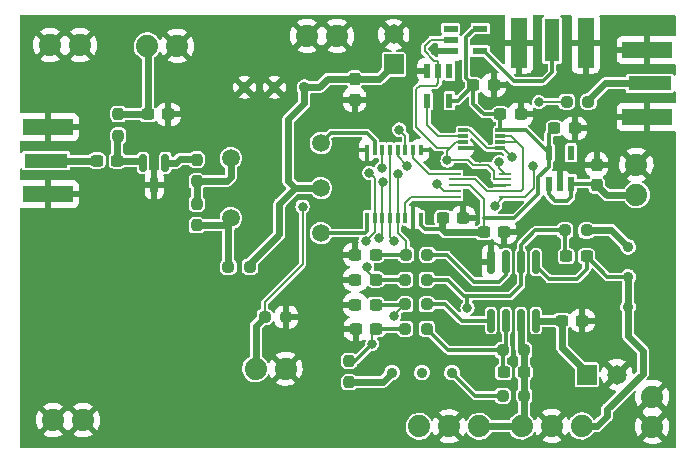
<source format=gbr>
%TF.GenerationSoftware,KiCad,Pcbnew,(6.0.2)*%
%TF.CreationDate,2022-12-27T17:28:47-08:00*%
%TF.ProjectId,qsd_revB,7173645f-7265-4764-922e-6b696361645f,rev?*%
%TF.SameCoordinates,Original*%
%TF.FileFunction,Copper,L1,Top*%
%TF.FilePolarity,Positive*%
%FSLAX46Y46*%
G04 Gerber Fmt 4.6, Leading zero omitted, Abs format (unit mm)*
G04 Created by KiCad (PCBNEW (6.0.2)) date 2022-12-27 17:28:47*
%MOMM*%
%LPD*%
G01*
G04 APERTURE LIST*
G04 Aperture macros list*
%AMRoundRect*
0 Rectangle with rounded corners*
0 $1 Rounding radius*
0 $2 $3 $4 $5 $6 $7 $8 $9 X,Y pos of 4 corners*
0 Add a 4 corners polygon primitive as box body*
4,1,4,$2,$3,$4,$5,$6,$7,$8,$9,$2,$3,0*
0 Add four circle primitives for the rounded corners*
1,1,$1+$1,$2,$3*
1,1,$1+$1,$4,$5*
1,1,$1+$1,$6,$7*
1,1,$1+$1,$8,$9*
0 Add four rect primitives between the rounded corners*
20,1,$1+$1,$2,$3,$4,$5,0*
20,1,$1+$1,$4,$5,$6,$7,0*
20,1,$1+$1,$6,$7,$8,$9,0*
20,1,$1+$1,$8,$9,$2,$3,0*%
G04 Aperture macros list end*
%TA.AperFunction,SMDPad,CuDef*%
%ADD10RoundRect,0.237500X-0.300000X-0.237500X0.300000X-0.237500X0.300000X0.237500X-0.300000X0.237500X0*%
%TD*%
%TA.AperFunction,SMDPad,CuDef*%
%ADD11RoundRect,0.237500X0.300000X0.237500X-0.300000X0.237500X-0.300000X-0.237500X0.300000X-0.237500X0*%
%TD*%
%TA.AperFunction,SMDPad,CuDef*%
%ADD12RoundRect,0.237500X-0.237500X0.300000X-0.237500X-0.300000X0.237500X-0.300000X0.237500X0.300000X0*%
%TD*%
%TA.AperFunction,SMDPad,CuDef*%
%ADD13R,0.600000X1.200000*%
%TD*%
%TA.AperFunction,ComponentPad*%
%ADD14C,1.879600*%
%TD*%
%TA.AperFunction,SMDPad,CuDef*%
%ADD15R,1.270000X3.600000*%
%TD*%
%TA.AperFunction,SMDPad,CuDef*%
%ADD16R,1.350000X4.200000*%
%TD*%
%TA.AperFunction,SMDPad,CuDef*%
%ADD17RoundRect,0.150000X-0.150000X0.825000X-0.150000X-0.825000X0.150000X-0.825000X0.150000X0.825000X0*%
%TD*%
%TA.AperFunction,SMDPad,CuDef*%
%ADD18RoundRect,0.237500X0.250000X0.237500X-0.250000X0.237500X-0.250000X-0.237500X0.250000X-0.237500X0*%
%TD*%
%TA.AperFunction,SMDPad,CuDef*%
%ADD19RoundRect,0.237500X0.237500X-0.250000X0.237500X0.250000X-0.237500X0.250000X-0.237500X-0.250000X0*%
%TD*%
%TA.AperFunction,SMDPad,CuDef*%
%ADD20RoundRect,0.237500X-0.237500X0.250000X-0.237500X-0.250000X0.237500X-0.250000X0.237500X0.250000X0*%
%TD*%
%TA.AperFunction,SMDPad,CuDef*%
%ADD21RoundRect,0.237500X-0.250000X-0.237500X0.250000X-0.237500X0.250000X0.237500X-0.250000X0.237500X0*%
%TD*%
%TA.AperFunction,SMDPad,CuDef*%
%ADD22RoundRect,0.150000X-0.150000X0.587500X-0.150000X-0.587500X0.150000X-0.587500X0.150000X0.587500X0*%
%TD*%
%TA.AperFunction,SMDPad,CuDef*%
%ADD23RoundRect,0.237500X0.237500X-0.300000X0.237500X0.300000X-0.237500X0.300000X-0.237500X-0.300000X0*%
%TD*%
%TA.AperFunction,SMDPad,CuDef*%
%ADD24R,4.200000X1.350000*%
%TD*%
%TA.AperFunction,SMDPad,CuDef*%
%ADD25R,3.600000X1.270000*%
%TD*%
%TA.AperFunction,SMDPad,CuDef*%
%ADD26R,1.200000X0.600000*%
%TD*%
%TA.AperFunction,ComponentPad*%
%ADD27C,0.914400*%
%TD*%
%TA.AperFunction,SMDPad,CuDef*%
%ADD28R,1.000000X0.250000*%
%TD*%
%TA.AperFunction,SMDPad,CuDef*%
%ADD29R,0.350000X0.900000*%
%TD*%
%TA.AperFunction,ComponentPad*%
%ADD30C,1.500000*%
%TD*%
%TA.AperFunction,ComponentPad*%
%ADD31C,1.651000*%
%TD*%
%TA.AperFunction,ComponentPad*%
%ADD32R,1.651000X1.651000*%
%TD*%
%TA.AperFunction,SMDPad,CuDef*%
%ADD33R,0.850000X0.300000*%
%TD*%
%TA.AperFunction,ViaPad*%
%ADD34C,0.800000*%
%TD*%
%TA.AperFunction,Conductor*%
%ADD35C,0.203200*%
%TD*%
%TA.AperFunction,Conductor*%
%ADD36C,0.304800*%
%TD*%
%TA.AperFunction,Conductor*%
%ADD37C,0.609600*%
%TD*%
G04 APERTURE END LIST*
D10*
%TO.P,C11,1,1*%
%TO.N,/VCC3.3*%
X153038600Y-107204600D03*
%TO.P,C11,2,2*%
%TO.N,GND*%
X154763600Y-107204600D03*
%TD*%
D11*
%TO.P,C4,1,1*%
%TO.N,GND*%
X153868600Y-94744600D03*
%TO.P,C4,2,2*%
%TO.N,/VCC3.3*%
X152143600Y-94744600D03*
%TD*%
D12*
%TO.P,C1,1,1*%
%TO.N,GND*%
X162576100Y-101467100D03*
%TO.P,C1,2,2*%
%TO.N,/VCC5*%
X162576100Y-103192100D03*
%TD*%
D13*
%TO.P,IC2,5,VCC*%
%TO.N,/VCC3.3*%
X150126100Y-96074600D03*
%TO.P,IC2,4,Y*%
%TO.N,Net-(IC2-Pad4)*%
X148226100Y-96074600D03*
%TO.P,IC2,3,GND*%
%TO.N,GND*%
X148226100Y-93574600D03*
%TO.P,IC2,2,A*%
%TO.N,/P1*%
X149176100Y-93574600D03*
%TO.P,IC2,1,NC*%
%TO.N,unconnected-(IC2-Pad1)*%
X150126100Y-93574600D03*
%TD*%
D14*
%TO.P,JP5,2,2*%
%TO.N,GND*%
X140591100Y-90579600D03*
%TO.P,JP5,1,1*%
X138051100Y-90579600D03*
%TD*%
D15*
%TO.P,J3,1,In*%
%TO.N,Net-(IC6-Pad4)*%
X158826100Y-90954600D03*
D16*
%TO.P,J3,2,Ext*%
%TO.N,GND*%
X156001100Y-91154600D03*
X161651100Y-91154600D03*
%TD*%
D17*
%TO.P,U1,1*%
%TO.N,/I-PHASE*%
X157456100Y-109729600D03*
%TO.P,U1,2,-*%
%TO.N,Net-(C21-Pad2)*%
X156186100Y-109729600D03*
%TO.P,U1,3,+*%
%TO.N,Net-(R18-Pad1)*%
X154916100Y-109729600D03*
%TO.P,U1,4,V-*%
%TO.N,GND*%
X153646100Y-109729600D03*
%TO.P,U1,5,+*%
%TO.N,Net-(R26-Pad1)*%
X153646100Y-114679600D03*
%TO.P,U1,6,-*%
%TO.N,Net-(C18-Pad2)*%
X154916100Y-114679600D03*
%TO.P,U1,7*%
%TO.N,/Q-PHASE*%
X156186100Y-114679600D03*
%TO.P,U1,8,V+*%
%TO.N,/VCC5*%
X157456100Y-114679600D03*
%TD*%
D18*
%TO.P,R31,1,1*%
%TO.N,/Q-PHASE*%
X156463600Y-117204600D03*
%TO.P,R31,2,2*%
%TO.N,Net-(C18-Pad2)*%
X154638600Y-117204600D03*
%TD*%
%TO.P,R28,1,1*%
%TO.N,Net-(R28-Pad1)*%
X161738600Y-107054600D03*
%TO.P,R28,2,2*%
%TO.N,Net-(C21-Pad2)*%
X159913600Y-107054600D03*
%TD*%
%TO.P,R27,2,2*%
%TO.N,/270-DEG*%
X146388600Y-115379600D03*
%TO.P,R27,1,1*%
%TO.N,Net-(C18-Pad2)*%
X148213600Y-115379600D03*
%TD*%
%TO.P,R26,1,1*%
%TO.N,Net-(R26-Pad1)*%
X148213600Y-113304600D03*
%TO.P,R26,2,2*%
%TO.N,/90-DEG*%
X146388600Y-113304600D03*
%TD*%
%TO.P,R19,1,1*%
%TO.N,Net-(C21-Pad2)*%
X148213600Y-111229600D03*
%TO.P,R19,2,2*%
%TO.N,/180-DEG*%
X146388600Y-111229600D03*
%TD*%
%TO.P,R18,1,1*%
%TO.N,Net-(R18-Pad1)*%
X148263600Y-109104600D03*
%TO.P,R18,2,2*%
%TO.N,/0-DEG*%
X146438600Y-109104600D03*
%TD*%
%TO.P,R10,1,1*%
%TO.N,GND*%
X136313600Y-114379600D03*
%TO.P,R10,2,2*%
%TO.N,/SIDEBAND*%
X134488600Y-114379600D03*
%TD*%
%TO.P,R8,1,1*%
%TO.N,Net-(C6-Pad2)*%
X133238600Y-110129600D03*
%TO.P,R8,2,2*%
%TO.N,/VCC5*%
X131413600Y-110129600D03*
%TD*%
D19*
%TO.P,R7,1,1*%
%TO.N,/VCC5*%
X128726100Y-106604600D03*
%TO.P,R7,2,2*%
%TO.N,Net-(R6-Pad1)*%
X128726100Y-104779600D03*
%TD*%
%TO.P,R6,1,1*%
%TO.N,Net-(R6-Pad1)*%
X128726100Y-102879600D03*
%TO.P,R6,2,2*%
%TO.N,Net-(R6-Pad2)*%
X128726100Y-101054600D03*
%TD*%
D20*
%TO.P,R5,1,1*%
%TO.N,Net-(R5-Pad1)*%
X122101100Y-97192100D03*
%TO.P,R5,2,2*%
%TO.N,Net-(C3-Pad1)*%
X122101100Y-99017100D03*
%TD*%
D18*
%TO.P,R4,1,1*%
%TO.N,/Q-PHASE*%
X156463600Y-121029600D03*
%TO.P,R4,2,2*%
%TO.N,Net-(R3-Pad1)*%
X154638600Y-121029600D03*
%TD*%
D19*
%TO.P,R2,1,1*%
%TO.N,Net-(R2-Pad1)*%
X141626100Y-119904600D03*
%TO.P,R2,2,2*%
%TO.N,/270-DEG*%
X141626100Y-118079600D03*
%TD*%
D21*
%TO.P,R1,1,1*%
%TO.N,/CLK0*%
X160063600Y-96134600D03*
%TO.P,R1,2,2*%
%TO.N,Net-(R1-Pad2)*%
X161888600Y-96134600D03*
%TD*%
D22*
%TO.P,Q1,1,D*%
%TO.N,Net-(R6-Pad2)*%
X126076100Y-101317100D03*
%TO.P,Q1,2,S*%
%TO.N,Net-(C3-Pad1)*%
X124176100Y-101317100D03*
%TO.P,Q1,3,G*%
%TO.N,GND*%
X125126100Y-103192100D03*
%TD*%
D11*
%TO.P,C21,1,1*%
%TO.N,/I-PHASE*%
X161738600Y-109229600D03*
%TO.P,C21,2,2*%
%TO.N,Net-(C21-Pad2)*%
X160013600Y-109229600D03*
%TD*%
%TO.P,C20,1,1*%
%TO.N,GND*%
X161388600Y-114679600D03*
%TO.P,C20,2,2*%
%TO.N,/VCC5*%
X159663600Y-114679600D03*
%TD*%
%TO.P,C18,1,1*%
%TO.N,/Q-PHASE*%
X156438600Y-119054600D03*
%TO.P,C18,2,2*%
%TO.N,Net-(C18-Pad2)*%
X154713600Y-119054600D03*
%TD*%
%TO.P,C16,1,1*%
%TO.N,GND*%
X126313600Y-97229600D03*
%TO.P,C16,2,2*%
%TO.N,Net-(R5-Pad1)*%
X124588600Y-97229600D03*
%TD*%
D10*
%TO.P,C15,2,2*%
%TO.N,/270-DEG*%
X143938600Y-115404600D03*
%TO.P,C15,1,1*%
%TO.N,GND*%
X142213600Y-115404600D03*
%TD*%
%TO.P,C14,2,2*%
%TO.N,/90-DEG*%
X143863600Y-113354600D03*
%TO.P,C14,1,1*%
%TO.N,GND*%
X142138600Y-113354600D03*
%TD*%
%TO.P,C13,1,1*%
%TO.N,GND*%
X142163600Y-111204600D03*
%TO.P,C13,2,2*%
%TO.N,/180-DEG*%
X143888600Y-111204600D03*
%TD*%
%TO.P,C12,2,2*%
%TO.N,/0-DEG*%
X143876100Y-109104600D03*
%TO.P,C12,1,1*%
%TO.N,GND*%
X142151100Y-109104600D03*
%TD*%
%TO.P,C10,1,1*%
%TO.N,/VCC3.3*%
X149563600Y-105979600D03*
%TO.P,C10,2,2*%
%TO.N,GND*%
X151288600Y-105979600D03*
%TD*%
D23*
%TO.P,C6,1,1*%
%TO.N,GND*%
X142101100Y-95967100D03*
%TO.P,C6,2,2*%
%TO.N,Net-(C6-Pad2)*%
X142101100Y-94242100D03*
%TD*%
D11*
%TO.P,C5,1,1*%
%TO.N,GND*%
X156163600Y-97204600D03*
%TO.P,C5,2,2*%
%TO.N,/VCC3.3*%
X154438600Y-97204600D03*
%TD*%
%TO.P,C3,1,1*%
%TO.N,Net-(C3-Pad1)*%
X122001100Y-101129600D03*
%TO.P,C3,2,2*%
%TO.N,/RF-IN*%
X120276100Y-101129600D03*
%TD*%
%TO.P,C2,1,1*%
%TO.N,GND*%
X160738600Y-98404600D03*
%TO.P,C2,2,2*%
%TO.N,/VCC3.3*%
X159013600Y-98404600D03*
%TD*%
D24*
%TO.P,J2,2,Ext*%
%TO.N,GND*%
X116163600Y-98304600D03*
X116163600Y-103954600D03*
D25*
%TO.P,J2,1,In*%
%TO.N,/RF-IN*%
X115963600Y-101129600D03*
%TD*%
D24*
%TO.P,J1,2,Ext*%
%TO.N,GND*%
X166888600Y-97429600D03*
X166888600Y-91779600D03*
D25*
%TO.P,J1,1,In*%
%TO.N,Net-(R1-Pad2)*%
X167088600Y-94604600D03*
%TD*%
D14*
%TO.P,JP7,1,1*%
%TO.N,GND*%
X127071100Y-91429600D03*
%TO.P,JP7,2,2*%
%TO.N,Net-(R5-Pad1)*%
X124531100Y-91429600D03*
%TD*%
D26*
%TO.P,IC6,1,NC*%
%TO.N,unconnected-(IC6-Pad1)*%
X150226100Y-89954600D03*
%TO.P,IC6,2,A*%
%TO.N,/P1*%
X150226100Y-90904600D03*
%TO.P,IC6,3,GND*%
%TO.N,GND*%
X150226100Y-91854600D03*
%TO.P,IC6,4,Y*%
%TO.N,Net-(IC6-Pad4)*%
X152726100Y-91854600D03*
%TO.P,IC6,5,VCC*%
%TO.N,/VCC3.3*%
X152726100Y-89954600D03*
%TD*%
D27*
%TO.P,R3,1,A*%
%TO.N,Net-(R3-Pad1)*%
X150341100Y-119079600D03*
%TO.P,R3,2,S*%
%TO.N,Net-(C21-Pad2)*%
X147801100Y-119079600D03*
%TO.P,R3,3,E*%
%TO.N,Net-(R2-Pad1)*%
X145261100Y-119079600D03*
%TD*%
D28*
%TO.P,IC4,10,COM1*%
%TO.N,/ICLK*%
X150588000Y-104229600D03*
%TO.P,IC4,9,NC1*%
%TO.N,/P1*%
X150588000Y-103729600D03*
%TO.P,IC4,8,V+*%
%TO.N,/VCC3.3*%
X150588000Y-103229600D03*
%TO.P,IC4,7,NC2*%
%TO.N,/P0*%
X150588000Y-102729600D03*
%TO.P,IC4,6,COM2*%
%TO.N,/QCLK*%
X150588000Y-102229600D03*
%TO.P,IC4,5,IN2*%
%TO.N,/SIDEBAND*%
X154814200Y-102229600D03*
%TO.P,IC4,4,NO2*%
%TO.N,/P1*%
X154814200Y-102729600D03*
%TO.P,IC4,3,GND*%
%TO.N,GND*%
X154814200Y-103229600D03*
%TO.P,IC4,2,NO1*%
%TO.N,/P0*%
X154814200Y-103729600D03*
%TO.P,IC4,1,IN1*%
%TO.N,/SIDEBAND*%
X154814200Y-104229600D03*
%TD*%
D29*
%TO.P,IC5,16,VCC*%
%TO.N,/VCC3.3*%
X147701100Y-105979600D03*
%TO.P,IC5,15,2~{OE}*%
%TO.N,GND*%
X147051100Y-105979600D03*
%TO.P,IC5,14,S0*%
%TO.N,/ICLK*%
X146401100Y-105979600D03*
%TO.P,IC5,13,2B4*%
%TO.N,/0-DEG*%
X145751100Y-105979600D03*
%TO.P,IC5,12,2B3*%
%TO.N,/90-DEG*%
X145101100Y-105979600D03*
%TO.P,IC5,11,2B2*%
%TO.N,/270-DEG*%
X144451100Y-105979600D03*
%TO.P,IC5,10,2B1*%
%TO.N,/180-DEG*%
X143801100Y-105979600D03*
%TO.P,IC5,9,2A*%
%TO.N,Net-(IC5-Pad9)*%
X143151100Y-105979600D03*
%TO.P,IC5,8,GND*%
%TO.N,GND*%
X143151100Y-100229600D03*
%TO.P,IC5,7,1A*%
%TO.N,Net-(IC5-Pad7)*%
X143801100Y-100229600D03*
%TO.P,IC5,6,1B1*%
%TO.N,/0-DEG*%
X144451100Y-100229600D03*
%TO.P,IC5,5,1B2*%
%TO.N,/90-DEG*%
X145101100Y-100229600D03*
%TO.P,IC5,4,1B3*%
%TO.N,/270-DEG*%
X145751100Y-100229600D03*
%TO.P,IC5,3,1B4*%
%TO.N,/180-DEG*%
X146401100Y-100229600D03*
%TO.P,IC5,2,S1*%
%TO.N,/QCLK*%
X147051100Y-100229600D03*
%TO.P,IC5,1,1~{OE}*%
%TO.N,GND*%
X147701100Y-100229600D03*
%TD*%
D30*
%TO.P,T1,4,4*%
%TO.N,Net-(C6-Pad2)*%
X139236100Y-103454600D03*
%TO.P,T1,5,5*%
%TO.N,Net-(IC5-Pad9)*%
X139236100Y-107264600D03*
%TO.P,T1,3,3*%
%TO.N,Net-(IC5-Pad7)*%
X139236100Y-99644600D03*
%TO.P,T1,2,2*%
%TO.N,/VCC5*%
X131616100Y-105994600D03*
%TO.P,T1,1,1*%
%TO.N,Net-(R6-Pad1)*%
X131616100Y-100914600D03*
%TD*%
D13*
%TO.P,IC1,3,SHDN/*%
%TO.N,/VCC5*%
X160426100Y-103085600D03*
%TO.P,IC1,2,VSS*%
%TO.N,GND*%
X159476100Y-103085600D03*
%TO.P,IC1,1,VIN*%
%TO.N,/VCC5*%
X158526100Y-103085600D03*
%TO.P,IC1,4,NC*%
%TO.N,unconnected-(IC1-Pad4)*%
X160426100Y-100473600D03*
%TO.P,IC1,5,VOUT*%
%TO.N,/VCC3.3*%
X158526100Y-100473600D03*
%TD*%
D31*
%TO.P,C19,2,-*%
%TO.N,GND*%
X164296100Y-119254600D03*
D32*
%TO.P,C19,1,+*%
%TO.N,/VCC5*%
X161756100Y-119254600D03*
%TD*%
D31*
%TO.P,C7,2,-*%
%TO.N,GND*%
X145401100Y-90459600D03*
D32*
%TO.P,C7,1,+*%
%TO.N,Net-(C6-Pad2)*%
X145401100Y-92999600D03*
%TD*%
D14*
%TO.P,JP8,3,3*%
%TO.N,/Q-PHASE*%
X152641100Y-123629600D03*
%TO.P,JP8,2,2*%
%TO.N,GND*%
X150101100Y-123629600D03*
%TO.P,JP8,1,1*%
%TO.N,/I-PHASE*%
X147561100Y-123629600D03*
%TD*%
%TO.P,JP4,2,2*%
%TO.N,/VCC5*%
X165951100Y-104019600D03*
%TO.P,JP4,1,1*%
%TO.N,GND*%
X165951100Y-101479600D03*
%TD*%
%TO.P,JP6,2,2*%
%TO.N,/SIDEBAND*%
X133706100Y-118754600D03*
%TO.P,JP6,1,1*%
%TO.N,GND*%
X136246100Y-118754600D03*
%TD*%
%TO.P,JP1,2,2*%
%TO.N,GND*%
X118846100Y-91354600D03*
%TO.P,JP1,1,1*%
X116306100Y-91354600D03*
%TD*%
%TO.P,JP2,2,2*%
%TO.N,GND*%
X116556100Y-123104600D03*
%TO.P,JP2,1,1*%
X119096100Y-123104600D03*
%TD*%
%TO.P,JP3,2,2*%
%TO.N,GND*%
X167296100Y-121134600D03*
%TO.P,JP3,1,1*%
X167296100Y-123674600D03*
%TD*%
D33*
%TO.P,IC3,8,VCC*%
%TO.N,/VCC3.3*%
X154426100Y-98579600D03*
%TO.P,IC3,7,1Q*%
%TO.N,/P0*%
X154426100Y-99079600D03*
%TO.P,IC3,6,2D*%
X154426100Y-99579600D03*
%TO.P,IC3,5,2CLK*%
%TO.N,/CLK0*%
X154426100Y-100079600D03*
%TO.P,IC3,4,GND*%
%TO.N,GND*%
X151276100Y-100079600D03*
%TO.P,IC3,3,2Q*%
%TO.N,/P1*%
X151276100Y-99579600D03*
%TO.P,IC3,2,1D*%
%TO.N,Net-(IC2-Pad4)*%
X151276100Y-99079600D03*
%TO.P,IC3,1,1CLK*%
%TO.N,/CLK0*%
X151276100Y-98579600D03*
%TD*%
D27*
%TO.P,R9,3,E*%
%TO.N,GND*%
X132761100Y-94929600D03*
%TO.P,R9,2,S*%
X135301100Y-94929600D03*
%TO.P,R9,1,A*%
%TO.N,Net-(C6-Pad2)*%
X137841100Y-94929600D03*
%TD*%
%TO.P,R32,3,E*%
%TO.N,Net-(R28-Pad1)*%
X165251100Y-108439600D03*
%TO.P,R32,2,S*%
%TO.N,/I-PHASE*%
X165251100Y-110979600D03*
%TO.P,R32,1,A*%
X165251100Y-113519600D03*
%TD*%
D14*
%TO.P,JP9,3,3*%
%TO.N,/Q-PHASE*%
X156246100Y-123604600D03*
%TO.P,JP9,2,2*%
%TO.N,GND*%
X158786100Y-123604600D03*
%TO.P,JP9,1,1*%
%TO.N,/I-PHASE*%
X161326100Y-123604600D03*
%TD*%
D34*
%TO.N,GND*%
X158256100Y-104954600D03*
X136796100Y-107844600D03*
X132986100Y-107614600D03*
X148906100Y-91854600D03*
X161506100Y-112174600D03*
X157316100Y-112364600D03*
X146166100Y-117614600D03*
X140006100Y-123364600D03*
X129276100Y-123174600D03*
X116836100Y-119364600D03*
X117706100Y-109624600D03*
X131186100Y-113884600D03*
X128016100Y-109734600D03*
X133996100Y-104294600D03*
X134296100Y-99884600D03*
X149556100Y-97634600D03*
X159456100Y-99704600D03*
X141296100Y-102014600D03*
X151876100Y-104284600D03*
X161236100Y-115994600D03*
X152176100Y-109574600D03*
X159466100Y-101714600D03*
X162146100Y-98414600D03*
X163706100Y-97594600D03*
X163476100Y-91614600D03*
X154166100Y-90894600D03*
X150936100Y-94834600D03*
X147136100Y-94274600D03*
X155436100Y-95454600D03*
X152706100Y-100884600D03*
X153046100Y-102504600D03*
X155526100Y-105134600D03*
X156126100Y-107084600D03*
X136396100Y-112994600D03*
X140656100Y-116424600D03*
X140636100Y-114294600D03*
X140706100Y-112264600D03*
X140706100Y-110084600D03*
X143526100Y-95974600D03*
X126446100Y-95694600D03*
X123726100Y-104994600D03*
%TO.N,/SIDEBAND*%
X137686100Y-105024600D03*
X153956100Y-104964600D03*
X154336100Y-101254600D03*
X157216100Y-101614600D03*
%TO.N,/CLK0*%
X157696100Y-96164600D03*
X155406100Y-100794600D03*
%TO.N,/P1*%
X149066100Y-103144600D03*
X149956100Y-101114600D03*
%TO.N,/180-DEG*%
X143326100Y-102164600D03*
%TO.N,/0-DEG*%
X144426100Y-101764600D03*
X145766100Y-102254600D03*
%TO.N,/270-DEG*%
X146546100Y-101574600D03*
X144456100Y-102984600D03*
%TO.N,/180-DEG*%
X145876100Y-98514600D03*
%TO.N,Net-(C21-Pad2)*%
X151651100Y-113604600D03*
%TO.N,/90-DEG*%
X145451100Y-114254600D03*
X145401100Y-107929600D03*
%TO.N,/270-DEG*%
X143576100Y-116654600D03*
X144201100Y-107704600D03*
%TO.N,/180-DEG*%
X143151100Y-110179600D03*
X143028117Y-107967927D03*
%TD*%
D35*
%TO.N,/ICLK*%
X146881100Y-104229600D02*
X150588000Y-104229600D01*
X146401100Y-104709600D02*
X146881100Y-104229600D01*
X146401100Y-105979600D02*
X146401100Y-104709600D01*
D36*
%TO.N,Net-(C21-Pad2)*%
X156201100Y-111679600D02*
X156201100Y-109744600D01*
X156201100Y-109744600D02*
X156186100Y-109729600D01*
X155276100Y-112604600D02*
X156201100Y-111679600D01*
X151751100Y-112604600D02*
X155276100Y-112604600D01*
X151651100Y-113604600D02*
X151651100Y-112704600D01*
X151651100Y-112704600D02*
X151751100Y-112604600D01*
X151376100Y-112624600D02*
X151756100Y-112624600D01*
X149981100Y-111229600D02*
X151376100Y-112624600D01*
X148213600Y-111229600D02*
X149981100Y-111229600D01*
D35*
%TO.N,/P1*%
X148766100Y-90884600D02*
X148786100Y-90904600D01*
X148026100Y-91444600D02*
X148586100Y-90884600D01*
X148026100Y-91898805D02*
X148026100Y-91444600D01*
X148786100Y-90904600D02*
X150226100Y-90904600D01*
X148586100Y-90884600D02*
X148766100Y-90884600D01*
X148811895Y-92684600D02*
X148026100Y-91898805D01*
X149176100Y-92684600D02*
X148811895Y-92684600D01*
X154031100Y-102729600D02*
X154814200Y-102729600D01*
X153956100Y-102654600D02*
X154031100Y-102729600D01*
X153906100Y-102654600D02*
X153956100Y-102654600D01*
X153906100Y-102034600D02*
X153906100Y-102654600D01*
X153409611Y-101538111D02*
X153906100Y-102034600D01*
X152239611Y-101538111D02*
X153409611Y-101538111D01*
X152226100Y-101524600D02*
X152239611Y-101538111D01*
X152156100Y-101524600D02*
X152226100Y-101524600D01*
X150026100Y-101044600D02*
X151676100Y-101044600D01*
X149956100Y-101114600D02*
X150026100Y-101044600D01*
X151676100Y-101044600D02*
X152156100Y-101524600D01*
D37*
%TO.N,Net-(C6-Pad2)*%
X144158600Y-94242100D02*
X145401100Y-92999600D01*
X142101100Y-94242100D02*
X144158600Y-94242100D01*
D36*
%TO.N,/VCC3.3*%
X155627147Y-106029600D02*
X153051100Y-106029600D01*
X157652020Y-102538680D02*
X157652020Y-104004727D01*
X158526100Y-101664600D02*
X157652020Y-102538680D01*
X158526100Y-100473600D02*
X158526100Y-101664600D01*
X157652020Y-104004727D02*
X155627147Y-106029600D01*
D35*
X153051100Y-106029600D02*
X153051100Y-107204600D01*
X153051100Y-104379600D02*
X153051100Y-106029600D01*
X150588000Y-103229600D02*
X151901100Y-103229600D01*
X151901100Y-103229600D02*
X153051100Y-104379600D01*
%TO.N,/P1*%
X149651100Y-103729600D02*
X149066100Y-103144600D01*
X150588000Y-103729600D02*
X149651100Y-103729600D01*
%TO.N,/SIDEBAND*%
X134488600Y-113112100D02*
X134488600Y-114379600D01*
X137686100Y-109914600D02*
X134488600Y-113112100D01*
X137686100Y-105024600D02*
X137686100Y-109914600D01*
X154691100Y-104229600D02*
X153956100Y-104964600D01*
X154814200Y-104229600D02*
X154691100Y-104229600D01*
X154336100Y-101751500D02*
X154814200Y-102229600D01*
X154336100Y-101254600D02*
X154336100Y-101751500D01*
X157246100Y-101644600D02*
X157216100Y-101614600D01*
X157246100Y-103484600D02*
X157246100Y-101644600D01*
X156501100Y-104229600D02*
X157246100Y-103484600D01*
X154814200Y-104229600D02*
X156501100Y-104229600D01*
D37*
%TO.N,/VCC5*%
X131413600Y-106197100D02*
X131616100Y-105994600D01*
X131413600Y-110129600D02*
X131413600Y-106197100D01*
%TO.N,Net-(R5-Pad1)*%
X124588600Y-91487100D02*
X124531100Y-91429600D01*
X124588600Y-97229600D02*
X124588600Y-91487100D01*
D36*
%TO.N,/VCC3.3*%
X147701100Y-106599600D02*
X148066100Y-106964600D01*
X147701100Y-105979600D02*
X147701100Y-106599600D01*
X148066100Y-106964600D02*
X149516100Y-106964600D01*
D37*
X149516100Y-106964600D02*
X149516100Y-106027100D01*
X149756100Y-107204600D02*
X149516100Y-106964600D01*
X149516100Y-106027100D02*
X149563600Y-105979600D01*
X153051100Y-107204600D02*
X149756100Y-107204600D01*
D36*
%TO.N,/VCC5*%
X160076100Y-104564600D02*
X160426100Y-104214600D01*
X159086100Y-104564600D02*
X160076100Y-104564600D01*
X158526100Y-104004600D02*
X159086100Y-104564600D01*
X160426100Y-104214600D02*
X160426100Y-103085600D01*
X158526100Y-103085600D02*
X158526100Y-104004600D01*
%TO.N,/VCC3.3*%
X158526100Y-98892100D02*
X159013600Y-98404600D01*
X158526100Y-100473600D02*
X158526100Y-98892100D01*
X156632100Y-98579600D02*
X154426100Y-98579600D01*
X158526100Y-100473600D02*
X156632100Y-98579600D01*
D35*
%TO.N,/CLK0*%
X157696100Y-96164600D02*
X160033600Y-96164600D01*
X160033600Y-96164600D02*
X160063600Y-96134600D01*
D36*
%TO.N,/VCC3.3*%
X154438600Y-98567100D02*
X154426100Y-98579600D01*
X154438600Y-97204600D02*
X154438600Y-98567100D01*
X152156100Y-96304600D02*
X152156100Y-94744600D01*
X152136100Y-96324600D02*
X152156100Y-96304600D01*
X153016100Y-97204600D02*
X152136100Y-96324600D01*
X154438600Y-97204600D02*
X153016100Y-97204600D01*
X150826100Y-96074600D02*
X152156100Y-94744600D01*
X150126100Y-96074600D02*
X150826100Y-96074600D01*
X151526100Y-90694600D02*
X151526100Y-94114600D01*
X152266100Y-89954600D02*
X151526100Y-90694600D01*
X151526100Y-94114600D02*
X152156100Y-94744600D01*
X152726100Y-89954600D02*
X152266100Y-89954600D01*
D35*
%TO.N,/P1*%
X149176100Y-93574600D02*
X149176100Y-92684600D01*
D36*
%TO.N,Net-(IC6-Pad4)*%
X158836100Y-93624600D02*
X158826100Y-93614600D01*
X158826100Y-93614600D02*
X158826100Y-90954600D01*
X158036100Y-94424600D02*
X158836100Y-93624600D01*
X155606100Y-94424600D02*
X158036100Y-94424600D01*
X152726100Y-91854600D02*
X153036100Y-91854600D01*
X153036100Y-91854600D02*
X155606100Y-94424600D01*
D37*
%TO.N,Net-(R1-Pad2)*%
X163306100Y-94604600D02*
X167088600Y-94604600D01*
X161888600Y-96022100D02*
X163306100Y-94604600D01*
X161888600Y-96134600D02*
X161888600Y-96022100D01*
%TO.N,/I-PHASE*%
X166506100Y-117234600D02*
X166506100Y-119164600D01*
X166506100Y-119164600D02*
X163486100Y-122184600D01*
X163486100Y-122184600D02*
X163486100Y-122764600D01*
X165251100Y-115979600D02*
X166506100Y-117234600D01*
X163486100Y-122764600D02*
X162646100Y-123604600D01*
X162646100Y-123604600D02*
X161326100Y-123604600D01*
X165251100Y-113519600D02*
X165251100Y-115979600D01*
D35*
%TO.N,/P0*%
X155321100Y-99079600D02*
X155816100Y-99574600D01*
X154426100Y-99079600D02*
X155321100Y-99079600D01*
%TO.N,/CLK0*%
X154691100Y-100079600D02*
X155406100Y-100794600D01*
X154426100Y-100079600D02*
X154691100Y-100079600D01*
X153331100Y-100079600D02*
X154426100Y-100079600D01*
X151821100Y-98579600D02*
X153326100Y-100084600D01*
X151276100Y-98579600D02*
X151821100Y-98579600D01*
X153326100Y-100084600D02*
X153331100Y-100079600D01*
%TO.N,/P1*%
X149042589Y-100061089D02*
X150212589Y-100061089D01*
X147306100Y-98324600D02*
X149042589Y-100061089D01*
X147306100Y-95094600D02*
X147306100Y-98324600D01*
X147606100Y-94794600D02*
X147306100Y-95094600D01*
X148986100Y-94794600D02*
X147606100Y-94794600D01*
X149176100Y-94604600D02*
X148986100Y-94794600D01*
X149176100Y-93574600D02*
X149176100Y-94604600D01*
X149956100Y-100317578D02*
X150212589Y-100061089D01*
X150212589Y-100061089D02*
X150694078Y-99579600D01*
X150694078Y-99579600D02*
X151276100Y-99579600D01*
X149956100Y-101114600D02*
X149956100Y-100317578D01*
%TO.N,Net-(IC2-Pad4)*%
X149191100Y-99079600D02*
X151276100Y-99079600D01*
X148226100Y-96074600D02*
X148226100Y-98114600D01*
X148226100Y-98114600D02*
X149191100Y-99079600D01*
%TO.N,/P0*%
X153321100Y-103729600D02*
X154814200Y-103729600D01*
X152321100Y-102729600D02*
X153321100Y-103729600D01*
X150588000Y-102729600D02*
X152321100Y-102729600D01*
X156151100Y-103729600D02*
X154814200Y-103729600D01*
X156326100Y-103554600D02*
X156151100Y-103729600D01*
X156326100Y-100084600D02*
X156326100Y-103554600D01*
X155816100Y-99574600D02*
X156326100Y-100084600D01*
X155059300Y-99574600D02*
X155816100Y-99574600D01*
X155054300Y-99579600D02*
X155059300Y-99574600D01*
X154426100Y-99579600D02*
X155054300Y-99579600D01*
%TO.N,/QCLK*%
X147051100Y-100882800D02*
X148397900Y-102229600D01*
X147051100Y-100229600D02*
X147051100Y-100882800D01*
X148397900Y-102229600D02*
X150588000Y-102229600D01*
%TO.N,/180-DEG*%
X143801100Y-102639600D02*
X143326100Y-102164600D01*
X143801100Y-105979600D02*
X143801100Y-102639600D01*
%TO.N,/0-DEG*%
X144426100Y-100254600D02*
X144451100Y-100229600D01*
X144426100Y-101764600D02*
X144426100Y-100254600D01*
X145751100Y-102269600D02*
X145766100Y-102254600D01*
X145751100Y-105979600D02*
X145751100Y-102269600D01*
%TO.N,/90-DEG*%
X145109611Y-100238111D02*
X145101100Y-100229600D01*
X145109611Y-105971089D02*
X145109611Y-100238111D01*
X145101100Y-105979600D02*
X145109611Y-105971089D01*
%TO.N,/270-DEG*%
X145751100Y-100779600D02*
X145751100Y-100229600D01*
X146546100Y-101574600D02*
X145751100Y-100779600D01*
X144451100Y-102989600D02*
X144456100Y-102984600D01*
X144451100Y-105979600D02*
X144451100Y-102989600D01*
%TO.N,/180-DEG*%
X145876100Y-98514600D02*
X146401100Y-99039600D01*
X146401100Y-99039600D02*
X146401100Y-100229600D01*
D37*
%TO.N,/VCC5*%
X162576100Y-103179600D02*
X163163600Y-103767100D01*
X163163600Y-103767100D02*
X163426100Y-104029600D01*
D36*
X162482100Y-103085600D02*
X162576100Y-103179600D01*
X160426100Y-103085600D02*
X162482100Y-103085600D01*
D37*
X163886100Y-104019600D02*
X165951100Y-104019600D01*
X163876100Y-104029600D02*
X163886100Y-104019600D01*
X163426100Y-104029600D02*
X163876100Y-104029600D01*
%TO.N,Net-(R28-Pad1)*%
X161788600Y-107004600D02*
X161738600Y-107054600D01*
X163816100Y-107004600D02*
X161788600Y-107004600D01*
X165251100Y-108439600D02*
X163816100Y-107004600D01*
%TO.N,/I-PHASE*%
X165251100Y-113519600D02*
X165251100Y-110979600D01*
D36*
X163488600Y-110979600D02*
X161738600Y-109229600D01*
X165251100Y-110979600D02*
X163488600Y-110979600D01*
%TO.N,Net-(C21-Pad2)*%
X159913600Y-107054600D02*
X159913600Y-109129600D01*
X159913600Y-109129600D02*
X160013600Y-109229600D01*
X157401100Y-107054600D02*
X159913600Y-107054600D01*
X156186100Y-108269600D02*
X157401100Y-107054600D01*
X156186100Y-109729600D02*
X156186100Y-108269600D01*
%TO.N,/I-PHASE*%
X161738600Y-110342100D02*
X161738600Y-109229600D01*
X158551100Y-111154600D02*
X160926100Y-111154600D01*
X160926100Y-111154600D02*
X161738600Y-110342100D01*
X157456100Y-110059600D02*
X158551100Y-111154600D01*
X157456100Y-109729600D02*
X157456100Y-110059600D01*
%TO.N,Net-(R18-Pad1)*%
X154326100Y-111379600D02*
X154916100Y-110789600D01*
X152201100Y-111379600D02*
X154326100Y-111379600D01*
X149926100Y-109104600D02*
X152201100Y-111379600D01*
X154916100Y-110789600D02*
X154916100Y-109729600D01*
X148263600Y-109104600D02*
X149926100Y-109104600D01*
%TO.N,Net-(R26-Pad1)*%
X151151100Y-114679600D02*
X153646100Y-114679600D01*
X149776100Y-113304600D02*
X151151100Y-114679600D01*
X148213600Y-113304600D02*
X149776100Y-113304600D01*
%TO.N,Net-(R3-Pad1)*%
X152291100Y-121029600D02*
X154638600Y-121029600D01*
X150341100Y-119079600D02*
X152291100Y-121029600D01*
%TO.N,Net-(C18-Pad2)*%
X154638600Y-118979600D02*
X154713600Y-119054600D01*
X154638600Y-117204600D02*
X154638600Y-118979600D01*
X154916100Y-116927100D02*
X154638600Y-117204600D01*
X154916100Y-114679600D02*
X154916100Y-116927100D01*
X150038600Y-117204600D02*
X154638600Y-117204600D01*
X148213600Y-115379600D02*
X150038600Y-117204600D01*
D37*
%TO.N,/Q-PHASE*%
X152666100Y-123604600D02*
X152641100Y-123629600D01*
X156246100Y-123604600D02*
X152666100Y-123604600D01*
X156463600Y-123387100D02*
X156246100Y-123604600D01*
X156463600Y-121029600D02*
X156463600Y-123387100D01*
X156438600Y-121004600D02*
X156463600Y-121029600D01*
X156438600Y-119054600D02*
X156438600Y-121004600D01*
X156463600Y-119029600D02*
X156438600Y-119054600D01*
X156463600Y-117204600D02*
X156463600Y-119029600D01*
X156186100Y-116927100D02*
X156463600Y-117204600D01*
X156186100Y-114679600D02*
X156186100Y-116927100D01*
%TO.N,/VCC5*%
X157456100Y-114679600D02*
X159663600Y-114679600D01*
X159663600Y-116967100D02*
X159663600Y-114679600D01*
X161756100Y-119254600D02*
X161756100Y-119059600D01*
X161756100Y-119059600D02*
X159663600Y-116967100D01*
%TO.N,/SIDEBAND*%
X133706100Y-115162100D02*
X134488600Y-114379600D01*
X133706100Y-118754600D02*
X133706100Y-115162100D01*
D36*
%TO.N,/270-DEG*%
X142151100Y-118079600D02*
X143576100Y-116654600D01*
X141626100Y-118079600D02*
X142151100Y-118079600D01*
D37*
%TO.N,Net-(R2-Pad1)*%
X144461100Y-119879600D02*
X141651100Y-119879600D01*
X141651100Y-119879600D02*
X141626100Y-119904600D01*
X145261100Y-119079600D02*
X144461100Y-119879600D01*
D35*
%TO.N,/90-DEG*%
X145451100Y-114254600D02*
X145451100Y-114242100D01*
X145451100Y-114242100D02*
X146388600Y-113304600D01*
X145101100Y-107629600D02*
X145401100Y-107929600D01*
X145101100Y-105979600D02*
X145101100Y-107629600D01*
%TO.N,/270-DEG*%
X144451100Y-107454600D02*
X144201100Y-107704600D01*
X143576100Y-116654600D02*
X143576100Y-115767100D01*
X144451100Y-105979600D02*
X144451100Y-107454600D01*
X143576100Y-115767100D02*
X143938600Y-115404600D01*
%TO.N,/180-DEG*%
X143151100Y-110467100D02*
X143888600Y-111204600D01*
X143151100Y-110179600D02*
X143151100Y-110467100D01*
X143028117Y-107931617D02*
X143028117Y-107967927D01*
X143026100Y-107929600D02*
X143028117Y-107931617D01*
X143801100Y-107154600D02*
X143026100Y-107929600D01*
X143801100Y-105979600D02*
X143801100Y-107154600D01*
%TO.N,/0-DEG*%
X146438600Y-107967100D02*
X146438600Y-109104600D01*
X145751100Y-107279600D02*
X146438600Y-107967100D01*
X145751100Y-105979600D02*
X145751100Y-107279600D01*
D36*
%TO.N,/270-DEG*%
X146363600Y-115404600D02*
X146388600Y-115379600D01*
X143938600Y-115404600D02*
X146363600Y-115404600D01*
%TO.N,/90-DEG*%
X146338600Y-113354600D02*
X146388600Y-113304600D01*
X143863600Y-113354600D02*
X146338600Y-113354600D01*
%TO.N,/180-DEG*%
X143888600Y-111204600D02*
X146363600Y-111204600D01*
X146363600Y-111204600D02*
X146388600Y-111229600D01*
%TO.N,/0-DEG*%
X143876100Y-109104600D02*
X146438600Y-109104600D01*
%TO.N,Net-(IC5-Pad9)*%
X142991100Y-107264600D02*
X143151100Y-107104600D01*
X139236100Y-107264600D02*
X142991100Y-107264600D01*
X143151100Y-107104600D02*
X143151100Y-105979600D01*
%TO.N,Net-(IC5-Pad7)*%
X140076100Y-98804600D02*
X143130900Y-98804600D01*
X143130900Y-98804600D02*
X143801100Y-99474800D01*
X143801100Y-99474800D02*
X143801100Y-100229600D01*
X139236100Y-99644600D02*
X140076100Y-98804600D01*
D37*
%TO.N,Net-(C6-Pad2)*%
X142088600Y-94229600D02*
X142101100Y-94242100D01*
X139801100Y-94229600D02*
X142088600Y-94229600D01*
X139101100Y-94929600D02*
X139801100Y-94229600D01*
X137841100Y-94929600D02*
X139101100Y-94929600D01*
X136476100Y-97654600D02*
X136476100Y-102854600D01*
X137841100Y-96289600D02*
X136476100Y-97654600D01*
X136476100Y-102854600D02*
X137076100Y-103454600D01*
X137841100Y-94929600D02*
X137841100Y-96289600D01*
X135726100Y-104804600D02*
X137076100Y-103454600D01*
X135726100Y-107379600D02*
X135726100Y-104804600D01*
X137076100Y-103454600D02*
X139236100Y-103454600D01*
X133238600Y-109867100D02*
X135726100Y-107379600D01*
X133238600Y-110129600D02*
X133238600Y-109867100D01*
%TO.N,/VCC5*%
X131006100Y-106604600D02*
X131616100Y-105994600D01*
X128726100Y-106604600D02*
X131006100Y-106604600D01*
%TO.N,Net-(R6-Pad1)*%
X131251100Y-102879600D02*
X128726100Y-102879600D01*
X131616100Y-102514600D02*
X131251100Y-102879600D01*
X131616100Y-100914600D02*
X131616100Y-102514600D01*
X128726100Y-104779600D02*
X128726100Y-102879600D01*
%TO.N,Net-(R6-Pad2)*%
X128676100Y-101004600D02*
X128726100Y-101054600D01*
X127301100Y-101004600D02*
X128676100Y-101004600D01*
X126988600Y-101317100D02*
X127301100Y-101004600D01*
X126076100Y-101317100D02*
X126988600Y-101317100D01*
%TO.N,Net-(R5-Pad1)*%
X124551100Y-97192100D02*
X124588600Y-97229600D01*
X122101100Y-97192100D02*
X124551100Y-97192100D01*
%TO.N,Net-(C3-Pad1)*%
X122001100Y-101129600D02*
X123988600Y-101129600D01*
X123988600Y-101129600D02*
X124176100Y-101317100D01*
X122001100Y-99117100D02*
X122101100Y-99017100D01*
X122001100Y-101129600D02*
X122001100Y-99117100D01*
%TO.N,/RF-IN*%
X115963600Y-101129600D02*
X120276100Y-101129600D01*
%TD*%
%TA.AperFunction,Conductor*%
%TO.N,GND*%
G36*
X126462949Y-88782261D02*
G01*
X154740107Y-88783273D01*
X154799234Y-88802487D01*
X154835777Y-88852788D01*
X154834298Y-88919186D01*
X154827062Y-88938487D01*
X154824167Y-88950662D01*
X154818394Y-89003809D01*
X154818100Y-89009232D01*
X154818100Y-90884667D01*
X154822288Y-90897557D01*
X154826477Y-90900600D01*
X157168166Y-90900600D01*
X157181056Y-90896412D01*
X157184099Y-90892223D01*
X157184099Y-89009233D01*
X157183805Y-89003809D01*
X157178033Y-88950661D01*
X157175139Y-88938492D01*
X157167936Y-88919277D01*
X157165170Y-88857164D01*
X157199442Y-88805288D01*
X157262139Y-88783364D01*
X158048373Y-88783392D01*
X158107503Y-88802607D01*
X158144046Y-88852908D01*
X158144044Y-88915083D01*
X158104259Y-88967637D01*
X158044240Y-89007740D01*
X157999219Y-89075120D01*
X157987400Y-89134536D01*
X157987400Y-92774664D01*
X157999219Y-92834080D01*
X158044240Y-92901460D01*
X158111620Y-92946481D01*
X158171036Y-92958300D01*
X158369400Y-92958300D01*
X158428531Y-92977513D01*
X158465076Y-93027813D01*
X158470000Y-93058900D01*
X158470000Y-93445429D01*
X158450787Y-93504560D01*
X158440535Y-93516564D01*
X157918063Y-94039035D01*
X157862665Y-94067261D01*
X157846928Y-94068500D01*
X155795271Y-94068500D01*
X155736140Y-94049287D01*
X155724136Y-94039035D01*
X155619436Y-93934335D01*
X155591210Y-93878937D01*
X155600936Y-93817529D01*
X155644900Y-93773565D01*
X155690571Y-93762600D01*
X155731167Y-93762600D01*
X155744057Y-93758412D01*
X155747100Y-93754223D01*
X155747100Y-93746666D01*
X156255100Y-93746666D01*
X156259288Y-93759556D01*
X156263477Y-93762599D01*
X156721467Y-93762599D01*
X156726891Y-93762305D01*
X156780039Y-93756533D01*
X156792212Y-93753638D01*
X156915849Y-93707289D01*
X156928299Y-93700472D01*
X157033269Y-93621802D01*
X157043302Y-93611769D01*
X157121972Y-93506799D01*
X157128789Y-93494349D01*
X157175138Y-93370714D01*
X157178033Y-93358538D01*
X157183806Y-93305391D01*
X157184100Y-93299968D01*
X157184100Y-91424533D01*
X157179912Y-91411643D01*
X157175723Y-91408600D01*
X156271033Y-91408600D01*
X156258143Y-91412788D01*
X156255100Y-91416977D01*
X156255100Y-93746666D01*
X155747100Y-93746666D01*
X155747100Y-91424533D01*
X155742912Y-91411643D01*
X155738723Y-91408600D01*
X154834034Y-91408600D01*
X154821144Y-91412788D01*
X154818101Y-91416977D01*
X154818101Y-92890130D01*
X154798888Y-92949261D01*
X154748588Y-92985806D01*
X154686414Y-92985806D01*
X154646366Y-92961265D01*
X154641635Y-92956533D01*
X153559265Y-91874163D01*
X153531039Y-91818765D01*
X153529800Y-91803028D01*
X153529800Y-91534536D01*
X153517981Y-91475120D01*
X153472960Y-91407740D01*
X153405580Y-91362719D01*
X153346164Y-91350900D01*
X152106036Y-91350900D01*
X152046620Y-91362719D01*
X152038381Y-91368224D01*
X152029229Y-91372015D01*
X152028736Y-91370825D01*
X151978853Y-91384895D01*
X151920522Y-91363377D01*
X151885978Y-91311682D01*
X151882200Y-91284372D01*
X151882200Y-90883771D01*
X151901413Y-90824640D01*
X151911665Y-90812636D01*
X152236537Y-90487765D01*
X152291935Y-90459539D01*
X152307672Y-90458300D01*
X153346164Y-90458300D01*
X153405580Y-90446481D01*
X153424932Y-90433551D01*
X153464721Y-90406965D01*
X153472960Y-90401460D01*
X153517981Y-90334080D01*
X153529800Y-90274664D01*
X153529800Y-89634536D01*
X153517981Y-89575120D01*
X153472960Y-89507740D01*
X153405580Y-89462719D01*
X153346164Y-89450900D01*
X152106036Y-89450900D01*
X152046620Y-89462719D01*
X151979240Y-89507740D01*
X151934219Y-89575120D01*
X151922400Y-89634536D01*
X151922400Y-89753029D01*
X151903187Y-89812160D01*
X151892935Y-89824164D01*
X151308751Y-90408348D01*
X151292186Y-90421725D01*
X151283126Y-90427575D01*
X151277977Y-90434107D01*
X151262973Y-90453139D01*
X151258997Y-90457613D01*
X151258999Y-90457615D01*
X151256314Y-90460784D01*
X151253380Y-90463718D01*
X151242586Y-90478822D01*
X151239793Y-90482543D01*
X151209732Y-90520675D01*
X151207122Y-90528107D01*
X151206471Y-90529360D01*
X151201890Y-90535771D01*
X151200690Y-90539783D01*
X151158957Y-90582860D01*
X151097711Y-90593558D01*
X151041872Y-90566213D01*
X151019653Y-90533525D01*
X151017981Y-90525120D01*
X150991501Y-90485489D01*
X150974626Y-90425649D01*
X150991501Y-90373711D01*
X150993588Y-90370587D01*
X151017981Y-90334080D01*
X151029800Y-90274664D01*
X151029800Y-89634536D01*
X151017981Y-89575120D01*
X150972960Y-89507740D01*
X150905580Y-89462719D01*
X150846164Y-89450900D01*
X149606036Y-89450900D01*
X149546620Y-89462719D01*
X149479240Y-89507740D01*
X149434219Y-89575120D01*
X149422400Y-89634536D01*
X149422400Y-90274664D01*
X149434219Y-90334080D01*
X149458612Y-90370587D01*
X149460699Y-90373711D01*
X149477574Y-90433551D01*
X149460699Y-90485489D01*
X149434219Y-90525120D01*
X149432286Y-90534836D01*
X149431308Y-90537198D01*
X149390929Y-90584476D01*
X149338366Y-90599300D01*
X148898042Y-90599300D01*
X148874809Y-90596580D01*
X148865608Y-90594396D01*
X148851565Y-90589955D01*
X148833025Y-90582559D01*
X148833023Y-90582559D01*
X148826427Y-90579927D01*
X148820032Y-90579300D01*
X148813766Y-90579300D01*
X148790537Y-90576581D01*
X148790312Y-90576527D01*
X148790305Y-90576527D01*
X148781272Y-90574383D01*
X148751896Y-90578381D01*
X148738330Y-90579300D01*
X148640464Y-90579300D01*
X148636273Y-90578992D01*
X148631472Y-90577344D01*
X148622193Y-90577692D01*
X148622190Y-90577692D01*
X148581264Y-90579229D01*
X148577490Y-90579300D01*
X148557707Y-90579300D01*
X148553209Y-90580138D01*
X148547919Y-90580481D01*
X148544011Y-90580628D01*
X148517819Y-90581611D01*
X148509288Y-90585276D01*
X148509284Y-90585277D01*
X148507076Y-90586226D01*
X148485784Y-90592695D01*
X148483419Y-90593135D01*
X148483416Y-90593136D01*
X148474289Y-90594836D01*
X148466384Y-90599709D01*
X148466383Y-90599709D01*
X148451257Y-90609033D01*
X148438186Y-90615824D01*
X148413322Y-90626506D01*
X148408356Y-90630584D01*
X148403924Y-90635016D01*
X148385577Y-90649519D01*
X148377472Y-90654515D01*
X148371851Y-90661907D01*
X148371850Y-90661908D01*
X148359530Y-90678110D01*
X148350587Y-90688353D01*
X147848655Y-91190285D01*
X147845479Y-91193027D01*
X147840920Y-91195255D01*
X147824763Y-91212672D01*
X147806771Y-91232068D01*
X147804153Y-91234787D01*
X147790143Y-91248797D01*
X147787553Y-91252572D01*
X147784046Y-91256566D01*
X147763572Y-91278637D01*
X147760131Y-91287261D01*
X147760130Y-91287263D01*
X147759241Y-91289493D01*
X147748760Y-91309123D01*
X147742144Y-91318768D01*
X147739999Y-91327806D01*
X147735897Y-91345090D01*
X147731455Y-91359135D01*
X147726317Y-91372015D01*
X147721427Y-91384273D01*
X147720800Y-91390668D01*
X147720800Y-91396934D01*
X147718081Y-91420163D01*
X147718027Y-91420388D01*
X147718027Y-91420395D01*
X147715883Y-91429428D01*
X147717440Y-91440868D01*
X147719881Y-91458804D01*
X147720800Y-91472370D01*
X147720800Y-91844441D01*
X147720492Y-91848632D01*
X147718844Y-91853433D01*
X147719192Y-91862712D01*
X147719192Y-91862715D01*
X147720729Y-91903641D01*
X147720800Y-91907415D01*
X147720800Y-91927198D01*
X147721638Y-91931697D01*
X147721981Y-91936985D01*
X147723111Y-91967087D01*
X147726776Y-91975618D01*
X147726777Y-91975622D01*
X147727726Y-91977830D01*
X147734195Y-91999122D01*
X147734635Y-92001487D01*
X147734636Y-92001490D01*
X147736336Y-92010616D01*
X147741207Y-92018518D01*
X147741208Y-92018521D01*
X147750536Y-92033654D01*
X147757325Y-92046723D01*
X147768006Y-92071584D01*
X147772085Y-92076549D01*
X147776517Y-92080981D01*
X147791015Y-92099322D01*
X147796015Y-92107433D01*
X147803410Y-92113056D01*
X147819614Y-92125378D01*
X147829857Y-92134321D01*
X147990402Y-92294866D01*
X148018628Y-92350264D01*
X148008902Y-92411672D01*
X147964938Y-92455636D01*
X147919267Y-92466601D01*
X147880733Y-92466601D01*
X147875309Y-92466895D01*
X147822161Y-92472667D01*
X147809988Y-92475562D01*
X147686351Y-92521911D01*
X147673901Y-92528728D01*
X147568931Y-92607398D01*
X147558898Y-92617431D01*
X147480228Y-92722401D01*
X147473411Y-92734851D01*
X147427062Y-92858486D01*
X147424167Y-92870662D01*
X147418394Y-92923809D01*
X147418100Y-92929232D01*
X147418100Y-93304667D01*
X147422288Y-93317557D01*
X147426477Y-93320600D01*
X148379500Y-93320600D01*
X148438631Y-93339813D01*
X148475176Y-93390113D01*
X148480100Y-93421200D01*
X148480100Y-93728000D01*
X148460887Y-93787131D01*
X148410587Y-93823676D01*
X148379500Y-93828600D01*
X147434034Y-93828600D01*
X147421144Y-93832788D01*
X147418101Y-93836977D01*
X147418101Y-94219967D01*
X147418395Y-94225391D01*
X147424167Y-94278539D01*
X147427062Y-94290712D01*
X147474381Y-94416934D01*
X147477148Y-94479047D01*
X147442877Y-94530923D01*
X147437385Y-94534760D01*
X147433321Y-94536506D01*
X147428356Y-94540585D01*
X147423924Y-94545017D01*
X147405583Y-94559515D01*
X147397472Y-94564515D01*
X147391849Y-94571910D01*
X147379527Y-94588114D01*
X147370584Y-94598357D01*
X147128655Y-94840285D01*
X147125479Y-94843027D01*
X147120920Y-94845255D01*
X147107483Y-94859740D01*
X147086771Y-94882068D01*
X147084153Y-94884787D01*
X147070143Y-94898797D01*
X147067553Y-94902572D01*
X147064045Y-94906567D01*
X147050693Y-94920961D01*
X147043572Y-94928637D01*
X147040131Y-94937261D01*
X147040130Y-94937263D01*
X147039241Y-94939493D01*
X147028760Y-94959123D01*
X147022144Y-94968768D01*
X147019999Y-94977806D01*
X147015897Y-94995090D01*
X147011455Y-95009135D01*
X147005460Y-95024164D01*
X147001427Y-95034273D01*
X147000800Y-95040668D01*
X147000800Y-95046934D01*
X146998081Y-95070163D01*
X146998027Y-95070388D01*
X146998027Y-95070395D01*
X146995883Y-95079428D01*
X146999881Y-95108804D01*
X147000800Y-95122370D01*
X147000800Y-98270236D01*
X147000492Y-98274427D01*
X146998844Y-98279228D01*
X146999192Y-98288507D01*
X146999192Y-98288510D01*
X147000729Y-98329436D01*
X147000800Y-98333210D01*
X147000800Y-98352993D01*
X147001638Y-98357492D01*
X147001981Y-98362780D01*
X147003111Y-98392882D01*
X147006776Y-98401413D01*
X147006777Y-98401417D01*
X147007726Y-98403625D01*
X147014195Y-98424917D01*
X147014635Y-98427282D01*
X147014636Y-98427285D01*
X147016336Y-98436411D01*
X147021207Y-98444313D01*
X147021208Y-98444316D01*
X147030536Y-98459449D01*
X147037325Y-98472518D01*
X147048006Y-98497379D01*
X147052085Y-98502344D01*
X147056517Y-98506776D01*
X147071015Y-98525117D01*
X147076015Y-98533228D01*
X147083410Y-98538851D01*
X147099614Y-98551173D01*
X147109857Y-98560116D01*
X147649607Y-99099866D01*
X147677833Y-99155264D01*
X147668107Y-99216672D01*
X147624143Y-99260636D01*
X147578472Y-99271601D01*
X147480733Y-99271601D01*
X147475309Y-99271895D01*
X147422161Y-99277667D01*
X147409988Y-99280562D01*
X147286351Y-99326911D01*
X147273901Y-99333728D01*
X147168931Y-99412398D01*
X147158898Y-99422431D01*
X147075928Y-99533138D01*
X147073845Y-99531577D01*
X147037066Y-99566245D01*
X146994062Y-99575900D01*
X146856036Y-99575900D01*
X146826627Y-99581750D01*
X146764883Y-99574442D01*
X146719227Y-99532239D01*
X146706400Y-99483083D01*
X146706400Y-99093957D01*
X146706707Y-99089769D01*
X146708355Y-99084971D01*
X146706740Y-99041931D01*
X146706471Y-99034779D01*
X146706400Y-99031006D01*
X146706400Y-99011207D01*
X146705562Y-99006709D01*
X146705219Y-99001416D01*
X146704437Y-98980599D01*
X146704089Y-98971318D01*
X146700424Y-98962787D01*
X146700423Y-98962783D01*
X146699474Y-98960575D01*
X146693005Y-98939283D01*
X146692565Y-98936918D01*
X146692564Y-98936915D01*
X146690864Y-98927789D01*
X146685993Y-98919887D01*
X146685992Y-98919884D01*
X146676664Y-98904751D01*
X146669873Y-98891678D01*
X146659194Y-98866821D01*
X146655115Y-98861856D01*
X146650683Y-98857424D01*
X146636185Y-98839083D01*
X146631185Y-98830972D01*
X146607586Y-98813027D01*
X146597343Y-98804084D01*
X146499480Y-98706221D01*
X146471254Y-98650823D01*
X146470876Y-98621956D01*
X146484148Y-98521141D01*
X146484148Y-98521140D01*
X146485009Y-98514600D01*
X146481295Y-98486389D01*
X146465122Y-98363541D01*
X146465121Y-98363539D01*
X146464261Y-98357003D01*
X146419711Y-98249449D01*
X146405954Y-98216236D01*
X146405952Y-98216233D01*
X146403431Y-98210146D01*
X146306664Y-98084036D01*
X146180555Y-97987269D01*
X146033697Y-97926439D01*
X146027161Y-97925579D01*
X146027159Y-97925578D01*
X145882640Y-97906552D01*
X145876100Y-97905691D01*
X145869560Y-97906552D01*
X145725041Y-97925578D01*
X145725039Y-97925579D01*
X145718503Y-97926439D01*
X145634256Y-97961335D01*
X145577736Y-97984746D01*
X145577733Y-97984748D01*
X145571646Y-97987269D01*
X145445536Y-98084036D01*
X145348769Y-98210146D01*
X145346248Y-98216233D01*
X145346246Y-98216236D01*
X145332489Y-98249449D01*
X145287939Y-98357003D01*
X145287079Y-98363539D01*
X145287078Y-98363541D01*
X145270905Y-98486389D01*
X145267191Y-98514600D01*
X145268052Y-98521140D01*
X145286550Y-98661643D01*
X145287939Y-98672197D01*
X145313237Y-98733271D01*
X145344638Y-98809080D01*
X145348769Y-98819054D01*
X145445536Y-98945164D01*
X145571645Y-99041931D01*
X145718503Y-99102761D01*
X145725039Y-99103621D01*
X145725041Y-99103622D01*
X145869560Y-99122648D01*
X145876100Y-99123509D01*
X145882640Y-99122648D01*
X145982069Y-99109558D01*
X146043202Y-99120888D01*
X146086000Y-99165988D01*
X146095800Y-99209297D01*
X146095800Y-99483083D01*
X146076587Y-99542214D01*
X146026287Y-99578759D01*
X145975573Y-99581750D01*
X145946164Y-99575900D01*
X145556036Y-99575900D01*
X145496620Y-99587719D01*
X145481989Y-99597495D01*
X145422148Y-99614370D01*
X145370211Y-99597495D01*
X145355580Y-99587719D01*
X145296164Y-99575900D01*
X144906036Y-99575900D01*
X144846620Y-99587719D01*
X144831989Y-99597495D01*
X144772148Y-99614370D01*
X144720211Y-99597495D01*
X144705580Y-99587719D01*
X144646164Y-99575900D01*
X144261073Y-99575900D01*
X144201942Y-99556687D01*
X144165397Y-99506387D01*
X144161170Y-99487125D01*
X144157897Y-99459474D01*
X144157545Y-99453502D01*
X144157542Y-99453502D01*
X144157200Y-99449363D01*
X144157200Y-99445216D01*
X144156520Y-99441128D01*
X144156519Y-99441121D01*
X144154162Y-99426959D01*
X144153494Y-99422269D01*
X144148768Y-99382338D01*
X144148767Y-99382336D01*
X144147790Y-99374078D01*
X144144379Y-99366974D01*
X144143953Y-99365630D01*
X144142660Y-99357858D01*
X144119622Y-99315162D01*
X144117474Y-99310945D01*
X144099212Y-99272915D01*
X144099210Y-99272912D01*
X144096472Y-99267210D01*
X144093101Y-99263200D01*
X144091561Y-99261660D01*
X144090378Y-99260370D01*
X144089490Y-99259318D01*
X144086365Y-99253526D01*
X144080260Y-99247883D01*
X144080258Y-99247880D01*
X144048962Y-99218951D01*
X144046114Y-99216213D01*
X143417152Y-98587251D01*
X143403775Y-98570686D01*
X143397925Y-98561626D01*
X143372362Y-98541473D01*
X143367887Y-98537497D01*
X143367885Y-98537499D01*
X143364716Y-98534814D01*
X143361782Y-98531880D01*
X143346678Y-98521086D01*
X143342957Y-98518293D01*
X143304825Y-98488232D01*
X143297393Y-98485622D01*
X143296140Y-98484971D01*
X143289729Y-98480390D01*
X143243206Y-98466477D01*
X143238762Y-98465032D01*
X143192971Y-98448952D01*
X143187752Y-98448500D01*
X143185585Y-98448500D01*
X143183825Y-98448424D01*
X143182450Y-98448308D01*
X143176148Y-98446423D01*
X143126764Y-98448363D01*
X143125266Y-98448422D01*
X143121317Y-98448500D01*
X140124819Y-98448500D01*
X140103654Y-98446248D01*
X140093106Y-98443977D01*
X140084851Y-98444954D01*
X140084850Y-98444954D01*
X140060780Y-98447803D01*
X140054802Y-98448155D01*
X140054802Y-98448158D01*
X140050663Y-98448500D01*
X140046516Y-98448500D01*
X140042428Y-98449180D01*
X140042421Y-98449181D01*
X140028241Y-98451541D01*
X140023551Y-98452209D01*
X139998765Y-98455143D01*
X139975377Y-98457911D01*
X139968285Y-98461316D01*
X139966921Y-98461748D01*
X139959158Y-98463040D01*
X139916444Y-98486088D01*
X139912255Y-98488222D01*
X139899220Y-98494481D01*
X139874214Y-98506488D01*
X139874211Y-98506490D01*
X139868509Y-98509228D01*
X139864499Y-98512599D01*
X139862947Y-98514151D01*
X139861667Y-98515325D01*
X139860619Y-98516209D01*
X139854826Y-98519335D01*
X139837756Y-98537801D01*
X139820263Y-98556725D01*
X139817525Y-98559573D01*
X139656842Y-98720256D01*
X139601444Y-98748482D01*
X139555959Y-98745222D01*
X139428796Y-98705858D01*
X139242790Y-98686308D01*
X139237889Y-98686754D01*
X139237886Y-98686754D01*
X139061429Y-98702813D01*
X139061427Y-98702813D01*
X139056530Y-98703259D01*
X138877109Y-98756066D01*
X138861669Y-98764138D01*
X138747052Y-98824058D01*
X138711362Y-98842716D01*
X138707527Y-98845799D01*
X138707526Y-98845800D01*
X138693069Y-98857424D01*
X138565602Y-98959910D01*
X138562436Y-98963683D01*
X138562432Y-98963687D01*
X138457934Y-99088224D01*
X138445381Y-99103184D01*
X138443012Y-99107492D01*
X138443010Y-99107496D01*
X138413080Y-99161939D01*
X138355279Y-99267080D01*
X138298726Y-99445355D01*
X138298178Y-99450242D01*
X138298177Y-99450246D01*
X138278878Y-99622302D01*
X138277878Y-99631220D01*
X138293529Y-99817594D01*
X138314539Y-99890865D01*
X138341388Y-99984499D01*
X138345081Y-99997379D01*
X138430572Y-100163727D01*
X138546746Y-100310302D01*
X138689177Y-100431520D01*
X138852440Y-100522764D01*
X138857121Y-100524285D01*
X139025637Y-100579040D01*
X139025640Y-100579041D01*
X139030316Y-100580560D01*
X139035198Y-100581142D01*
X139035202Y-100581143D01*
X139211141Y-100602122D01*
X139211142Y-100602122D01*
X139216031Y-100602705D01*
X139402510Y-100588356D01*
X139407250Y-100587032D01*
X139407253Y-100587032D01*
X139577908Y-100539384D01*
X139582650Y-100538060D01*
X139749591Y-100453732D01*
X139896973Y-100338585D01*
X139900186Y-100334863D01*
X140015967Y-100200729D01*
X140015968Y-100200727D01*
X140019182Y-100197004D01*
X140054025Y-100135669D01*
X140109133Y-100038662D01*
X140109134Y-100038659D01*
X140111564Y-100034382D01*
X140170600Y-99856913D01*
X140171640Y-99848686D01*
X140186783Y-99728809D01*
X140194041Y-99671358D01*
X140194415Y-99644600D01*
X140191421Y-99614058D01*
X140183333Y-99531577D01*
X140176164Y-99458462D01*
X140174742Y-99453752D01*
X140174741Y-99453747D01*
X140135515Y-99323827D01*
X140136817Y-99261666D01*
X140160686Y-99223615D01*
X140194136Y-99190165D01*
X140249534Y-99161939D01*
X140265271Y-99160700D01*
X142652797Y-99160700D01*
X142711928Y-99179913D01*
X142748473Y-99230213D01*
X142748473Y-99292387D01*
X142713129Y-99341801D01*
X142618931Y-99412398D01*
X142608898Y-99422431D01*
X142530228Y-99527401D01*
X142523411Y-99539851D01*
X142477062Y-99663486D01*
X142474167Y-99675662D01*
X142468394Y-99728809D01*
X142468100Y-99734232D01*
X142468100Y-100038667D01*
X142472288Y-100051557D01*
X142476477Y-100054600D01*
X143225500Y-100054600D01*
X143284631Y-100073813D01*
X143321176Y-100124113D01*
X143326100Y-100155200D01*
X143326100Y-101171666D01*
X143330288Y-101184556D01*
X143334477Y-101187599D01*
X143371467Y-101187599D01*
X143376891Y-101187305D01*
X143430039Y-101181533D01*
X143442212Y-101178638D01*
X143565849Y-101132289D01*
X143578299Y-101125472D01*
X143683269Y-101046802D01*
X143693302Y-101036769D01*
X143776272Y-100926062D01*
X143778355Y-100927623D01*
X143815134Y-100892955D01*
X143858138Y-100883300D01*
X143996164Y-100883300D01*
X144001014Y-100882335D01*
X144005931Y-100881851D01*
X144006051Y-100883071D01*
X144062317Y-100889731D01*
X144107973Y-100931935D01*
X144120800Y-100981090D01*
X144120800Y-101188308D01*
X144101587Y-101247439D01*
X144081441Y-101268119D01*
X144071714Y-101275583D01*
X143995536Y-101334036D01*
X143898769Y-101460146D01*
X143896248Y-101466233D01*
X143896246Y-101466236D01*
X143848999Y-101580302D01*
X143837939Y-101607003D01*
X143837078Y-101613541D01*
X143835551Y-101619241D01*
X143801688Y-101671384D01*
X143743643Y-101693665D01*
X143683588Y-101677573D01*
X143677159Y-101673029D01*
X143630555Y-101637269D01*
X143483697Y-101576439D01*
X143477161Y-101575579D01*
X143477159Y-101575578D01*
X143332640Y-101556552D01*
X143326100Y-101555691D01*
X143319560Y-101556552D01*
X143175041Y-101575578D01*
X143175039Y-101575579D01*
X143168503Y-101576439D01*
X143084212Y-101611353D01*
X143027736Y-101634746D01*
X143027733Y-101634748D01*
X143021646Y-101637269D01*
X142895536Y-101734036D01*
X142798769Y-101860146D01*
X142796248Y-101866233D01*
X142796246Y-101866236D01*
X142775234Y-101916965D01*
X142737939Y-102007003D01*
X142737079Y-102013539D01*
X142737078Y-102013541D01*
X142721953Y-102128431D01*
X142717191Y-102164600D01*
X142718052Y-102171140D01*
X142736285Y-102309631D01*
X142737939Y-102322197D01*
X142764767Y-102386966D01*
X142795303Y-102460686D01*
X142798769Y-102469054D01*
X142895536Y-102595164D01*
X143021645Y-102691931D01*
X143168503Y-102752761D01*
X143175039Y-102753621D01*
X143175041Y-102753622D01*
X143319560Y-102772648D01*
X143326100Y-102773509D01*
X143332640Y-102772648D01*
X143332641Y-102772648D01*
X143382070Y-102766141D01*
X143443203Y-102777471D01*
X143486000Y-102822571D01*
X143495800Y-102865880D01*
X143495800Y-105233083D01*
X143476587Y-105292214D01*
X143426287Y-105328759D01*
X143375573Y-105331750D01*
X143346164Y-105325900D01*
X142956036Y-105325900D01*
X142896620Y-105337719D01*
X142829240Y-105382740D01*
X142784219Y-105450120D01*
X142772400Y-105509536D01*
X142772400Y-106449664D01*
X142784219Y-106509080D01*
X142787961Y-106514681D01*
X142795000Y-106550067D01*
X142795000Y-106807900D01*
X142775787Y-106867031D01*
X142725487Y-106903576D01*
X142694400Y-106908500D01*
X140187384Y-106908500D01*
X140128253Y-106889287D01*
X140098559Y-106855129D01*
X140056188Y-106775441D01*
X140034301Y-106734277D01*
X139916092Y-106589338D01*
X139904766Y-106579968D01*
X139775771Y-106473254D01*
X139775766Y-106473251D01*
X139771983Y-106470121D01*
X139607462Y-106381165D01*
X139602764Y-106379711D01*
X139602760Y-106379709D01*
X139433493Y-106327312D01*
X139428796Y-106325858D01*
X139420367Y-106324972D01*
X139385943Y-106321354D01*
X139242790Y-106306308D01*
X139237889Y-106306754D01*
X139237886Y-106306754D01*
X139061429Y-106322813D01*
X139061427Y-106322813D01*
X139056530Y-106323259D01*
X138877109Y-106376066D01*
X138865238Y-106382272D01*
X138792524Y-106420286D01*
X138711362Y-106462716D01*
X138707527Y-106465799D01*
X138707526Y-106465800D01*
X138680079Y-106487868D01*
X138565602Y-106579910D01*
X138562436Y-106583683D01*
X138562432Y-106583687D01*
X138455077Y-106711629D01*
X138445381Y-106723184D01*
X138443012Y-106727492D01*
X138443010Y-106727496D01*
X138396994Y-106811200D01*
X138355279Y-106887080D01*
X138298726Y-107065355D01*
X138298178Y-107070242D01*
X138298177Y-107070246D01*
X138280513Y-107227727D01*
X138277878Y-107251220D01*
X138293529Y-107437594D01*
X138318795Y-107525707D01*
X138343559Y-107612070D01*
X138345081Y-107617379D01*
X138430572Y-107783727D01*
X138546746Y-107930302D01*
X138689177Y-108051520D01*
X138852440Y-108142764D01*
X138857121Y-108144285D01*
X139025637Y-108199040D01*
X139025640Y-108199041D01*
X139030316Y-108200560D01*
X139035198Y-108201142D01*
X139035202Y-108201143D01*
X139211141Y-108222122D01*
X139211142Y-108222122D01*
X139216031Y-108222705D01*
X139402510Y-108208356D01*
X139407250Y-108207032D01*
X139407253Y-108207032D01*
X139577908Y-108159384D01*
X139582650Y-108158060D01*
X139749591Y-108073732D01*
X139896973Y-107958585D01*
X139945544Y-107902315D01*
X140015967Y-107820729D01*
X140015968Y-107820727D01*
X140019182Y-107817004D01*
X140101777Y-107671610D01*
X140147690Y-107629685D01*
X140189248Y-107620700D01*
X142367945Y-107620700D01*
X142427076Y-107639913D01*
X142463621Y-107690213D01*
X142463621Y-107752387D01*
X142460887Y-107759798D01*
X142439956Y-107810330D01*
X142439096Y-107816866D01*
X142439095Y-107816868D01*
X142420069Y-107961387D01*
X142419208Y-107967927D01*
X142420069Y-107974467D01*
X142420069Y-107974468D01*
X142429866Y-108048887D01*
X142418536Y-108110020D01*
X142411515Y-108121147D01*
X142405100Y-108129977D01*
X142405100Y-109258000D01*
X142385887Y-109317131D01*
X142335587Y-109353676D01*
X142304500Y-109358600D01*
X141121533Y-109358600D01*
X141108643Y-109362788D01*
X141105600Y-109366977D01*
X141105600Y-109389027D01*
X141105869Y-109394221D01*
X141115819Y-109490112D01*
X141118130Y-109500816D01*
X141169553Y-109654949D01*
X141174477Y-109665461D01*
X141259806Y-109803351D01*
X141267014Y-109812445D01*
X141381772Y-109927004D01*
X141390885Y-109934201D01*
X141528919Y-110019286D01*
X141539439Y-110024191D01*
X141650915Y-110061166D01*
X141700991Y-110098018D01*
X141719842Y-110157265D01*
X141700269Y-110216278D01*
X141651082Y-110252080D01*
X141550751Y-110285553D01*
X141540239Y-110290477D01*
X141402349Y-110375806D01*
X141393255Y-110383014D01*
X141278696Y-110497772D01*
X141271499Y-110506885D01*
X141186414Y-110644919D01*
X141181508Y-110655439D01*
X141130347Y-110809685D01*
X141128061Y-110820353D01*
X141118362Y-110915010D01*
X141118100Y-110920139D01*
X141118100Y-110934667D01*
X141122288Y-110947557D01*
X141126477Y-110950600D01*
X142317000Y-110950600D01*
X142376131Y-110969813D01*
X142412676Y-111020113D01*
X142417600Y-111051200D01*
X142417600Y-111358000D01*
X142398387Y-111417131D01*
X142348087Y-111453676D01*
X142317000Y-111458600D01*
X141134033Y-111458600D01*
X141121143Y-111462788D01*
X141118100Y-111466977D01*
X141118100Y-111489027D01*
X141118369Y-111494221D01*
X141128319Y-111590112D01*
X141130630Y-111600816D01*
X141182053Y-111754949D01*
X141186977Y-111765461D01*
X141272306Y-111903351D01*
X141279514Y-111912445D01*
X141394272Y-112027004D01*
X141403385Y-112034201D01*
X141541419Y-112119286D01*
X141551939Y-112124192D01*
X141706185Y-112175353D01*
X141716854Y-112177640D01*
X141723163Y-112178286D01*
X141780028Y-112203425D01*
X141811256Y-112257188D01*
X141804920Y-112319039D01*
X141763438Y-112365352D01*
X141723293Y-112378425D01*
X141690588Y-112381819D01*
X141679884Y-112384130D01*
X141525751Y-112435553D01*
X141515239Y-112440477D01*
X141377349Y-112525806D01*
X141368255Y-112533014D01*
X141253696Y-112647772D01*
X141246499Y-112656885D01*
X141161414Y-112794919D01*
X141156508Y-112805439D01*
X141105347Y-112959685D01*
X141103061Y-112970353D01*
X141093362Y-113065010D01*
X141093100Y-113070139D01*
X141093100Y-113084667D01*
X141097288Y-113097557D01*
X141101477Y-113100600D01*
X142292000Y-113100600D01*
X142351131Y-113119813D01*
X142387676Y-113170113D01*
X142392600Y-113201200D01*
X142392600Y-113508000D01*
X142373387Y-113567131D01*
X142323087Y-113603676D01*
X142292000Y-113608600D01*
X141109033Y-113608600D01*
X141096143Y-113612788D01*
X141093100Y-113616977D01*
X141093100Y-113639027D01*
X141093369Y-113644221D01*
X141103319Y-113740112D01*
X141105630Y-113750816D01*
X141157053Y-113904949D01*
X141161977Y-113915461D01*
X141247306Y-114053351D01*
X141254514Y-114062445D01*
X141369272Y-114177004D01*
X141378385Y-114184201D01*
X141516419Y-114269286D01*
X141526939Y-114274192D01*
X141594677Y-114296659D01*
X141644753Y-114333511D01*
X141663604Y-114392758D01*
X141644031Y-114451771D01*
X141605679Y-114483245D01*
X141590239Y-114490477D01*
X141452349Y-114575806D01*
X141443255Y-114583014D01*
X141328696Y-114697772D01*
X141321499Y-114706885D01*
X141236414Y-114844919D01*
X141231508Y-114855439D01*
X141180347Y-115009685D01*
X141178061Y-115020353D01*
X141168362Y-115115010D01*
X141168100Y-115120139D01*
X141168100Y-115134667D01*
X141172288Y-115147557D01*
X141176477Y-115150600D01*
X142367000Y-115150600D01*
X142426131Y-115169813D01*
X142462676Y-115220113D01*
X142467600Y-115251200D01*
X142467600Y-116371667D01*
X142471788Y-116384557D01*
X142475977Y-116387600D01*
X142560527Y-116387600D01*
X142565721Y-116387331D01*
X142661612Y-116377381D01*
X142672316Y-116375070D01*
X142826449Y-116323647D01*
X142836966Y-116318720D01*
X142874027Y-116295787D01*
X142934420Y-116281010D01*
X142991964Y-116304553D01*
X143024680Y-116357423D01*
X143019905Y-116419830D01*
X142987939Y-116497003D01*
X142987079Y-116503539D01*
X142987078Y-116503541D01*
X142984105Y-116526123D01*
X142967191Y-116654600D01*
X142972967Y-116698470D01*
X142961638Y-116759601D01*
X142944363Y-116782735D01*
X142259836Y-117467262D01*
X142204438Y-117495488D01*
X142143030Y-117485762D01*
X142128944Y-117477055D01*
X142072383Y-117435278D01*
X142034428Y-117421949D01*
X141952991Y-117393350D01*
X141952989Y-117393350D01*
X141947207Y-117391319D01*
X141941108Y-117390743D01*
X141941106Y-117390742D01*
X141918689Y-117388623D01*
X141918681Y-117388623D01*
X141916326Y-117388400D01*
X141335874Y-117388400D01*
X141333519Y-117388623D01*
X141333511Y-117388623D01*
X141311094Y-117390742D01*
X141311092Y-117390743D01*
X141304993Y-117391319D01*
X141299211Y-117393350D01*
X141299209Y-117393350D01*
X141217772Y-117421949D01*
X141179817Y-117435278D01*
X141073100Y-117514100D01*
X140994278Y-117620817D01*
X140991786Y-117627913D01*
X140955455Y-117731369D01*
X140950319Y-117745993D01*
X140947400Y-117776874D01*
X140947400Y-118382326D01*
X140947623Y-118384681D01*
X140947623Y-118384689D01*
X140948645Y-118395497D01*
X140950319Y-118413207D01*
X140952350Y-118418989D01*
X140952350Y-118418991D01*
X140985580Y-118513614D01*
X140994278Y-118538383D01*
X141073100Y-118645100D01*
X141179817Y-118723922D01*
X141186913Y-118726414D01*
X141299209Y-118765850D01*
X141299211Y-118765850D01*
X141304993Y-118767881D01*
X141311092Y-118768457D01*
X141311094Y-118768458D01*
X141333511Y-118770577D01*
X141333519Y-118770577D01*
X141335874Y-118770800D01*
X141916326Y-118770800D01*
X141918681Y-118770577D01*
X141918689Y-118770577D01*
X141941106Y-118768458D01*
X141941108Y-118768457D01*
X141947207Y-118767881D01*
X141952989Y-118765850D01*
X141952991Y-118765850D01*
X142065287Y-118726414D01*
X142072383Y-118723922D01*
X142179100Y-118645100D01*
X142257922Y-118538383D01*
X142286993Y-118455601D01*
X142292702Y-118439345D01*
X142330422Y-118389920D01*
X142344072Y-118381992D01*
X142352982Y-118377713D01*
X142358690Y-118374972D01*
X142362700Y-118371601D01*
X142364240Y-118370061D01*
X142365530Y-118368878D01*
X142366582Y-118367990D01*
X142372374Y-118364865D01*
X142378017Y-118358760D01*
X142378020Y-118358758D01*
X142406949Y-118327462D01*
X142409687Y-118324614D01*
X142942969Y-117791332D01*
X143447966Y-117286336D01*
X143503362Y-117258111D01*
X143532227Y-117257733D01*
X143576100Y-117263509D01*
X143582640Y-117262648D01*
X143727159Y-117243622D01*
X143727161Y-117243621D01*
X143733697Y-117242761D01*
X143880555Y-117181931D01*
X144006664Y-117085164D01*
X144103431Y-116959054D01*
X144106192Y-116952390D01*
X144147400Y-116852902D01*
X144164261Y-116812197D01*
X144168338Y-116781234D01*
X144184148Y-116661140D01*
X144184148Y-116661138D01*
X144185009Y-116654600D01*
X144168095Y-116526123D01*
X144165122Y-116503541D01*
X144165121Y-116503539D01*
X144164261Y-116497003D01*
X144118945Y-116387600D01*
X144105954Y-116356236D01*
X144105952Y-116356233D01*
X144103431Y-116350146D01*
X144086642Y-116328266D01*
X144022859Y-116245141D01*
X144002104Y-116186533D01*
X144019763Y-116126919D01*
X144069089Y-116089070D01*
X144102670Y-116083300D01*
X144291326Y-116083300D01*
X144293681Y-116083077D01*
X144293689Y-116083077D01*
X144316106Y-116080958D01*
X144316108Y-116080957D01*
X144322207Y-116080381D01*
X144327989Y-116078350D01*
X144327991Y-116078350D01*
X144440287Y-116038914D01*
X144447383Y-116036422D01*
X144554100Y-115957600D01*
X144632922Y-115850883D01*
X144640970Y-115827966D01*
X144678691Y-115778541D01*
X144735887Y-115760700D01*
X145650464Y-115760700D01*
X145709595Y-115779913D01*
X145739370Y-115814224D01*
X145741786Y-115818786D01*
X145744278Y-115825883D01*
X145748747Y-115831933D01*
X145748748Y-115831935D01*
X145758118Y-115844621D01*
X145823100Y-115932600D01*
X145929817Y-116011422D01*
X145936913Y-116013914D01*
X146049209Y-116053350D01*
X146049211Y-116053350D01*
X146054993Y-116055381D01*
X146061092Y-116055957D01*
X146061094Y-116055958D01*
X146083511Y-116058077D01*
X146083519Y-116058077D01*
X146085874Y-116058300D01*
X146691326Y-116058300D01*
X146693681Y-116058077D01*
X146693689Y-116058077D01*
X146716106Y-116055958D01*
X146716108Y-116055957D01*
X146722207Y-116055381D01*
X146727989Y-116053350D01*
X146727991Y-116053350D01*
X146840287Y-116013914D01*
X146847383Y-116011422D01*
X146954100Y-115932600D01*
X147032922Y-115825883D01*
X147049066Y-115779913D01*
X147074850Y-115706491D01*
X147074850Y-115706489D01*
X147076881Y-115700707D01*
X147079800Y-115669826D01*
X147522400Y-115669826D01*
X147525319Y-115700707D01*
X147527350Y-115706489D01*
X147527350Y-115706491D01*
X147553134Y-115779913D01*
X147569278Y-115825883D01*
X147648100Y-115932600D01*
X147754817Y-116011422D01*
X147761913Y-116013914D01*
X147874209Y-116053350D01*
X147874211Y-116053350D01*
X147879993Y-116055381D01*
X147886092Y-116055957D01*
X147886094Y-116055958D01*
X147908511Y-116058077D01*
X147908519Y-116058077D01*
X147910874Y-116058300D01*
X148347029Y-116058300D01*
X148406160Y-116077513D01*
X148418164Y-116087765D01*
X149086871Y-116756473D01*
X149752347Y-117421949D01*
X149765727Y-117438517D01*
X149771575Y-117447574D01*
X149778104Y-117452721D01*
X149797139Y-117467727D01*
X149801613Y-117471703D01*
X149801615Y-117471701D01*
X149804784Y-117474386D01*
X149807718Y-117477320D01*
X149822822Y-117488114D01*
X149826543Y-117490907D01*
X149864675Y-117520968D01*
X149872107Y-117523578D01*
X149873360Y-117524229D01*
X149879771Y-117528810D01*
X149926294Y-117542723D01*
X149930738Y-117544168D01*
X149976529Y-117560248D01*
X149981748Y-117560700D01*
X149983915Y-117560700D01*
X149985675Y-117560776D01*
X149987050Y-117560892D01*
X149993352Y-117562777D01*
X150044233Y-117560778D01*
X150048183Y-117560700D01*
X153891313Y-117560700D01*
X153950444Y-117579913D01*
X153986230Y-117627966D01*
X153994278Y-117650883D01*
X154073100Y-117757600D01*
X154179817Y-117836422D01*
X154215234Y-117848860D01*
X154264657Y-117886578D01*
X154282500Y-117943776D01*
X154282500Y-118324203D01*
X154263287Y-118383334D01*
X154218512Y-118416679D01*
X154218559Y-118416767D01*
X154217987Y-118417070D01*
X154215235Y-118419119D01*
X154204817Y-118422778D01*
X154098100Y-118501600D01*
X154019278Y-118608317D01*
X154016786Y-118615413D01*
X153980036Y-118720062D01*
X153975319Y-118733493D01*
X153974743Y-118739592D01*
X153974742Y-118739594D01*
X153973072Y-118757269D01*
X153972400Y-118764374D01*
X153972400Y-119344826D01*
X153972623Y-119347181D01*
X153972623Y-119347189D01*
X153974402Y-119366006D01*
X153975319Y-119375707D01*
X153977350Y-119381489D01*
X153977350Y-119381491D01*
X154016786Y-119493787D01*
X154019278Y-119500883D01*
X154098100Y-119607600D01*
X154204817Y-119686422D01*
X154211913Y-119688914D01*
X154324209Y-119728350D01*
X154324211Y-119728350D01*
X154329993Y-119730381D01*
X154336092Y-119730957D01*
X154336094Y-119730958D01*
X154358511Y-119733077D01*
X154358519Y-119733077D01*
X154360874Y-119733300D01*
X155066326Y-119733300D01*
X155068681Y-119733077D01*
X155068689Y-119733077D01*
X155091106Y-119730958D01*
X155091108Y-119730957D01*
X155097207Y-119730381D01*
X155102989Y-119728350D01*
X155102991Y-119728350D01*
X155215287Y-119688914D01*
X155222383Y-119686422D01*
X155329100Y-119607600D01*
X155407922Y-119500883D01*
X155410414Y-119493787D01*
X155449850Y-119381491D01*
X155449850Y-119381489D01*
X155451881Y-119375707D01*
X155452798Y-119366006D01*
X155454577Y-119347189D01*
X155454577Y-119347181D01*
X155454800Y-119344826D01*
X155454800Y-118764374D01*
X155454129Y-118757269D01*
X155452458Y-118739594D01*
X155452457Y-118739592D01*
X155451881Y-118733493D01*
X155447165Y-118720062D01*
X155410414Y-118615413D01*
X155407922Y-118608317D01*
X155329100Y-118501600D01*
X155222383Y-118422778D01*
X155197336Y-118413982D01*
X155102991Y-118380850D01*
X155102989Y-118380850D01*
X155097207Y-118378819D01*
X155091108Y-118378243D01*
X155091106Y-118378242D01*
X155085834Y-118377744D01*
X155028773Y-118353052D01*
X154997123Y-118299537D01*
X154994700Y-118277590D01*
X154994700Y-117943776D01*
X155013913Y-117884645D01*
X155061966Y-117848860D01*
X155097383Y-117836422D01*
X155204100Y-117757600D01*
X155282922Y-117650883D01*
X155311502Y-117569501D01*
X155324850Y-117531491D01*
X155324850Y-117531489D01*
X155326881Y-117525707D01*
X155329800Y-117494826D01*
X155329800Y-116914374D01*
X155329554Y-116911766D01*
X155327458Y-116889594D01*
X155327457Y-116889592D01*
X155326881Y-116883493D01*
X155324850Y-116877709D01*
X155285415Y-116765415D01*
X155285413Y-116765411D01*
X155282922Y-116758317D01*
X155282804Y-116758157D01*
X155272200Y-116715467D01*
X155272200Y-115840438D01*
X155291413Y-115781307D01*
X155301603Y-115769365D01*
X155343591Y-115727303D01*
X155358034Y-115712835D01*
X155376757Y-115674533D01*
X155406317Y-115614060D01*
X155409746Y-115607045D01*
X155415559Y-115567198D01*
X155419274Y-115541736D01*
X155419274Y-115541729D01*
X155419800Y-115538127D01*
X155419799Y-113821074D01*
X155409567Y-113751555D01*
X155377334Y-113685905D01*
X155361336Y-113653320D01*
X155361335Y-113653319D01*
X155357671Y-113645856D01*
X155274335Y-113562666D01*
X155250072Y-113550806D01*
X155175560Y-113514383D01*
X155168545Y-113510954D01*
X155138823Y-113506618D01*
X155103236Y-113501426D01*
X155103229Y-113501426D01*
X155099627Y-113500900D01*
X154917003Y-113500900D01*
X154732574Y-113500901D01*
X154663055Y-113511133D01*
X154647745Y-113518650D01*
X154564820Y-113559364D01*
X154564819Y-113559365D01*
X154557356Y-113563029D01*
X154551482Y-113568913D01*
X154551481Y-113568914D01*
X154525615Y-113594826D01*
X154474166Y-113646365D01*
X154422454Y-113752155D01*
X154421229Y-113760553D01*
X154412931Y-113817435D01*
X154412400Y-113821073D01*
X154412401Y-115538126D01*
X154422633Y-115607645D01*
X154426079Y-115614663D01*
X154455474Y-115674533D01*
X154474529Y-115713344D01*
X154480413Y-115719218D01*
X154480414Y-115719219D01*
X154530473Y-115769190D01*
X154558748Y-115824563D01*
X154560000Y-115840387D01*
X154560000Y-116425300D01*
X154540787Y-116484431D01*
X154490487Y-116520976D01*
X154459400Y-116525900D01*
X154335874Y-116525900D01*
X154333519Y-116526123D01*
X154333511Y-116526123D01*
X154311094Y-116528242D01*
X154311092Y-116528243D01*
X154304993Y-116528819D01*
X154299211Y-116530850D01*
X154299209Y-116530850D01*
X154186913Y-116570286D01*
X154179817Y-116572778D01*
X154073100Y-116651600D01*
X153994278Y-116758317D01*
X153988177Y-116775690D01*
X153986230Y-116781234D01*
X153948509Y-116830659D01*
X153891313Y-116848500D01*
X150227771Y-116848500D01*
X150168640Y-116829287D01*
X150156636Y-116819035D01*
X148934265Y-115596663D01*
X148906039Y-115541265D01*
X148904800Y-115525528D01*
X148904800Y-115089374D01*
X148903396Y-115074515D01*
X148902458Y-115064594D01*
X148902457Y-115064592D01*
X148901881Y-115058493D01*
X148897167Y-115045068D01*
X148860414Y-114940413D01*
X148857922Y-114933317D01*
X148779100Y-114826600D01*
X148672383Y-114747778D01*
X148651906Y-114740587D01*
X148552991Y-114705850D01*
X148552989Y-114705850D01*
X148547207Y-114703819D01*
X148541108Y-114703243D01*
X148541106Y-114703242D01*
X148518689Y-114701123D01*
X148518681Y-114701123D01*
X148516326Y-114700900D01*
X147910874Y-114700900D01*
X147908519Y-114701123D01*
X147908511Y-114701123D01*
X147886094Y-114703242D01*
X147886092Y-114703243D01*
X147879993Y-114703819D01*
X147874211Y-114705850D01*
X147874209Y-114705850D01*
X147775294Y-114740587D01*
X147754817Y-114747778D01*
X147648100Y-114826600D01*
X147569278Y-114933317D01*
X147566786Y-114940413D01*
X147530034Y-115045068D01*
X147525319Y-115058493D01*
X147524743Y-115064592D01*
X147524742Y-115064594D01*
X147523805Y-115074515D01*
X147522400Y-115089374D01*
X147522400Y-115669826D01*
X147079800Y-115669826D01*
X147079800Y-115089374D01*
X147078396Y-115074515D01*
X147077458Y-115064594D01*
X147077457Y-115064592D01*
X147076881Y-115058493D01*
X147072167Y-115045068D01*
X147035414Y-114940413D01*
X147032922Y-114933317D01*
X146954100Y-114826600D01*
X146847383Y-114747778D01*
X146826906Y-114740587D01*
X146727991Y-114705850D01*
X146727989Y-114705850D01*
X146722207Y-114703819D01*
X146716108Y-114703243D01*
X146716106Y-114703242D01*
X146693689Y-114701123D01*
X146693681Y-114701123D01*
X146691326Y-114700900D01*
X146085874Y-114700900D01*
X146083506Y-114701124D01*
X146083502Y-114701124D01*
X146078604Y-114701587D01*
X146017926Y-114688027D01*
X145976808Y-114641391D01*
X145970954Y-114579493D01*
X145978853Y-114559229D01*
X145978431Y-114559054D01*
X146006836Y-114490477D01*
X146039261Y-114412197D01*
X146044931Y-114369133D01*
X146059148Y-114261140D01*
X146060009Y-114254600D01*
X146044421Y-114136199D01*
X146055751Y-114075067D01*
X146073025Y-114051934D01*
X146112194Y-114012765D01*
X146167592Y-113984539D01*
X146183329Y-113983300D01*
X146691326Y-113983300D01*
X146693681Y-113983077D01*
X146693689Y-113983077D01*
X146716106Y-113980958D01*
X146716108Y-113980957D01*
X146722207Y-113980381D01*
X146727989Y-113978350D01*
X146727991Y-113978350D01*
X146840287Y-113938914D01*
X146847383Y-113936422D01*
X146954100Y-113857600D01*
X147032922Y-113750883D01*
X147057212Y-113681715D01*
X147074850Y-113631491D01*
X147074850Y-113631489D01*
X147076881Y-113625707D01*
X147077458Y-113619606D01*
X147079577Y-113597189D01*
X147079577Y-113597181D01*
X147079800Y-113594826D01*
X147522400Y-113594826D01*
X147522623Y-113597181D01*
X147522623Y-113597189D01*
X147524742Y-113619606D01*
X147525319Y-113625707D01*
X147527350Y-113631489D01*
X147527350Y-113631491D01*
X147544988Y-113681715D01*
X147569278Y-113750883D01*
X147648100Y-113857600D01*
X147754817Y-113936422D01*
X147761913Y-113938914D01*
X147874209Y-113978350D01*
X147874211Y-113978350D01*
X147879993Y-113980381D01*
X147886092Y-113980957D01*
X147886094Y-113980958D01*
X147908511Y-113983077D01*
X147908519Y-113983077D01*
X147910874Y-113983300D01*
X148516326Y-113983300D01*
X148518681Y-113983077D01*
X148518689Y-113983077D01*
X148541106Y-113980958D01*
X148541108Y-113980957D01*
X148547207Y-113980381D01*
X148552989Y-113978350D01*
X148552991Y-113978350D01*
X148665287Y-113938914D01*
X148672383Y-113936422D01*
X148779100Y-113857600D01*
X148857922Y-113750883D01*
X148865970Y-113727966D01*
X148903691Y-113678541D01*
X148960887Y-113660700D01*
X149586929Y-113660700D01*
X149646060Y-113679913D01*
X149658064Y-113690165D01*
X150864845Y-114896946D01*
X150878223Y-114913510D01*
X150884075Y-114922574D01*
X150890604Y-114927721D01*
X150909644Y-114942731D01*
X150914115Y-114946704D01*
X150914117Y-114946701D01*
X150917279Y-114949380D01*
X150920219Y-114952320D01*
X150935295Y-114963093D01*
X150939067Y-114965926D01*
X150970644Y-114990820D01*
X150970647Y-114990821D01*
X150977175Y-114995968D01*
X150984602Y-114998576D01*
X150985864Y-114999232D01*
X150992271Y-115003810D01*
X151038794Y-115017723D01*
X151043238Y-115019168D01*
X151089029Y-115035248D01*
X151094248Y-115035700D01*
X151096415Y-115035700D01*
X151098175Y-115035776D01*
X151099550Y-115035892D01*
X151105852Y-115037777D01*
X151156733Y-115035778D01*
X151160683Y-115035700D01*
X153041801Y-115035700D01*
X153100932Y-115054913D01*
X153137477Y-115105213D01*
X153142401Y-115136300D01*
X153142401Y-115538126D01*
X153152633Y-115607645D01*
X153156079Y-115614663D01*
X153185474Y-115674533D01*
X153204529Y-115713344D01*
X153210413Y-115719218D01*
X153210414Y-115719219D01*
X153218512Y-115727303D01*
X153287865Y-115796534D01*
X153393655Y-115848246D01*
X153420321Y-115852136D01*
X153458964Y-115857774D01*
X153458971Y-115857774D01*
X153462573Y-115858300D01*
X153645197Y-115858300D01*
X153829626Y-115858299D01*
X153899145Y-115848067D01*
X153968075Y-115814224D01*
X153997380Y-115799836D01*
X153997381Y-115799835D01*
X154004844Y-115796171D01*
X154010893Y-115790112D01*
X154073591Y-115727303D01*
X154088034Y-115712835D01*
X154106757Y-115674533D01*
X154136317Y-115614060D01*
X154139746Y-115607045D01*
X154145559Y-115567198D01*
X154149274Y-115541736D01*
X154149274Y-115541729D01*
X154149800Y-115538127D01*
X154149799Y-113821074D01*
X154139567Y-113751555D01*
X154107334Y-113685905D01*
X154091336Y-113653320D01*
X154091335Y-113653319D01*
X154087671Y-113645856D01*
X154004335Y-113562666D01*
X153980072Y-113550806D01*
X153905560Y-113514383D01*
X153898545Y-113510954D01*
X153868823Y-113506618D01*
X153833236Y-113501426D01*
X153833229Y-113501426D01*
X153829627Y-113500900D01*
X153647003Y-113500900D01*
X153462574Y-113500901D01*
X153393055Y-113511133D01*
X153377745Y-113518650D01*
X153294820Y-113559364D01*
X153294819Y-113559365D01*
X153287356Y-113563029D01*
X153281482Y-113568913D01*
X153281481Y-113568914D01*
X153255615Y-113594826D01*
X153204166Y-113646365D01*
X153152454Y-113752155D01*
X153151229Y-113760553D01*
X153142931Y-113817435D01*
X153142400Y-113821073D01*
X153142400Y-114222900D01*
X153123187Y-114282031D01*
X153072887Y-114318576D01*
X153041800Y-114323500D01*
X151997470Y-114323500D01*
X151938339Y-114304287D01*
X151901794Y-114253987D01*
X151901794Y-114191813D01*
X151938339Y-114141513D01*
X151947170Y-114135778D01*
X151949461Y-114134455D01*
X151955555Y-114131931D01*
X152081664Y-114035164D01*
X152178431Y-113909054D01*
X152181541Y-113901548D01*
X152213364Y-113824718D01*
X152239261Y-113762197D01*
X152240760Y-113750816D01*
X152259148Y-113611140D01*
X152260009Y-113604600D01*
X152255311Y-113568914D01*
X152240122Y-113453541D01*
X152240121Y-113453539D01*
X152239261Y-113447003D01*
X152178431Y-113300146D01*
X152081664Y-113174036D01*
X152046559Y-113147099D01*
X152011343Y-113095860D01*
X152007200Y-113067288D01*
X152007200Y-113061300D01*
X152026413Y-113002169D01*
X152076713Y-112965624D01*
X152107800Y-112960700D01*
X155227375Y-112960700D01*
X155248550Y-112962954D01*
X155259093Y-112965224D01*
X155267348Y-112964247D01*
X155291427Y-112961397D01*
X155297398Y-112961045D01*
X155297398Y-112961042D01*
X155301537Y-112960700D01*
X155305684Y-112960700D01*
X155309772Y-112960020D01*
X155309779Y-112960019D01*
X155323941Y-112957662D01*
X155328631Y-112956994D01*
X155368562Y-112952268D01*
X155368564Y-112952267D01*
X155376822Y-112951290D01*
X155383926Y-112947879D01*
X155385270Y-112947453D01*
X155393042Y-112946160D01*
X155435738Y-112923122D01*
X155439955Y-112920974D01*
X155477985Y-112902712D01*
X155477988Y-112902710D01*
X155483690Y-112899972D01*
X155487700Y-112896601D01*
X155489240Y-112895061D01*
X155490530Y-112893878D01*
X155491582Y-112892990D01*
X155497374Y-112889865D01*
X155503017Y-112883760D01*
X155503020Y-112883758D01*
X155531950Y-112852461D01*
X155534688Y-112849613D01*
X156418446Y-111965855D01*
X156435010Y-111952477D01*
X156444074Y-111946625D01*
X156464231Y-111921056D01*
X156468204Y-111916585D01*
X156468201Y-111916583D01*
X156470880Y-111913421D01*
X156473820Y-111910481D01*
X156484593Y-111895405D01*
X156487426Y-111891633D01*
X156512320Y-111860056D01*
X156512321Y-111860053D01*
X156517468Y-111853525D01*
X156520076Y-111846098D01*
X156520732Y-111844836D01*
X156525310Y-111838429D01*
X156539223Y-111791906D01*
X156540668Y-111787462D01*
X156556748Y-111741671D01*
X156557200Y-111736452D01*
X156557200Y-111734285D01*
X156557276Y-111732525D01*
X156557392Y-111731150D01*
X156559277Y-111724848D01*
X156557278Y-111673966D01*
X156557200Y-111670017D01*
X156557200Y-110875412D01*
X156576413Y-110816281D01*
X156586602Y-110804340D01*
X156613629Y-110777265D01*
X156628034Y-110762835D01*
X156679746Y-110657045D01*
X156685431Y-110618076D01*
X156689274Y-110591736D01*
X156689274Y-110591729D01*
X156689800Y-110588127D01*
X156689799Y-108871074D01*
X156689799Y-108871073D01*
X156952400Y-108871073D01*
X156952401Y-110588126D01*
X156962633Y-110657645D01*
X157014529Y-110763344D01*
X157020413Y-110769218D01*
X157020414Y-110769219D01*
X157049747Y-110798500D01*
X157097865Y-110846534D01*
X157105334Y-110850185D01*
X157185839Y-110889537D01*
X157203655Y-110898246D01*
X157229018Y-110901946D01*
X157268964Y-110907774D01*
X157268971Y-110907774D01*
X157272573Y-110908300D01*
X157455197Y-110908300D01*
X157639626Y-110908299D01*
X157672624Y-110903442D01*
X157701409Y-110899206D01*
X157701411Y-110899205D01*
X157709145Y-110898067D01*
X157713863Y-110895751D01*
X157774751Y-110896537D01*
X157813567Y-110920669D01*
X158264847Y-111371949D01*
X158278227Y-111388517D01*
X158284075Y-111397574D01*
X158290604Y-111402721D01*
X158309639Y-111417727D01*
X158314113Y-111421703D01*
X158314115Y-111421701D01*
X158317284Y-111424386D01*
X158320218Y-111427320D01*
X158335322Y-111438114D01*
X158339043Y-111440907D01*
X158377175Y-111470968D01*
X158384607Y-111473578D01*
X158385860Y-111474229D01*
X158392271Y-111478810D01*
X158438794Y-111492723D01*
X158443238Y-111494168D01*
X158489029Y-111510248D01*
X158494248Y-111510700D01*
X158496415Y-111510700D01*
X158498175Y-111510776D01*
X158499550Y-111510892D01*
X158505852Y-111512777D01*
X158556733Y-111510778D01*
X158560683Y-111510700D01*
X160877375Y-111510700D01*
X160898550Y-111512954D01*
X160909093Y-111515224D01*
X160917348Y-111514247D01*
X160941427Y-111511397D01*
X160947398Y-111511045D01*
X160947398Y-111511042D01*
X160951537Y-111510700D01*
X160955684Y-111510700D01*
X160959772Y-111510020D01*
X160959779Y-111510019D01*
X160973941Y-111507662D01*
X160978631Y-111506994D01*
X161018562Y-111502268D01*
X161018564Y-111502267D01*
X161026822Y-111501290D01*
X161033926Y-111497879D01*
X161035270Y-111497453D01*
X161043042Y-111496160D01*
X161085738Y-111473122D01*
X161089955Y-111470974D01*
X161127985Y-111452712D01*
X161127988Y-111452710D01*
X161133690Y-111449972D01*
X161137700Y-111446601D01*
X161139240Y-111445061D01*
X161140530Y-111443878D01*
X161141582Y-111442990D01*
X161147374Y-111439865D01*
X161153017Y-111433760D01*
X161153020Y-111433758D01*
X161181950Y-111402461D01*
X161184688Y-111399613D01*
X161955946Y-110628355D01*
X161972510Y-110614977D01*
X161981574Y-110609125D01*
X161993470Y-110594035D01*
X162001731Y-110583556D01*
X162005704Y-110579085D01*
X162005701Y-110579083D01*
X162008380Y-110575921D01*
X162011320Y-110572981D01*
X162022093Y-110557905D01*
X162024926Y-110554133D01*
X162049820Y-110522556D01*
X162049821Y-110522553D01*
X162054968Y-110516025D01*
X162057576Y-110508598D01*
X162058232Y-110507336D01*
X162062810Y-110500929D01*
X162076715Y-110454434D01*
X162078177Y-110449934D01*
X162087921Y-110422189D01*
X162094248Y-110404171D01*
X162094700Y-110398952D01*
X162094700Y-110396788D01*
X162094776Y-110395030D01*
X162094893Y-110393652D01*
X162096778Y-110387348D01*
X162096325Y-110375806D01*
X162094778Y-110336452D01*
X162094700Y-110332502D01*
X162094700Y-110332171D01*
X162113913Y-110273040D01*
X162164213Y-110236495D01*
X162226387Y-110236495D01*
X162266435Y-110261036D01*
X163202345Y-111196946D01*
X163215723Y-111213510D01*
X163221575Y-111222574D01*
X163228104Y-111227721D01*
X163247144Y-111242731D01*
X163251615Y-111246704D01*
X163251617Y-111246701D01*
X163254779Y-111249380D01*
X163257719Y-111252320D01*
X163272795Y-111263093D01*
X163276567Y-111265926D01*
X163308144Y-111290820D01*
X163308147Y-111290821D01*
X163314675Y-111295968D01*
X163322102Y-111298576D01*
X163323364Y-111299232D01*
X163329771Y-111303810D01*
X163376294Y-111317723D01*
X163380738Y-111319168D01*
X163426529Y-111335248D01*
X163431748Y-111335700D01*
X163433915Y-111335700D01*
X163435675Y-111335776D01*
X163437050Y-111335892D01*
X163443352Y-111337777D01*
X163494233Y-111335778D01*
X163498183Y-111335700D01*
X164640496Y-111335700D01*
X164699627Y-111354913D01*
X164724002Y-111380201D01*
X164725509Y-111382445D01*
X164742600Y-111438539D01*
X164742600Y-113061870D01*
X164724306Y-113119715D01*
X164664369Y-113204997D01*
X164662166Y-113210646D01*
X164662165Y-113210649D01*
X164608467Y-113348378D01*
X164606262Y-113354034D01*
X164585383Y-113512628D01*
X164586048Y-113518650D01*
X164602270Y-113665598D01*
X164602271Y-113665602D01*
X164602936Y-113671626D01*
X164657909Y-113821846D01*
X164718537Y-113912070D01*
X164725499Y-113922430D01*
X164742600Y-113978539D01*
X164742600Y-115911368D01*
X164741159Y-115924266D01*
X164741183Y-115924268D01*
X164740609Y-115931406D01*
X164739026Y-115938400D01*
X164740705Y-115965461D01*
X164742407Y-115992898D01*
X164742600Y-115999127D01*
X164742600Y-116016113D01*
X164743108Y-116019660D01*
X164743108Y-116019662D01*
X164744227Y-116027474D01*
X164745049Y-116035499D01*
X164748045Y-116083777D01*
X164750478Y-116090515D01*
X164750478Y-116090517D01*
X164751582Y-116093574D01*
X164756543Y-116113472D01*
X164758020Y-116123787D01*
X164760988Y-116130314D01*
X164778038Y-116167813D01*
X164781081Y-116175289D01*
X164797504Y-116220781D01*
X164801731Y-116226568D01*
X164801732Y-116226569D01*
X164803652Y-116229198D01*
X164813996Y-116246899D01*
X164815341Y-116249858D01*
X164815343Y-116249861D01*
X164818308Y-116256382D01*
X164822985Y-116261810D01*
X164849885Y-116293030D01*
X164854900Y-116299346D01*
X164863525Y-116311152D01*
X164875171Y-116322798D01*
X164880247Y-116328266D01*
X164913387Y-116366727D01*
X164920716Y-116371478D01*
X164937132Y-116384759D01*
X165968135Y-117415762D01*
X165996361Y-117471160D01*
X165997600Y-117486897D01*
X165997600Y-118912303D01*
X165978387Y-118971434D01*
X165968135Y-118983438D01*
X165792254Y-119159319D01*
X165736856Y-119187545D01*
X165675448Y-119177819D01*
X165631484Y-119133855D01*
X165620902Y-119096952D01*
X165614741Y-119026537D01*
X165613220Y-119017908D01*
X165555105Y-118801021D01*
X165552108Y-118792788D01*
X165457213Y-118589285D01*
X165452837Y-118581706D01*
X165410647Y-118521452D01*
X165399825Y-118513297D01*
X165399183Y-118513285D01*
X165392773Y-118517137D01*
X163561169Y-120348741D01*
X163555014Y-120360820D01*
X163555114Y-120361452D01*
X163560018Y-120367093D01*
X163623206Y-120411337D01*
X163630785Y-120415713D01*
X163834288Y-120510608D01*
X163842521Y-120513605D01*
X164059408Y-120571720D01*
X164068037Y-120573241D01*
X164138452Y-120579402D01*
X164195684Y-120603695D01*
X164227706Y-120656989D01*
X164222287Y-120718927D01*
X164200819Y-120750754D01*
X163174788Y-121776785D01*
X163164647Y-121784888D01*
X163164662Y-121784906D01*
X163159204Y-121789551D01*
X163153142Y-121793376D01*
X163148397Y-121798749D01*
X163116993Y-121834307D01*
X163112725Y-121838848D01*
X163100718Y-121850855D01*
X163093826Y-121860051D01*
X163088744Y-121866292D01*
X163056722Y-121902551D01*
X163053675Y-121909042D01*
X163052295Y-121911980D01*
X163041736Y-121929554D01*
X163035484Y-121937895D01*
X163032968Y-121944605D01*
X163032968Y-121944606D01*
X163018502Y-121983194D01*
X163015374Y-121990618D01*
X162994819Y-122034400D01*
X162993717Y-122041479D01*
X162993217Y-122044690D01*
X162988015Y-122064517D01*
X162986872Y-122067568D01*
X162986871Y-122067572D01*
X162984355Y-122074284D01*
X162983824Y-122081432D01*
X162980772Y-122122505D01*
X162979851Y-122130530D01*
X162977600Y-122144986D01*
X162977600Y-122161460D01*
X162977323Y-122168914D01*
X162973561Y-122219541D01*
X162975057Y-122226549D01*
X162975057Y-122226551D01*
X162975383Y-122228080D01*
X162977600Y-122249082D01*
X162977600Y-122512302D01*
X162958387Y-122571433D01*
X162948135Y-122583437D01*
X162708909Y-122822664D01*
X162477774Y-123053799D01*
X162422376Y-123082025D01*
X162360968Y-123072299D01*
X162316414Y-123027159D01*
X162307312Y-123008702D01*
X162305271Y-123004563D01*
X162272566Y-122960766D01*
X162182290Y-122839870D01*
X162182285Y-122839865D01*
X162179527Y-122836171D01*
X162171122Y-122828401D01*
X162069131Y-122734122D01*
X162025201Y-122693514D01*
X162021305Y-122691056D01*
X162021300Y-122691052D01*
X161928725Y-122632642D01*
X161847462Y-122581369D01*
X161652263Y-122503492D01*
X161446140Y-122462492D01*
X161339408Y-122461095D01*
X161240611Y-122459801D01*
X161240607Y-122459801D01*
X161235998Y-122459741D01*
X161231453Y-122460522D01*
X161033420Y-122494550D01*
X161033415Y-122494551D01*
X161028872Y-122495332D01*
X160956775Y-122521930D01*
X160836032Y-122566474D01*
X160836030Y-122566475D01*
X160831701Y-122568072D01*
X160827733Y-122570433D01*
X160655052Y-122673167D01*
X160655047Y-122673171D01*
X160651088Y-122675526D01*
X160647622Y-122678565D01*
X160647620Y-122678567D01*
X160496548Y-122811053D01*
X160496545Y-122811056D01*
X160493081Y-122814094D01*
X160490228Y-122817713D01*
X160490227Y-122817714D01*
X160450771Y-122867764D01*
X160362972Y-122979137D01*
X160317800Y-123064996D01*
X160312795Y-123074508D01*
X160268259Y-123117892D01*
X160206729Y-123126814D01*
X160151705Y-123097865D01*
X160131509Y-123067781D01*
X160068068Y-122921877D01*
X160064187Y-122914638D01*
X159982921Y-122789021D01*
X159972566Y-122780606D01*
X159964870Y-122785041D01*
X159156578Y-123593332D01*
X159150423Y-123605411D01*
X159151233Y-123610523D01*
X159962466Y-124421755D01*
X159974545Y-124427910D01*
X159975504Y-124427758D01*
X159980760Y-124423245D01*
X160028955Y-124356175D01*
X160033186Y-124349134D01*
X160134844Y-124143444D01*
X160178268Y-124098946D01*
X160239553Y-124088471D01*
X160295292Y-124116018D01*
X160316390Y-124145898D01*
X160331557Y-124178799D01*
X160452851Y-124350425D01*
X160456156Y-124353644D01*
X160456158Y-124353647D01*
X160517182Y-124413094D01*
X160603389Y-124497074D01*
X160778131Y-124613833D01*
X160971225Y-124696792D01*
X160975721Y-124697809D01*
X160975726Y-124697811D01*
X161171705Y-124742156D01*
X161176204Y-124743174D01*
X161254976Y-124746269D01*
X161381594Y-124751244D01*
X161381595Y-124751244D01*
X161386203Y-124751425D01*
X161390760Y-124750764D01*
X161390765Y-124750764D01*
X161509292Y-124733578D01*
X161594188Y-124721269D01*
X161793196Y-124653715D01*
X161976560Y-124551026D01*
X162138141Y-124416641D01*
X162232798Y-124302828D01*
X162269582Y-124258600D01*
X162269583Y-124258599D01*
X162272526Y-124255060D01*
X162317576Y-124174618D01*
X162323218Y-124164544D01*
X162368874Y-124122341D01*
X162410991Y-124113100D01*
X162577868Y-124113100D01*
X162590766Y-124114541D01*
X162590768Y-124114517D01*
X162597906Y-124115091D01*
X162604900Y-124116674D01*
X162659398Y-124113293D01*
X162665627Y-124113100D01*
X162682613Y-124113100D01*
X162686160Y-124112592D01*
X162686162Y-124112592D01*
X162688805Y-124112213D01*
X162693981Y-124111472D01*
X162701999Y-124110651D01*
X162718333Y-124109637D01*
X162743126Y-124108099D01*
X162743128Y-124108099D01*
X162750277Y-124107655D01*
X162757015Y-124105222D01*
X162757017Y-124105222D01*
X162760074Y-124104118D01*
X162779972Y-124099157D01*
X162790287Y-124097680D01*
X162834318Y-124077660D01*
X162841789Y-124074619D01*
X162887281Y-124058196D01*
X162893069Y-124053968D01*
X162895698Y-124052048D01*
X162913399Y-124041704D01*
X162916358Y-124040359D01*
X162916361Y-124040357D01*
X162922882Y-124037392D01*
X162959530Y-124005815D01*
X162965849Y-124000798D01*
X162977652Y-123992175D01*
X162989298Y-123980529D01*
X162994766Y-123975453D01*
X163027798Y-123946991D01*
X163033227Y-123942313D01*
X163037978Y-123934984D01*
X163051259Y-123918568D01*
X163326596Y-123643231D01*
X165844010Y-123643231D01*
X165857239Y-123872667D01*
X165858382Y-123880806D01*
X165908909Y-124105012D01*
X165911368Y-124112857D01*
X165997833Y-124325796D01*
X166001542Y-124333137D01*
X166098394Y-124491185D01*
X166108237Y-124499591D01*
X166116558Y-124494931D01*
X166925622Y-123685868D01*
X166930950Y-123675411D01*
X167660423Y-123675411D01*
X167661233Y-123680523D01*
X168472466Y-124491755D01*
X168484545Y-124497910D01*
X168485504Y-124497758D01*
X168490760Y-124493245D01*
X168538955Y-124426175D01*
X168543186Y-124419134D01*
X168645017Y-124213093D01*
X168648044Y-124205448D01*
X168714852Y-123985558D01*
X168716592Y-123977509D01*
X168746777Y-123748236D01*
X168747194Y-123742879D01*
X168748797Y-123677269D01*
X168748643Y-123671941D01*
X168729693Y-123441441D01*
X168728349Y-123433319D01*
X168672360Y-123210424D01*
X168669711Y-123202642D01*
X168578068Y-122991877D01*
X168574187Y-122984638D01*
X168492921Y-122859021D01*
X168482566Y-122850606D01*
X168474870Y-122855041D01*
X167666578Y-123663332D01*
X167660423Y-123675411D01*
X166930950Y-123675411D01*
X166931777Y-123673789D01*
X166930967Y-123668677D01*
X166119780Y-122857491D01*
X166107701Y-122851336D01*
X166107400Y-122851384D01*
X166101374Y-122856687D01*
X166035260Y-122953606D01*
X166031192Y-122960766D01*
X165934433Y-123169216D01*
X165931588Y-123176949D01*
X165870174Y-123398401D01*
X165868631Y-123406487D01*
X165844211Y-123634996D01*
X165844010Y-123643231D01*
X163326596Y-123643231D01*
X163797412Y-123172415D01*
X163807553Y-123164312D01*
X163807538Y-123164294D01*
X163812996Y-123159649D01*
X163819058Y-123155824D01*
X163855208Y-123114892D01*
X163859475Y-123110352D01*
X163871482Y-123098345D01*
X163878374Y-123089149D01*
X163883461Y-123082901D01*
X163884235Y-123082025D01*
X163915478Y-123046649D01*
X163919905Y-123037220D01*
X163930464Y-123019646D01*
X163936716Y-123011305D01*
X163953700Y-122965999D01*
X163956824Y-122958585D01*
X163977381Y-122914800D01*
X163978485Y-122907713D01*
X163978986Y-122904498D01*
X163984187Y-122884673D01*
X163985326Y-122881634D01*
X163985326Y-122881632D01*
X163987844Y-122874916D01*
X163991427Y-122826695D01*
X163992348Y-122818674D01*
X163994600Y-122804214D01*
X163994600Y-122787737D01*
X163994877Y-122780281D01*
X163998108Y-122736808D01*
X163998108Y-122736806D01*
X163998639Y-122729659D01*
X163996817Y-122721123D01*
X163994600Y-122700122D01*
X163994600Y-122436897D01*
X164013813Y-122377766D01*
X164024065Y-122365762D01*
X164064337Y-122325490D01*
X166469925Y-122325490D01*
X166480384Y-122336570D01*
X166507003Y-122392758D01*
X166495511Y-122453861D01*
X166487697Y-122462884D01*
X166489050Y-122463835D01*
X166472096Y-122487958D01*
X166472120Y-122489501D01*
X166475282Y-122494571D01*
X167284832Y-123304122D01*
X167296911Y-123310277D01*
X167302023Y-123309467D01*
X168114971Y-122496518D01*
X168121126Y-122484439D01*
X168120781Y-122482265D01*
X168110796Y-122470087D01*
X168112827Y-122468422D01*
X168087118Y-122429876D01*
X168089610Y-122367752D01*
X168103094Y-122342811D01*
X168119568Y-122320546D01*
X168119576Y-122319668D01*
X168115901Y-122313612D01*
X167307368Y-121505078D01*
X167295289Y-121498923D01*
X167290177Y-121499733D01*
X166475643Y-122314268D01*
X166469925Y-122325490D01*
X164064337Y-122325490D01*
X165729978Y-120659849D01*
X165785376Y-120631623D01*
X165846784Y-120641349D01*
X165890748Y-120685313D01*
X165900474Y-120746721D01*
X165898054Y-120757868D01*
X165870174Y-120858401D01*
X165868631Y-120866487D01*
X165844211Y-121094996D01*
X165844010Y-121103231D01*
X165857239Y-121332667D01*
X165858382Y-121340806D01*
X165908909Y-121565012D01*
X165911368Y-121572857D01*
X165997833Y-121785796D01*
X166001542Y-121793137D01*
X166098394Y-121951185D01*
X166108237Y-121959591D01*
X166116558Y-121954931D01*
X166936079Y-121135411D01*
X167660423Y-121135411D01*
X167661233Y-121140523D01*
X168472466Y-121951755D01*
X168484545Y-121957910D01*
X168485504Y-121957758D01*
X168490760Y-121953245D01*
X168538955Y-121886175D01*
X168543186Y-121879134D01*
X168645017Y-121673093D01*
X168648044Y-121665448D01*
X168714852Y-121445558D01*
X168716592Y-121437509D01*
X168746777Y-121208236D01*
X168747194Y-121202879D01*
X168748797Y-121137269D01*
X168748643Y-121131941D01*
X168729693Y-120901441D01*
X168728349Y-120893319D01*
X168672360Y-120670424D01*
X168669711Y-120662642D01*
X168578068Y-120451877D01*
X168574187Y-120444638D01*
X168492921Y-120319021D01*
X168482566Y-120310606D01*
X168474870Y-120315041D01*
X167666578Y-121123332D01*
X167660423Y-121135411D01*
X166936079Y-121135411D01*
X167296100Y-120775390D01*
X168114971Y-119956518D01*
X168121126Y-119944439D01*
X168120781Y-119942265D01*
X168117698Y-119938505D01*
X168103290Y-119927126D01*
X168096429Y-119922567D01*
X167895234Y-119811501D01*
X167887731Y-119808130D01*
X167671092Y-119731414D01*
X167663137Y-119729312D01*
X167436885Y-119689010D01*
X167428683Y-119688234D01*
X167198886Y-119685427D01*
X167190687Y-119686000D01*
X166963504Y-119720764D01*
X166955505Y-119722670D01*
X166930781Y-119730751D01*
X166868607Y-119730860D01*
X166818243Y-119694403D01*
X166798926Y-119635306D01*
X166818035Y-119576141D01*
X166833677Y-119559219D01*
X166839058Y-119555824D01*
X166875208Y-119514892D01*
X166879475Y-119510352D01*
X166891482Y-119498345D01*
X166898374Y-119489149D01*
X166903461Y-119482901D01*
X166911791Y-119473469D01*
X166935478Y-119446649D01*
X166939905Y-119437220D01*
X166950464Y-119419646D01*
X166956716Y-119411305D01*
X166973698Y-119366006D01*
X166976826Y-119358582D01*
X166997381Y-119314800D01*
X166998983Y-119304508D01*
X167004185Y-119284683D01*
X167005328Y-119281632D01*
X167005329Y-119281628D01*
X167007845Y-119274916D01*
X167011428Y-119226695D01*
X167012349Y-119218670D01*
X167014002Y-119208055D01*
X167014002Y-119208053D01*
X167014600Y-119204214D01*
X167014600Y-119187740D01*
X167014877Y-119180285D01*
X167018108Y-119136805D01*
X167018639Y-119129659D01*
X167017143Y-119122649D01*
X167016817Y-119121120D01*
X167014600Y-119100118D01*
X167014600Y-117302832D01*
X167016041Y-117289934D01*
X167016017Y-117289932D01*
X167016591Y-117282794D01*
X167018174Y-117275800D01*
X167014793Y-117221302D01*
X167014600Y-117215073D01*
X167014600Y-117198087D01*
X167012972Y-117186719D01*
X167012150Y-117178696D01*
X167012102Y-117177913D01*
X167009155Y-117130423D01*
X167006401Y-117122793D01*
X167005618Y-117120626D01*
X167000657Y-117100728D01*
X167000196Y-117097511D01*
X166999180Y-117090413D01*
X166979160Y-117046382D01*
X166976117Y-117038907D01*
X166962128Y-117000157D01*
X166959696Y-116993419D01*
X166955468Y-116987631D01*
X166953548Y-116985002D01*
X166943204Y-116967301D01*
X166941859Y-116964342D01*
X166941857Y-116964339D01*
X166938892Y-116957818D01*
X166907315Y-116921170D01*
X166902298Y-116914851D01*
X166893675Y-116903048D01*
X166882029Y-116891402D01*
X166876953Y-116885934D01*
X166848491Y-116852902D01*
X166843813Y-116847473D01*
X166836484Y-116842722D01*
X166820068Y-116829441D01*
X165789065Y-115798438D01*
X165760839Y-115743040D01*
X165759600Y-115727303D01*
X165759600Y-113976967D01*
X165778504Y-113918263D01*
X165780518Y-113915461D01*
X165788071Y-113904949D01*
X165830968Y-113845252D01*
X165830970Y-113845249D01*
X165834505Y-113840329D01*
X165878892Y-113729913D01*
X165891907Y-113697538D01*
X165891908Y-113697535D01*
X165894169Y-113691910D01*
X165895744Y-113680849D01*
X165916244Y-113536804D01*
X165916244Y-113536800D01*
X165916708Y-113533542D01*
X165916854Y-113519600D01*
X165916247Y-113514579D01*
X165898366Y-113366817D01*
X165898365Y-113366815D01*
X165897637Y-113360795D01*
X165841094Y-113211159D01*
X165837661Y-113206164D01*
X165837659Y-113206160D01*
X165777293Y-113118327D01*
X165759600Y-113061347D01*
X165759600Y-111436967D01*
X165778504Y-111378263D01*
X165830968Y-111305252D01*
X165830970Y-111305249D01*
X165834505Y-111300329D01*
X165894169Y-111151910D01*
X165904994Y-111075853D01*
X165916244Y-110996804D01*
X165916244Y-110996800D01*
X165916708Y-110993542D01*
X165916854Y-110979600D01*
X165915699Y-110970050D01*
X165898366Y-110826817D01*
X165898365Y-110826815D01*
X165897637Y-110820795D01*
X165841094Y-110671159D01*
X165750489Y-110539329D01*
X165651022Y-110450707D01*
X165635584Y-110436952D01*
X165635583Y-110436951D01*
X165631055Y-110432917D01*
X165618346Y-110426188D01*
X165495042Y-110360901D01*
X165495039Y-110360900D01*
X165489685Y-110358065D01*
X165334541Y-110319096D01*
X165328484Y-110319064D01*
X165328482Y-110319064D01*
X165250614Y-110318656D01*
X165174580Y-110318258D01*
X165168683Y-110319674D01*
X165168681Y-110319674D01*
X165025417Y-110354069D01*
X165019037Y-110355601D01*
X165013651Y-110358381D01*
X165013648Y-110358382D01*
X164894603Y-110419826D01*
X164876891Y-110428968D01*
X164872326Y-110432950D01*
X164872325Y-110432951D01*
X164763091Y-110528242D01*
X164756348Y-110534124D01*
X164752862Y-110539084D01*
X164723582Y-110580746D01*
X164673862Y-110618076D01*
X164641276Y-110623500D01*
X163677771Y-110623500D01*
X163618640Y-110604287D01*
X163606636Y-110594035D01*
X162509265Y-109496663D01*
X162481039Y-109441265D01*
X162479800Y-109425528D01*
X162479800Y-108939374D01*
X162476881Y-108908493D01*
X162470469Y-108890233D01*
X162435414Y-108790413D01*
X162432922Y-108783317D01*
X162354100Y-108676600D01*
X162247383Y-108597778D01*
X162209963Y-108584637D01*
X162127991Y-108555850D01*
X162127989Y-108555850D01*
X162122207Y-108553819D01*
X162116108Y-108553243D01*
X162116106Y-108553242D01*
X162093689Y-108551123D01*
X162093681Y-108551123D01*
X162091326Y-108550900D01*
X161385874Y-108550900D01*
X161383519Y-108551123D01*
X161383511Y-108551123D01*
X161361094Y-108553242D01*
X161361092Y-108553243D01*
X161354993Y-108553819D01*
X161349211Y-108555850D01*
X161349209Y-108555850D01*
X161267237Y-108584637D01*
X161229817Y-108597778D01*
X161123100Y-108676600D01*
X161044278Y-108783317D01*
X161041786Y-108790413D01*
X161006732Y-108890233D01*
X161000319Y-108908493D01*
X160997400Y-108939374D01*
X160997400Y-109519826D01*
X161000319Y-109550707D01*
X161002350Y-109556489D01*
X161002350Y-109556491D01*
X161007337Y-109570691D01*
X161044278Y-109675883D01*
X161123100Y-109782600D01*
X161229817Y-109861422D01*
X161315233Y-109891418D01*
X161364658Y-109929138D01*
X161382500Y-109986335D01*
X161382500Y-110152929D01*
X161363287Y-110212060D01*
X161353035Y-110224064D01*
X160808063Y-110769035D01*
X160752665Y-110797261D01*
X160736928Y-110798500D01*
X158740271Y-110798500D01*
X158681140Y-110779287D01*
X158669136Y-110769035D01*
X157989265Y-110089163D01*
X157961039Y-110033765D01*
X157959800Y-110018028D01*
X157959799Y-108874754D01*
X157959799Y-108871074D01*
X157949567Y-108801555D01*
X157897671Y-108695856D01*
X157883024Y-108681234D01*
X157855799Y-108654057D01*
X157814335Y-108612666D01*
X157800504Y-108605905D01*
X157715560Y-108564383D01*
X157708545Y-108560954D01*
X157675190Y-108556088D01*
X157643236Y-108551426D01*
X157643229Y-108551426D01*
X157639627Y-108550900D01*
X157457003Y-108550900D01*
X157272574Y-108550901D01*
X157203055Y-108561133D01*
X157187517Y-108568762D01*
X157104820Y-108609364D01*
X157104819Y-108609365D01*
X157097356Y-108613029D01*
X157091482Y-108618913D01*
X157091481Y-108618914D01*
X157082518Y-108627893D01*
X157014166Y-108696365D01*
X157010515Y-108703834D01*
X156987436Y-108751049D01*
X156962454Y-108802155D01*
X156959689Y-108821111D01*
X156952931Y-108867435D01*
X156952400Y-108871073D01*
X156689799Y-108871073D01*
X156679567Y-108801555D01*
X156627671Y-108695856D01*
X156613024Y-108681234D01*
X156571727Y-108640010D01*
X156543452Y-108584637D01*
X156542200Y-108568813D01*
X156542200Y-108458771D01*
X156561413Y-108399640D01*
X156571665Y-108387636D01*
X157519136Y-107440165D01*
X157574534Y-107411939D01*
X157590271Y-107410700D01*
X159166313Y-107410700D01*
X159225444Y-107429913D01*
X159261230Y-107477966D01*
X159269278Y-107500883D01*
X159348100Y-107607600D01*
X159454817Y-107686422D01*
X159490234Y-107698860D01*
X159539657Y-107736578D01*
X159557500Y-107793776D01*
X159557500Y-108510583D01*
X159538287Y-108569714D01*
X159506715Y-108597112D01*
X159504817Y-108597778D01*
X159398100Y-108676600D01*
X159319278Y-108783317D01*
X159316786Y-108790413D01*
X159281732Y-108890233D01*
X159275319Y-108908493D01*
X159272400Y-108939374D01*
X159272400Y-109519826D01*
X159275319Y-109550707D01*
X159277350Y-109556489D01*
X159277350Y-109556491D01*
X159282337Y-109570691D01*
X159319278Y-109675883D01*
X159398100Y-109782600D01*
X159504817Y-109861422D01*
X159511913Y-109863914D01*
X159624209Y-109903350D01*
X159624211Y-109903350D01*
X159629993Y-109905381D01*
X159636092Y-109905957D01*
X159636094Y-109905958D01*
X159658511Y-109908077D01*
X159658519Y-109908077D01*
X159660874Y-109908300D01*
X160366326Y-109908300D01*
X160368681Y-109908077D01*
X160368689Y-109908077D01*
X160391106Y-109905958D01*
X160391108Y-109905957D01*
X160397207Y-109905381D01*
X160402989Y-109903350D01*
X160402991Y-109903350D01*
X160515287Y-109863914D01*
X160522383Y-109861422D01*
X160629100Y-109782600D01*
X160707922Y-109675883D01*
X160744863Y-109570691D01*
X160749850Y-109556491D01*
X160749850Y-109556489D01*
X160751881Y-109550707D01*
X160754800Y-109519826D01*
X160754800Y-108939374D01*
X160751881Y-108908493D01*
X160745469Y-108890233D01*
X160710414Y-108790413D01*
X160707922Y-108783317D01*
X160629100Y-108676600D01*
X160522383Y-108597778D01*
X160484963Y-108584637D01*
X160402991Y-108555850D01*
X160402989Y-108555850D01*
X160397207Y-108553819D01*
X160391108Y-108553243D01*
X160391106Y-108553242D01*
X160381807Y-108552363D01*
X160366326Y-108550900D01*
X160365364Y-108550900D01*
X160307401Y-108528999D01*
X160273266Y-108477033D01*
X160269700Y-108450487D01*
X160269700Y-107793776D01*
X160288913Y-107734645D01*
X160336966Y-107698860D01*
X160372383Y-107686422D01*
X160479100Y-107607600D01*
X160557922Y-107500883D01*
X160582845Y-107429913D01*
X160599850Y-107381491D01*
X160599850Y-107381489D01*
X160601881Y-107375707D01*
X160604800Y-107344826D01*
X161047400Y-107344826D01*
X161050319Y-107375707D01*
X161052350Y-107381489D01*
X161052350Y-107381491D01*
X161069355Y-107429913D01*
X161094278Y-107500883D01*
X161173100Y-107607600D01*
X161279817Y-107686422D01*
X161286913Y-107688914D01*
X161399209Y-107728350D01*
X161399211Y-107728350D01*
X161404993Y-107730381D01*
X161411092Y-107730957D01*
X161411094Y-107730958D01*
X161433511Y-107733077D01*
X161433519Y-107733077D01*
X161435874Y-107733300D01*
X162041326Y-107733300D01*
X162043681Y-107733077D01*
X162043689Y-107733077D01*
X162066106Y-107730958D01*
X162066108Y-107730957D01*
X162072207Y-107730381D01*
X162077989Y-107728350D01*
X162077991Y-107728350D01*
X162190287Y-107688914D01*
X162197383Y-107686422D01*
X162304100Y-107607600D01*
X162343740Y-107553931D01*
X162394324Y-107517783D01*
X162424660Y-107513100D01*
X163563803Y-107513100D01*
X163622934Y-107532313D01*
X163634938Y-107542565D01*
X164567896Y-108475524D01*
X164596753Y-108535620D01*
X164602936Y-108591626D01*
X164612785Y-108618539D01*
X164643999Y-108703834D01*
X164657909Y-108741846D01*
X164708244Y-108816752D01*
X164722389Y-108837801D01*
X164747128Y-108874617D01*
X164751615Y-108878700D01*
X164768616Y-108894170D01*
X164865441Y-108982275D01*
X165006020Y-109058602D01*
X165011890Y-109060142D01*
X165154880Y-109097655D01*
X165154881Y-109097655D01*
X165160747Y-109099194D01*
X165238424Y-109100414D01*
X165314627Y-109101612D01*
X165314629Y-109101612D01*
X165320690Y-109101707D01*
X165326601Y-109100353D01*
X165326603Y-109100353D01*
X165470706Y-109067349D01*
X165470709Y-109067348D01*
X165476616Y-109065995D01*
X165497074Y-109055706D01*
X165614104Y-108996847D01*
X165614107Y-108996845D01*
X165619523Y-108994121D01*
X165712637Y-108914594D01*
X165736551Y-108894170D01*
X165736553Y-108894168D01*
X165741160Y-108890233D01*
X165744698Y-108885310D01*
X165830968Y-108765252D01*
X165830970Y-108765249D01*
X165834505Y-108760329D01*
X165879949Y-108647283D01*
X165891907Y-108617538D01*
X165891908Y-108617535D01*
X165894169Y-108611910D01*
X165895545Y-108602247D01*
X165916244Y-108456804D01*
X165916244Y-108456800D01*
X165916708Y-108453542D01*
X165916854Y-108439600D01*
X165915796Y-108430850D01*
X165898366Y-108286817D01*
X165898365Y-108286815D01*
X165897637Y-108280795D01*
X165851777Y-108159431D01*
X165843236Y-108136827D01*
X165843235Y-108136825D01*
X165841094Y-108131159D01*
X165750489Y-107999329D01*
X165631055Y-107892917D01*
X165577230Y-107864418D01*
X165495042Y-107820901D01*
X165495039Y-107820900D01*
X165489685Y-107818065D01*
X165334541Y-107779096D01*
X165334913Y-107777614D01*
X165282621Y-107751993D01*
X164223915Y-106693288D01*
X164215812Y-106683147D01*
X164215794Y-106683162D01*
X164211149Y-106677704D01*
X164207324Y-106671642D01*
X164166392Y-106635492D01*
X164161852Y-106631225D01*
X164149845Y-106619218D01*
X164140649Y-106612326D01*
X164134408Y-106607244D01*
X164098149Y-106575222D01*
X164089991Y-106571392D01*
X164088720Y-106570795D01*
X164071146Y-106560236D01*
X164062805Y-106553984D01*
X164054123Y-106550729D01*
X164017506Y-106537002D01*
X164010082Y-106533874D01*
X163966300Y-106513319D01*
X163956008Y-106511717D01*
X163936183Y-106506515D01*
X163933132Y-106505372D01*
X163933128Y-106505371D01*
X163926416Y-106502855D01*
X163898384Y-106500772D01*
X163878195Y-106499272D01*
X163870170Y-106498351D01*
X163859555Y-106496698D01*
X163859553Y-106496698D01*
X163855714Y-106496100D01*
X163839240Y-106496100D01*
X163831785Y-106495823D01*
X163788305Y-106492592D01*
X163781159Y-106492061D01*
X163774151Y-106493557D01*
X163774149Y-106493557D01*
X163772620Y-106493883D01*
X163751618Y-106496100D01*
X162329777Y-106496100D01*
X162270009Y-106476420D01*
X162258315Y-106467783D01*
X162197383Y-106422778D01*
X162190287Y-106420286D01*
X162077991Y-106380850D01*
X162077989Y-106380850D01*
X162072207Y-106378819D01*
X162066108Y-106378243D01*
X162066106Y-106378242D01*
X162043689Y-106376123D01*
X162043681Y-106376123D01*
X162041326Y-106375900D01*
X161435874Y-106375900D01*
X161433519Y-106376123D01*
X161433511Y-106376123D01*
X161411094Y-106378242D01*
X161411092Y-106378243D01*
X161404993Y-106378819D01*
X161399211Y-106380850D01*
X161399209Y-106380850D01*
X161286913Y-106420286D01*
X161279817Y-106422778D01*
X161173100Y-106501600D01*
X161094278Y-106608317D01*
X161091787Y-106615411D01*
X161091786Y-106615413D01*
X161056116Y-106716987D01*
X161050319Y-106733493D01*
X161049743Y-106739592D01*
X161049742Y-106739594D01*
X161047973Y-106758317D01*
X161047400Y-106764374D01*
X161047400Y-107344826D01*
X160604800Y-107344826D01*
X160604800Y-106764374D01*
X160604228Y-106758317D01*
X160602458Y-106739594D01*
X160602457Y-106739592D01*
X160601881Y-106733493D01*
X160596085Y-106716987D01*
X160560414Y-106615413D01*
X160560413Y-106615411D01*
X160557922Y-106608317D01*
X160479100Y-106501600D01*
X160372383Y-106422778D01*
X160365287Y-106420286D01*
X160252991Y-106380850D01*
X160252989Y-106380850D01*
X160247207Y-106378819D01*
X160241108Y-106378243D01*
X160241106Y-106378242D01*
X160218689Y-106376123D01*
X160218681Y-106376123D01*
X160216326Y-106375900D01*
X159610874Y-106375900D01*
X159608519Y-106376123D01*
X159608511Y-106376123D01*
X159586094Y-106378242D01*
X159586092Y-106378243D01*
X159579993Y-106378819D01*
X159574211Y-106380850D01*
X159574209Y-106380850D01*
X159461913Y-106420286D01*
X159454817Y-106422778D01*
X159348100Y-106501600D01*
X159269278Y-106608317D01*
X159266787Y-106615411D01*
X159261230Y-106631234D01*
X159223509Y-106680659D01*
X159166313Y-106698500D01*
X157449819Y-106698500D01*
X157428654Y-106696248D01*
X157418106Y-106693977D01*
X157409851Y-106694954D01*
X157409850Y-106694954D01*
X157385780Y-106697803D01*
X157379802Y-106698155D01*
X157379802Y-106698158D01*
X157375663Y-106698500D01*
X157371516Y-106698500D01*
X157367428Y-106699180D01*
X157367421Y-106699181D01*
X157353241Y-106701541D01*
X157348551Y-106702209D01*
X157323765Y-106705143D01*
X157300377Y-106707911D01*
X157293285Y-106711316D01*
X157291921Y-106711748D01*
X157284158Y-106713040D01*
X157241444Y-106736088D01*
X157237255Y-106738222D01*
X157236422Y-106738622D01*
X157199214Y-106756488D01*
X157199211Y-106756490D01*
X157193509Y-106759228D01*
X157189499Y-106762599D01*
X157187947Y-106764151D01*
X157186667Y-106765325D01*
X157185619Y-106766209D01*
X157179826Y-106769335D01*
X157174182Y-106775441D01*
X157145263Y-106806725D01*
X157142525Y-106809573D01*
X155968751Y-107983347D01*
X155952183Y-107996727D01*
X155943126Y-108002575D01*
X155937979Y-108009104D01*
X155922973Y-108028139D01*
X155918997Y-108032613D01*
X155918999Y-108032615D01*
X155916314Y-108035784D01*
X155913380Y-108038718D01*
X155902586Y-108053822D01*
X155899793Y-108057543D01*
X155869732Y-108095675D01*
X155867122Y-108103107D01*
X155866471Y-108104360D01*
X155861890Y-108110771D01*
X155847977Y-108157294D01*
X155846532Y-108161738D01*
X155830452Y-108207529D01*
X155830000Y-108212748D01*
X155830000Y-108214915D01*
X155829924Y-108216675D01*
X155829808Y-108218050D01*
X155827923Y-108224352D01*
X155829541Y-108265540D01*
X155829922Y-108275234D01*
X155830000Y-108279183D01*
X155830000Y-108568762D01*
X155810787Y-108627893D01*
X155800597Y-108639835D01*
X155744166Y-108696365D01*
X155740515Y-108703834D01*
X155717436Y-108751049D01*
X155692454Y-108802155D01*
X155689689Y-108821111D01*
X155682931Y-108867435D01*
X155682400Y-108871073D01*
X155682401Y-110588126D01*
X155692633Y-110657645D01*
X155744529Y-110763344D01*
X155750413Y-110769218D01*
X155750414Y-110769219D01*
X155815473Y-110834164D01*
X155843748Y-110889537D01*
X155845000Y-110905361D01*
X155845000Y-111490429D01*
X155825787Y-111549560D01*
X155815535Y-111561564D01*
X155158063Y-112219035D01*
X155102665Y-112247261D01*
X155086928Y-112248500D01*
X151799819Y-112248500D01*
X151778654Y-112246248D01*
X151768106Y-112243977D01*
X151759851Y-112244954D01*
X151759850Y-112244954D01*
X151735780Y-112247803D01*
X151729802Y-112248155D01*
X151729802Y-112248158D01*
X151725663Y-112248500D01*
X151721516Y-112248500D01*
X151717428Y-112249180D01*
X151717421Y-112249181D01*
X151703241Y-112251541D01*
X151698551Y-112252209D01*
X151673765Y-112255143D01*
X151650377Y-112257911D01*
X151643285Y-112261316D01*
X151641921Y-112261748D01*
X151634158Y-112263040D01*
X151634141Y-112263043D01*
X151633968Y-112262002D01*
X151605423Y-112268500D01*
X151565271Y-112268500D01*
X151506140Y-112249287D01*
X151494136Y-112239035D01*
X150883069Y-111627967D01*
X150267353Y-111012251D01*
X150253973Y-110995683D01*
X150252635Y-110993611D01*
X150248125Y-110986626D01*
X150222562Y-110966473D01*
X150218087Y-110962497D01*
X150218085Y-110962499D01*
X150214916Y-110959814D01*
X150211982Y-110956880D01*
X150196878Y-110946086D01*
X150193157Y-110943293D01*
X150155025Y-110913232D01*
X150147593Y-110910622D01*
X150146340Y-110909971D01*
X150139929Y-110905390D01*
X150093406Y-110891477D01*
X150088962Y-110890032D01*
X150043171Y-110873952D01*
X150037952Y-110873500D01*
X150035785Y-110873500D01*
X150034025Y-110873424D01*
X150032650Y-110873308D01*
X150026348Y-110871423D01*
X149976964Y-110873363D01*
X149975466Y-110873422D01*
X149971517Y-110873500D01*
X148960887Y-110873500D01*
X148901756Y-110854287D01*
X148865970Y-110806234D01*
X148860413Y-110790411D01*
X148857922Y-110783317D01*
X148779100Y-110676600D01*
X148672383Y-110597778D01*
X148644901Y-110588127D01*
X148552991Y-110555850D01*
X148552989Y-110555850D01*
X148547207Y-110553819D01*
X148541108Y-110553243D01*
X148541106Y-110553242D01*
X148518689Y-110551123D01*
X148518681Y-110551123D01*
X148516326Y-110550900D01*
X147910874Y-110550900D01*
X147908519Y-110551123D01*
X147908511Y-110551123D01*
X147886094Y-110553242D01*
X147886092Y-110553243D01*
X147879993Y-110553819D01*
X147874211Y-110555850D01*
X147874209Y-110555850D01*
X147782299Y-110588127D01*
X147754817Y-110597778D01*
X147648100Y-110676600D01*
X147569278Y-110783317D01*
X147566787Y-110790411D01*
X147566786Y-110790413D01*
X147528918Y-110898246D01*
X147525319Y-110908493D01*
X147522400Y-110939374D01*
X147522400Y-111519826D01*
X147525319Y-111550707D01*
X147527350Y-111556489D01*
X147527350Y-111556491D01*
X147561003Y-111652320D01*
X147569278Y-111675883D01*
X147648100Y-111782600D01*
X147754817Y-111861422D01*
X147761913Y-111863914D01*
X147874209Y-111903350D01*
X147874211Y-111903350D01*
X147879993Y-111905381D01*
X147886092Y-111905957D01*
X147886094Y-111905958D01*
X147908511Y-111908077D01*
X147908519Y-111908077D01*
X147910874Y-111908300D01*
X148516326Y-111908300D01*
X148518681Y-111908077D01*
X148518689Y-111908077D01*
X148541106Y-111905958D01*
X148541108Y-111905957D01*
X148547207Y-111905381D01*
X148552989Y-111903350D01*
X148552991Y-111903350D01*
X148665287Y-111863914D01*
X148672383Y-111861422D01*
X148779100Y-111782600D01*
X148857922Y-111675883D01*
X148865970Y-111652966D01*
X148903691Y-111603541D01*
X148960887Y-111585700D01*
X149791929Y-111585700D01*
X149851060Y-111604913D01*
X149863064Y-111615165D01*
X150486933Y-112239035D01*
X151089847Y-112841949D01*
X151103227Y-112858517D01*
X151109075Y-112867574D01*
X151115604Y-112872721D01*
X151134639Y-112887727D01*
X151139113Y-112891703D01*
X151139115Y-112891701D01*
X151142284Y-112894386D01*
X151145218Y-112897320D01*
X151160322Y-112908114D01*
X151164043Y-112910907D01*
X151202175Y-112940968D01*
X151209607Y-112943578D01*
X151210860Y-112944229D01*
X151217271Y-112948810D01*
X151225241Y-112951194D01*
X151232705Y-112954850D01*
X151231866Y-112956563D01*
X151274368Y-112985936D01*
X151295000Y-113046972D01*
X151295000Y-113067288D01*
X151275787Y-113126419D01*
X151255641Y-113147099D01*
X151220536Y-113174036D01*
X151123769Y-113300146D01*
X151062939Y-113447003D01*
X151062079Y-113453539D01*
X151062078Y-113453541D01*
X151046889Y-113568914D01*
X151042191Y-113604600D01*
X151043052Y-113611140D01*
X151061441Y-113750816D01*
X151062939Y-113762197D01*
X151076025Y-113793789D01*
X151099659Y-113850848D01*
X151104537Y-113912831D01*
X151072051Y-113965843D01*
X151014610Y-113989636D01*
X150954153Y-113975121D01*
X150935582Y-113960481D01*
X150676245Y-113701143D01*
X150062353Y-113087251D01*
X150048973Y-113070683D01*
X150047635Y-113068611D01*
X150043125Y-113061626D01*
X150017562Y-113041473D01*
X150013087Y-113037497D01*
X150013085Y-113037499D01*
X150009916Y-113034814D01*
X150006982Y-113031880D01*
X149991878Y-113021086D01*
X149988157Y-113018293D01*
X149950025Y-112988232D01*
X149942593Y-112985622D01*
X149941340Y-112984971D01*
X149934929Y-112980390D01*
X149888406Y-112966477D01*
X149883962Y-112965032D01*
X149838171Y-112948952D01*
X149832952Y-112948500D01*
X149830785Y-112948500D01*
X149829025Y-112948424D01*
X149827650Y-112948308D01*
X149821348Y-112946423D01*
X149771964Y-112948363D01*
X149770466Y-112948422D01*
X149766517Y-112948500D01*
X148960887Y-112948500D01*
X148901756Y-112929287D01*
X148865970Y-112881234D01*
X148860413Y-112865411D01*
X148857922Y-112858317D01*
X148779100Y-112751600D01*
X148672383Y-112672778D01*
X148598281Y-112646755D01*
X148552991Y-112630850D01*
X148552989Y-112630850D01*
X148547207Y-112628819D01*
X148541108Y-112628243D01*
X148541106Y-112628242D01*
X148518689Y-112626123D01*
X148518681Y-112626123D01*
X148516326Y-112625900D01*
X147910874Y-112625900D01*
X147908519Y-112626123D01*
X147908511Y-112626123D01*
X147886094Y-112628242D01*
X147886092Y-112628243D01*
X147879993Y-112628819D01*
X147874211Y-112630850D01*
X147874209Y-112630850D01*
X147828919Y-112646755D01*
X147754817Y-112672778D01*
X147648100Y-112751600D01*
X147569278Y-112858317D01*
X147566787Y-112865411D01*
X147566786Y-112865413D01*
X147530973Y-112967394D01*
X147525319Y-112983493D01*
X147524743Y-112989592D01*
X147524742Y-112989594D01*
X147523554Y-113002169D01*
X147522400Y-113014374D01*
X147522400Y-113594826D01*
X147079800Y-113594826D01*
X147079800Y-113014374D01*
X147078647Y-113002169D01*
X147077458Y-112989594D01*
X147077457Y-112989592D01*
X147076881Y-112983493D01*
X147071228Y-112967394D01*
X147035414Y-112865413D01*
X147035413Y-112865411D01*
X147032922Y-112858317D01*
X146954100Y-112751600D01*
X146847383Y-112672778D01*
X146773281Y-112646755D01*
X146727991Y-112630850D01*
X146727989Y-112630850D01*
X146722207Y-112628819D01*
X146716108Y-112628243D01*
X146716106Y-112628242D01*
X146693689Y-112626123D01*
X146693681Y-112626123D01*
X146691326Y-112625900D01*
X146085874Y-112625900D01*
X146083519Y-112626123D01*
X146083511Y-112626123D01*
X146061094Y-112628242D01*
X146061092Y-112628243D01*
X146054993Y-112628819D01*
X146049211Y-112630850D01*
X146049209Y-112630850D01*
X146003919Y-112646755D01*
X145929817Y-112672778D01*
X145823100Y-112751600D01*
X145744278Y-112858317D01*
X145741787Y-112865410D01*
X145741785Y-112865414D01*
X145718672Y-112931232D01*
X145680953Y-112980657D01*
X145623755Y-112998500D01*
X144660887Y-112998500D01*
X144601756Y-112979287D01*
X144565970Y-112931234D01*
X144560413Y-112915411D01*
X144557922Y-112908317D01*
X144479100Y-112801600D01*
X144372383Y-112722778D01*
X144365287Y-112720286D01*
X144252991Y-112680850D01*
X144252989Y-112680850D01*
X144247207Y-112678819D01*
X144241108Y-112678243D01*
X144241106Y-112678242D01*
X144218689Y-112676123D01*
X144218681Y-112676123D01*
X144216326Y-112675900D01*
X143510874Y-112675900D01*
X143508519Y-112676123D01*
X143508511Y-112676123D01*
X143486094Y-112678242D01*
X143486092Y-112678243D01*
X143479993Y-112678819D01*
X143474211Y-112680850D01*
X143474209Y-112680850D01*
X143361913Y-112720286D01*
X143354817Y-112722778D01*
X143248100Y-112801600D01*
X143245959Y-112798702D01*
X143204060Y-112820050D01*
X143142652Y-112810324D01*
X143102777Y-112773626D01*
X143029895Y-112655849D01*
X143022686Y-112646755D01*
X142907928Y-112532196D01*
X142898815Y-112524999D01*
X142760781Y-112439914D01*
X142750261Y-112435008D01*
X142596015Y-112383847D01*
X142585346Y-112381560D01*
X142579037Y-112380914D01*
X142522172Y-112355775D01*
X142490944Y-112302012D01*
X142497280Y-112240161D01*
X142538762Y-112193848D01*
X142578907Y-112180775D01*
X142611612Y-112177381D01*
X142622316Y-112175070D01*
X142776449Y-112123647D01*
X142786961Y-112118723D01*
X142924851Y-112033394D01*
X142933945Y-112026186D01*
X143048504Y-111911428D01*
X143055704Y-111902312D01*
X143127613Y-111785652D01*
X143174996Y-111745396D01*
X143236991Y-111740680D01*
X143271344Y-111759978D01*
X143273100Y-111757600D01*
X143379817Y-111836422D01*
X143386913Y-111838914D01*
X143499209Y-111878350D01*
X143499211Y-111878350D01*
X143504993Y-111880381D01*
X143511092Y-111880957D01*
X143511094Y-111880958D01*
X143533511Y-111883077D01*
X143533519Y-111883077D01*
X143535874Y-111883300D01*
X144241326Y-111883300D01*
X144243681Y-111883077D01*
X144243689Y-111883077D01*
X144266106Y-111880958D01*
X144266108Y-111880957D01*
X144272207Y-111880381D01*
X144277989Y-111878350D01*
X144277991Y-111878350D01*
X144390287Y-111838914D01*
X144397383Y-111836422D01*
X144504100Y-111757600D01*
X144582922Y-111650883D01*
X144590970Y-111627966D01*
X144628691Y-111578541D01*
X144685887Y-111560700D01*
X145632534Y-111560700D01*
X145691665Y-111579913D01*
X145727450Y-111627966D01*
X145744278Y-111675883D01*
X145823100Y-111782600D01*
X145929817Y-111861422D01*
X145936913Y-111863914D01*
X146049209Y-111903350D01*
X146049211Y-111903350D01*
X146054993Y-111905381D01*
X146061092Y-111905957D01*
X146061094Y-111905958D01*
X146083511Y-111908077D01*
X146083519Y-111908077D01*
X146085874Y-111908300D01*
X146691326Y-111908300D01*
X146693681Y-111908077D01*
X146693689Y-111908077D01*
X146716106Y-111905958D01*
X146716108Y-111905957D01*
X146722207Y-111905381D01*
X146727989Y-111903350D01*
X146727991Y-111903350D01*
X146840287Y-111863914D01*
X146847383Y-111861422D01*
X146954100Y-111782600D01*
X147032922Y-111675883D01*
X147041197Y-111652320D01*
X147074850Y-111556491D01*
X147074850Y-111556489D01*
X147076881Y-111550707D01*
X147079800Y-111519826D01*
X147079800Y-110939374D01*
X147076881Y-110908493D01*
X147073283Y-110898246D01*
X147035414Y-110790413D01*
X147035413Y-110790411D01*
X147032922Y-110783317D01*
X146954100Y-110676600D01*
X146847383Y-110597778D01*
X146819901Y-110588127D01*
X146727991Y-110555850D01*
X146727989Y-110555850D01*
X146722207Y-110553819D01*
X146716108Y-110553243D01*
X146716106Y-110553242D01*
X146693689Y-110551123D01*
X146693681Y-110551123D01*
X146691326Y-110550900D01*
X146085874Y-110550900D01*
X146083519Y-110551123D01*
X146083511Y-110551123D01*
X146061094Y-110553242D01*
X146061092Y-110553243D01*
X146054993Y-110553819D01*
X146049211Y-110555850D01*
X146049209Y-110555850D01*
X145957299Y-110588127D01*
X145929817Y-110597778D01*
X145823100Y-110676600D01*
X145818630Y-110682652D01*
X145757504Y-110765411D01*
X145744278Y-110783317D01*
X145741787Y-110790411D01*
X145739370Y-110794976D01*
X145694720Y-110838243D01*
X145650464Y-110848500D01*
X144685887Y-110848500D01*
X144626756Y-110829287D01*
X144590970Y-110781234D01*
X144589023Y-110775690D01*
X144582922Y-110758317D01*
X144504100Y-110651600D01*
X144397383Y-110572778D01*
X144388342Y-110569603D01*
X144277991Y-110530850D01*
X144277989Y-110530850D01*
X144272207Y-110528819D01*
X144266108Y-110528243D01*
X144266106Y-110528242D01*
X144243689Y-110526123D01*
X144243681Y-110526123D01*
X144241326Y-110525900D01*
X143811656Y-110525900D01*
X143752525Y-110506687D01*
X143715980Y-110456387D01*
X143715980Y-110394213D01*
X143718714Y-110386802D01*
X143723269Y-110375806D01*
X143739261Y-110337197D01*
X143741755Y-110318258D01*
X143759148Y-110186140D01*
X143760009Y-110179600D01*
X143756498Y-110152929D01*
X143740122Y-110028541D01*
X143740121Y-110028539D01*
X143739261Y-110022003D01*
X143698003Y-109922397D01*
X143693125Y-109860416D01*
X143725610Y-109807403D01*
X143783052Y-109783610D01*
X143790945Y-109783300D01*
X144228826Y-109783300D01*
X144231181Y-109783077D01*
X144231189Y-109783077D01*
X144253606Y-109780958D01*
X144253608Y-109780957D01*
X144259707Y-109780381D01*
X144265489Y-109778350D01*
X144265491Y-109778350D01*
X144377787Y-109738914D01*
X144384883Y-109736422D01*
X144491600Y-109657600D01*
X144570422Y-109550883D01*
X144578470Y-109527966D01*
X144616191Y-109478541D01*
X144673387Y-109460700D01*
X145691313Y-109460700D01*
X145750444Y-109479913D01*
X145786230Y-109527966D01*
X145794278Y-109550883D01*
X145873100Y-109657600D01*
X145979817Y-109736422D01*
X145986913Y-109738914D01*
X146099209Y-109778350D01*
X146099211Y-109778350D01*
X146104993Y-109780381D01*
X146111092Y-109780957D01*
X146111094Y-109780958D01*
X146133511Y-109783077D01*
X146133519Y-109783077D01*
X146135874Y-109783300D01*
X146741326Y-109783300D01*
X146743681Y-109783077D01*
X146743689Y-109783077D01*
X146766106Y-109780958D01*
X146766108Y-109780957D01*
X146772207Y-109780381D01*
X146777989Y-109778350D01*
X146777991Y-109778350D01*
X146890287Y-109738914D01*
X146897383Y-109736422D01*
X147004100Y-109657600D01*
X147082922Y-109550883D01*
X147100002Y-109502247D01*
X147124850Y-109431491D01*
X147124850Y-109431489D01*
X147126881Y-109425707D01*
X147129800Y-109394826D01*
X147572400Y-109394826D01*
X147575319Y-109425707D01*
X147577350Y-109431489D01*
X147577350Y-109431491D01*
X147602198Y-109502247D01*
X147619278Y-109550883D01*
X147698100Y-109657600D01*
X147804817Y-109736422D01*
X147811913Y-109738914D01*
X147924209Y-109778350D01*
X147924211Y-109778350D01*
X147929993Y-109780381D01*
X147936092Y-109780957D01*
X147936094Y-109780958D01*
X147958511Y-109783077D01*
X147958519Y-109783077D01*
X147960874Y-109783300D01*
X148566326Y-109783300D01*
X148568681Y-109783077D01*
X148568689Y-109783077D01*
X148591106Y-109780958D01*
X148591108Y-109780957D01*
X148597207Y-109780381D01*
X148602989Y-109778350D01*
X148602991Y-109778350D01*
X148715287Y-109738914D01*
X148722383Y-109736422D01*
X148829100Y-109657600D01*
X148907922Y-109550883D01*
X148915970Y-109527966D01*
X148953691Y-109478541D01*
X149010887Y-109460700D01*
X149736929Y-109460700D01*
X149796060Y-109479913D01*
X149808064Y-109490165D01*
X150862223Y-110544325D01*
X151914847Y-111596949D01*
X151928227Y-111613517D01*
X151934075Y-111622574D01*
X151940604Y-111627721D01*
X151959639Y-111642727D01*
X151964113Y-111646703D01*
X151964115Y-111646701D01*
X151967284Y-111649386D01*
X151970218Y-111652320D01*
X151985322Y-111663114D01*
X151989043Y-111665907D01*
X152027175Y-111695968D01*
X152034607Y-111698578D01*
X152035860Y-111699229D01*
X152042271Y-111703810D01*
X152088794Y-111717723D01*
X152093238Y-111719168D01*
X152139029Y-111735248D01*
X152144248Y-111735700D01*
X152146415Y-111735700D01*
X152148175Y-111735776D01*
X152149550Y-111735892D01*
X152155852Y-111737777D01*
X152206733Y-111735778D01*
X152210683Y-111735700D01*
X154277375Y-111735700D01*
X154298550Y-111737954D01*
X154309093Y-111740224D01*
X154317348Y-111739247D01*
X154341427Y-111736397D01*
X154347398Y-111736045D01*
X154347398Y-111736042D01*
X154351537Y-111735700D01*
X154355684Y-111735700D01*
X154359772Y-111735020D01*
X154359779Y-111735019D01*
X154373941Y-111732662D01*
X154378631Y-111731994D01*
X154418562Y-111727268D01*
X154418564Y-111727267D01*
X154426822Y-111726290D01*
X154433926Y-111722879D01*
X154435270Y-111722453D01*
X154443042Y-111721160D01*
X154485738Y-111698122D01*
X154489955Y-111695974D01*
X154527985Y-111677712D01*
X154527988Y-111677710D01*
X154533690Y-111674972D01*
X154537700Y-111671601D01*
X154539240Y-111670061D01*
X154540530Y-111668878D01*
X154541582Y-111667990D01*
X154547374Y-111664865D01*
X154553017Y-111658760D01*
X154553020Y-111658758D01*
X154581949Y-111627462D01*
X154584687Y-111624614D01*
X155133449Y-111075853D01*
X155150014Y-111062475D01*
X155152088Y-111061136D01*
X155152089Y-111061135D01*
X155159074Y-111056625D01*
X155179227Y-111031061D01*
X155183203Y-111026587D01*
X155183201Y-111026585D01*
X155185886Y-111023416D01*
X155188820Y-111020482D01*
X155199614Y-111005378D01*
X155202407Y-111001657D01*
X155232468Y-110963525D01*
X155235078Y-110956093D01*
X155235729Y-110954840D01*
X155240310Y-110948429D01*
X155254223Y-110901906D01*
X155255668Y-110897462D01*
X155265475Y-110869535D01*
X155289194Y-110831797D01*
X155352159Y-110768721D01*
X155352161Y-110768718D01*
X155358034Y-110762835D01*
X155409746Y-110657045D01*
X155415431Y-110618076D01*
X155419274Y-110591736D01*
X155419274Y-110591729D01*
X155419800Y-110588127D01*
X155419799Y-108871074D01*
X155409567Y-108801555D01*
X155357671Y-108695856D01*
X155343024Y-108681234D01*
X155315799Y-108654057D01*
X155274335Y-108612666D01*
X155260504Y-108605905D01*
X155175560Y-108564383D01*
X155168545Y-108560954D01*
X155135190Y-108556088D01*
X155103236Y-108551426D01*
X155103229Y-108551426D01*
X155099627Y-108550900D01*
X154917003Y-108550900D01*
X154732574Y-108550901D01*
X154663055Y-108561133D01*
X154647517Y-108568762D01*
X154564820Y-108609364D01*
X154564819Y-108609365D01*
X154557356Y-108613029D01*
X154551481Y-108618914D01*
X154551480Y-108618915D01*
X154542790Y-108627620D01*
X154487417Y-108655894D01*
X154425999Y-108646220D01*
X154385003Y-108607755D01*
X154323377Y-108503550D01*
X154315680Y-108493627D01*
X154207073Y-108385020D01*
X154197150Y-108377323D01*
X154087142Y-108312266D01*
X154071306Y-108294303D01*
X154044294Y-108291500D01*
X153915400Y-108254052D01*
X153903269Y-108254433D01*
X153900100Y-108264733D01*
X153900100Y-109883000D01*
X153880887Y-109942131D01*
X153830587Y-109978676D01*
X153799500Y-109983600D01*
X152854034Y-109983600D01*
X152841144Y-109987788D01*
X152838101Y-109991977D01*
X152838101Y-110619091D01*
X152838255Y-110623016D01*
X152840632Y-110653226D01*
X152842470Y-110663291D01*
X152885651Y-110811917D01*
X152890642Y-110823451D01*
X152919170Y-110871691D01*
X152932732Y-110932368D01*
X152908039Y-110989429D01*
X152854523Y-111021077D01*
X152832579Y-111023500D01*
X152390271Y-111023500D01*
X152331140Y-111004287D01*
X152319136Y-110994035D01*
X151275594Y-109950492D01*
X150784769Y-109459667D01*
X152838100Y-109459667D01*
X152842288Y-109472557D01*
X152846477Y-109475600D01*
X153376167Y-109475600D01*
X153389057Y-109471412D01*
X153392100Y-109467223D01*
X153392100Y-108265540D01*
X153388349Y-108253997D01*
X153377573Y-108253827D01*
X153238783Y-108294151D01*
X153227249Y-108299141D01*
X153095050Y-108377323D01*
X153085127Y-108385020D01*
X152976520Y-108493627D01*
X152968823Y-108503550D01*
X152890641Y-108635749D01*
X152885651Y-108647283D01*
X152842471Y-108795905D01*
X152840631Y-108805977D01*
X152838254Y-108836188D01*
X152838100Y-108840105D01*
X152838100Y-109459667D01*
X150784769Y-109459667D01*
X150212353Y-108887251D01*
X150198973Y-108870683D01*
X150197635Y-108868611D01*
X150193125Y-108861626D01*
X150179139Y-108850600D01*
X150167561Y-108841473D01*
X150163087Y-108837497D01*
X150163085Y-108837499D01*
X150159916Y-108834814D01*
X150156982Y-108831880D01*
X150141878Y-108821086D01*
X150138157Y-108818293D01*
X150100025Y-108788232D01*
X150092593Y-108785622D01*
X150091340Y-108784971D01*
X150084929Y-108780390D01*
X150038406Y-108766477D01*
X150033962Y-108765032D01*
X149988171Y-108748952D01*
X149982952Y-108748500D01*
X149980785Y-108748500D01*
X149979025Y-108748424D01*
X149977650Y-108748308D01*
X149971348Y-108746423D01*
X149921964Y-108748363D01*
X149920466Y-108748422D01*
X149916517Y-108748500D01*
X149010887Y-108748500D01*
X148951756Y-108729287D01*
X148915970Y-108681234D01*
X148910413Y-108665411D01*
X148907922Y-108658317D01*
X148829100Y-108551600D01*
X148722383Y-108472778D01*
X148676896Y-108456804D01*
X148602991Y-108430850D01*
X148602989Y-108430850D01*
X148597207Y-108428819D01*
X148591108Y-108428243D01*
X148591106Y-108428242D01*
X148568689Y-108426123D01*
X148568681Y-108426123D01*
X148566326Y-108425900D01*
X147960874Y-108425900D01*
X147958519Y-108426123D01*
X147958511Y-108426123D01*
X147936094Y-108428242D01*
X147936092Y-108428243D01*
X147929993Y-108428819D01*
X147924211Y-108430850D01*
X147924209Y-108430850D01*
X147850304Y-108456804D01*
X147804817Y-108472778D01*
X147698100Y-108551600D01*
X147619278Y-108658317D01*
X147616787Y-108665411D01*
X147616786Y-108665413D01*
X147581529Y-108765811D01*
X147575319Y-108783493D01*
X147574743Y-108789592D01*
X147574742Y-108789594D01*
X147572825Y-108809882D01*
X147572400Y-108814374D01*
X147572400Y-109394826D01*
X147129800Y-109394826D01*
X147129800Y-108814374D01*
X147129376Y-108809882D01*
X147127458Y-108789594D01*
X147127457Y-108789592D01*
X147126881Y-108783493D01*
X147120672Y-108765811D01*
X147085414Y-108665413D01*
X147085413Y-108665411D01*
X147082922Y-108658317D01*
X147004100Y-108551600D01*
X146897383Y-108472778D01*
X146811167Y-108442501D01*
X146761742Y-108404781D01*
X146743900Y-108347584D01*
X146743900Y-108021464D01*
X146744208Y-108017273D01*
X146745856Y-108012472D01*
X146745485Y-108002575D01*
X146743971Y-107962264D01*
X146743900Y-107958490D01*
X146743900Y-107938707D01*
X146743062Y-107934208D01*
X146742719Y-107928920D01*
X146742626Y-107926442D01*
X146741589Y-107898818D01*
X146737924Y-107890287D01*
X146737923Y-107890283D01*
X146736974Y-107888075D01*
X146730505Y-107866783D01*
X146730065Y-107864418D01*
X146730064Y-107864415D01*
X146728364Y-107855289D01*
X146723493Y-107847387D01*
X146723492Y-107847384D01*
X146714164Y-107832251D01*
X146707373Y-107819178D01*
X146706439Y-107817004D01*
X146696694Y-107794321D01*
X146692616Y-107789356D01*
X146688184Y-107784924D01*
X146673681Y-107766577D01*
X146673558Y-107766377D01*
X146673557Y-107766376D01*
X146668685Y-107758472D01*
X146645090Y-107740530D01*
X146634847Y-107731587D01*
X146085865Y-107182605D01*
X146057639Y-107127207D01*
X146056400Y-107111470D01*
X146056400Y-106726117D01*
X146075613Y-106666986D01*
X146125913Y-106630441D01*
X146176627Y-106627450D01*
X146206036Y-106633300D01*
X146344062Y-106633300D01*
X146403193Y-106652513D01*
X146424715Y-106676971D01*
X146425928Y-106676062D01*
X146508898Y-106786769D01*
X146518931Y-106796802D01*
X146623901Y-106875472D01*
X146636351Y-106882289D01*
X146759986Y-106928638D01*
X146772162Y-106931533D01*
X146825309Y-106937306D01*
X146830732Y-106937600D01*
X146860167Y-106937600D01*
X146873057Y-106933412D01*
X146876100Y-106929223D01*
X146876100Y-105037534D01*
X146871912Y-105024644D01*
X146867723Y-105021601D01*
X146830733Y-105021601D01*
X146825301Y-105021895D01*
X146817860Y-105022703D01*
X146757000Y-105009986D01*
X146715239Y-104963924D01*
X146706400Y-104922691D01*
X146706400Y-104877729D01*
X146725613Y-104818598D01*
X146735865Y-104806594D01*
X146978094Y-104564365D01*
X147033492Y-104536139D01*
X147049229Y-104534900D01*
X149965600Y-104534900D01*
X150002032Y-104542146D01*
X150008520Y-104546481D01*
X150018237Y-104548414D01*
X150031351Y-104551022D01*
X150067936Y-104558300D01*
X151108064Y-104558300D01*
X151167480Y-104546481D01*
X151234860Y-104501460D01*
X151279881Y-104434080D01*
X151291700Y-104374664D01*
X151291700Y-104084536D01*
X151279881Y-104025120D01*
X151274839Y-104017574D01*
X151270003Y-103956115D01*
X151274588Y-103942002D01*
X151279881Y-103934080D01*
X151291700Y-103874664D01*
X151291700Y-103635500D01*
X151310913Y-103576369D01*
X151361213Y-103539824D01*
X151392300Y-103534900D01*
X151732971Y-103534900D01*
X151792102Y-103554113D01*
X151804106Y-103564365D01*
X152716335Y-104476595D01*
X152744561Y-104531993D01*
X152745800Y-104547730D01*
X152745800Y-105818182D01*
X152737211Y-105858856D01*
X152701418Y-105939817D01*
X152700701Y-105948101D01*
X152692082Y-106047617D01*
X152691189Y-106057926D01*
X152693193Y-106065993D01*
X152693193Y-106065995D01*
X152714784Y-106152913D01*
X152719769Y-106172980D01*
X152724278Y-106179963D01*
X152724279Y-106179966D01*
X152729715Y-106188385D01*
X152745800Y-106242952D01*
X152745800Y-106428737D01*
X152726587Y-106487868D01*
X152676287Y-106524413D01*
X152666760Y-106527000D01*
X152661101Y-106528242D01*
X152654993Y-106528819D01*
X152603210Y-106547004D01*
X152565543Y-106560232D01*
X152529817Y-106572778D01*
X152423100Y-106651600D01*
X152421543Y-106649491D01*
X152376844Y-106672266D01*
X152315436Y-106662540D01*
X152271472Y-106618576D01*
X152261746Y-106557168D01*
X152269932Y-106530391D01*
X152270690Y-106528765D01*
X152321853Y-106374515D01*
X152324139Y-106363847D01*
X152333838Y-106269190D01*
X152334100Y-106264062D01*
X152334100Y-106249533D01*
X152329912Y-106236643D01*
X152325723Y-106233600D01*
X151135200Y-106233600D01*
X151076069Y-106214387D01*
X151039524Y-106164087D01*
X151034600Y-106133000D01*
X151034600Y-105709667D01*
X151542600Y-105709667D01*
X151546788Y-105722557D01*
X151550977Y-105725600D01*
X152318167Y-105725600D01*
X152331057Y-105721412D01*
X152334100Y-105717223D01*
X152334100Y-105695173D01*
X152333831Y-105689979D01*
X152323881Y-105594088D01*
X152321570Y-105583384D01*
X152270147Y-105429251D01*
X152265223Y-105418739D01*
X152179894Y-105280849D01*
X152172686Y-105271755D01*
X152057928Y-105157196D01*
X152048815Y-105149999D01*
X151910781Y-105064914D01*
X151900261Y-105060008D01*
X151746015Y-105008847D01*
X151735347Y-105006561D01*
X151640690Y-104996862D01*
X151635562Y-104996600D01*
X151558533Y-104996600D01*
X151545643Y-105000788D01*
X151542600Y-105004977D01*
X151542600Y-105709667D01*
X151034600Y-105709667D01*
X151034600Y-105012533D01*
X151030412Y-104999643D01*
X151026223Y-104996600D01*
X150941673Y-104996600D01*
X150936479Y-104996869D01*
X150840588Y-105006819D01*
X150829884Y-105009130D01*
X150675751Y-105060553D01*
X150665239Y-105065477D01*
X150527349Y-105150806D01*
X150518255Y-105158014D01*
X150403696Y-105272772D01*
X150396496Y-105281888D01*
X150324587Y-105398548D01*
X150277204Y-105438804D01*
X150215209Y-105443520D01*
X150180856Y-105424222D01*
X150179100Y-105426600D01*
X150072383Y-105347778D01*
X150047524Y-105339048D01*
X149952991Y-105305850D01*
X149952989Y-105305850D01*
X149947207Y-105303819D01*
X149941108Y-105303243D01*
X149941106Y-105303242D01*
X149918689Y-105301123D01*
X149918681Y-105301123D01*
X149916326Y-105300900D01*
X149210874Y-105300900D01*
X149208519Y-105301123D01*
X149208511Y-105301123D01*
X149186094Y-105303242D01*
X149186092Y-105303243D01*
X149179993Y-105303819D01*
X149174211Y-105305850D01*
X149174209Y-105305850D01*
X149079676Y-105339048D01*
X149054817Y-105347778D01*
X148948100Y-105426600D01*
X148869278Y-105533317D01*
X148866786Y-105540413D01*
X148835531Y-105629415D01*
X148825319Y-105658493D01*
X148824743Y-105664592D01*
X148824742Y-105664594D01*
X148823953Y-105672948D01*
X148822400Y-105689374D01*
X148822400Y-106269826D01*
X148822623Y-106272181D01*
X148822623Y-106272189D01*
X148824742Y-106294606D01*
X148825319Y-106300707D01*
X148827350Y-106306489D01*
X148827350Y-106306491D01*
X148852585Y-106378348D01*
X148869278Y-106425883D01*
X148885713Y-106448134D01*
X148905388Y-106507111D01*
X148886639Y-106566391D01*
X148836628Y-106603330D01*
X148804791Y-106608500D01*
X148255271Y-106608500D01*
X148196140Y-106589287D01*
X148184136Y-106579035D01*
X148109265Y-106504164D01*
X148081039Y-106448766D01*
X148079800Y-106433029D01*
X148079800Y-105509536D01*
X148067981Y-105450120D01*
X148022960Y-105382740D01*
X147955580Y-105337719D01*
X147896164Y-105325900D01*
X147758138Y-105325900D01*
X147699007Y-105306687D01*
X147677485Y-105282229D01*
X147676272Y-105283138D01*
X147593302Y-105172431D01*
X147583269Y-105162398D01*
X147478299Y-105083728D01*
X147465849Y-105076911D01*
X147342214Y-105030562D01*
X147330038Y-105027667D01*
X147276891Y-105021894D01*
X147271468Y-105021600D01*
X147242033Y-105021600D01*
X147229143Y-105025788D01*
X147226100Y-105029977D01*
X147226100Y-106921666D01*
X147230288Y-106934556D01*
X147234477Y-106937599D01*
X147271467Y-106937599D01*
X147276891Y-106937305D01*
X147330039Y-106931533D01*
X147342215Y-106928638D01*
X147415629Y-106901116D01*
X147477741Y-106898349D01*
X147522077Y-106924179D01*
X147779847Y-107181949D01*
X147793225Y-107198514D01*
X147799075Y-107207574D01*
X147805604Y-107212721D01*
X147824639Y-107227727D01*
X147829113Y-107231703D01*
X147829115Y-107231701D01*
X147832284Y-107234386D01*
X147835218Y-107237320D01*
X147850322Y-107248114D01*
X147854043Y-107250907D01*
X147892175Y-107280968D01*
X147899607Y-107283578D01*
X147900860Y-107284229D01*
X147907271Y-107288810D01*
X147953794Y-107302723D01*
X147958238Y-107304168D01*
X148004029Y-107320248D01*
X148009248Y-107320700D01*
X148011415Y-107320700D01*
X148013175Y-107320776D01*
X148014550Y-107320892D01*
X148020852Y-107322777D01*
X148071733Y-107320778D01*
X148075683Y-107320700D01*
X149106653Y-107320700D01*
X149165784Y-107339913D01*
X149172785Y-107345492D01*
X149173710Y-107346299D01*
X149178387Y-107351727D01*
X149185716Y-107356478D01*
X149202132Y-107369759D01*
X149348285Y-107515912D01*
X149356388Y-107526053D01*
X149356406Y-107526038D01*
X149361051Y-107531496D01*
X149364876Y-107537558D01*
X149383416Y-107553932D01*
X149405807Y-107573707D01*
X149410348Y-107577975D01*
X149422355Y-107589982D01*
X149431551Y-107596874D01*
X149437792Y-107601956D01*
X149474051Y-107633978D01*
X149482209Y-107637808D01*
X149483480Y-107638405D01*
X149501054Y-107648964D01*
X149509395Y-107655216D01*
X149554701Y-107672200D01*
X149562115Y-107675324D01*
X149605900Y-107695881D01*
X149612984Y-107696984D01*
X149612987Y-107696985D01*
X149616202Y-107697486D01*
X149636027Y-107702687D01*
X149639066Y-107703826D01*
X149639068Y-107703826D01*
X149645784Y-107706344D01*
X149694005Y-107709927D01*
X149702018Y-107710847D01*
X149716486Y-107713100D01*
X149732963Y-107713100D01*
X149740419Y-107713377D01*
X149783892Y-107716608D01*
X149783894Y-107716608D01*
X149791041Y-107717139D01*
X149799577Y-107715317D01*
X149820578Y-107713100D01*
X152339471Y-107713100D01*
X152398602Y-107732313D01*
X152412975Y-107746573D01*
X152413315Y-107746233D01*
X152418630Y-107751548D01*
X152423100Y-107757600D01*
X152529817Y-107836422D01*
X152536913Y-107838914D01*
X152649209Y-107878350D01*
X152649211Y-107878350D01*
X152654993Y-107880381D01*
X152661092Y-107880957D01*
X152661094Y-107880958D01*
X152683511Y-107883077D01*
X152683519Y-107883077D01*
X152685874Y-107883300D01*
X153391326Y-107883300D01*
X153393681Y-107883077D01*
X153393689Y-107883077D01*
X153416106Y-107880958D01*
X153416108Y-107880957D01*
X153422207Y-107880381D01*
X153427989Y-107878350D01*
X153427991Y-107878350D01*
X153540287Y-107838914D01*
X153547383Y-107836422D01*
X153654100Y-107757600D01*
X153656241Y-107760498D01*
X153698140Y-107739150D01*
X153759548Y-107748876D01*
X153799423Y-107785574D01*
X153872305Y-107903351D01*
X153879514Y-107912445D01*
X153994272Y-108027004D01*
X154003388Y-108034204D01*
X154125148Y-108109257D01*
X154140042Y-108126788D01*
X154170021Y-108130190D01*
X154306182Y-108175352D01*
X154316853Y-108177639D01*
X154411510Y-108187338D01*
X154416638Y-108187600D01*
X154493667Y-108187600D01*
X154506557Y-108183412D01*
X154509600Y-108179223D01*
X154509600Y-108171667D01*
X155017600Y-108171667D01*
X155021788Y-108184557D01*
X155025977Y-108187600D01*
X155110527Y-108187600D01*
X155115721Y-108187331D01*
X155211612Y-108177381D01*
X155222316Y-108175070D01*
X155376449Y-108123647D01*
X155386961Y-108118723D01*
X155524851Y-108033394D01*
X155533945Y-108026186D01*
X155648504Y-107911428D01*
X155655701Y-107902315D01*
X155740786Y-107764281D01*
X155745692Y-107753761D01*
X155796853Y-107599515D01*
X155799139Y-107588847D01*
X155808838Y-107494190D01*
X155809100Y-107489062D01*
X155809100Y-107474533D01*
X155804912Y-107461643D01*
X155800723Y-107458600D01*
X155033533Y-107458600D01*
X155020643Y-107462788D01*
X155017600Y-107466977D01*
X155017600Y-108171667D01*
X154509600Y-108171667D01*
X154509600Y-107051200D01*
X154528813Y-106992069D01*
X154579113Y-106955524D01*
X154610200Y-106950600D01*
X155793167Y-106950600D01*
X155806057Y-106946412D01*
X155809100Y-106942223D01*
X155809100Y-106920173D01*
X155808831Y-106914979D01*
X155798881Y-106819088D01*
X155796570Y-106808384D01*
X155745147Y-106654251D01*
X155740223Y-106643739D01*
X155666992Y-106525398D01*
X155652215Y-106465005D01*
X155675757Y-106407461D01*
X155722889Y-106376879D01*
X155727869Y-106376290D01*
X155734973Y-106372879D01*
X155736317Y-106372453D01*
X155744089Y-106371160D01*
X155786785Y-106348122D01*
X155791002Y-106345974D01*
X155829032Y-106327712D01*
X155829035Y-106327710D01*
X155834737Y-106324972D01*
X155838747Y-106321601D01*
X155840287Y-106320061D01*
X155841577Y-106318878D01*
X155842629Y-106317990D01*
X155848421Y-106314865D01*
X155854064Y-106308760D01*
X155854067Y-106308758D01*
X155882996Y-106277462D01*
X155885734Y-106274614D01*
X157869369Y-104290980D01*
X157885937Y-104277600D01*
X157888009Y-104276262D01*
X157894994Y-104271752D01*
X157915147Y-104246188D01*
X157919123Y-104241714D01*
X157919121Y-104241712D01*
X157921806Y-104238543D01*
X157924740Y-104235609D01*
X157935534Y-104220505D01*
X157938327Y-104216784D01*
X157968388Y-104178652D01*
X157970998Y-104171220D01*
X157971649Y-104169967D01*
X157976230Y-104163556D01*
X157990143Y-104117033D01*
X157991590Y-104112582D01*
X157992342Y-104110441D01*
X158030072Y-104061025D01*
X158089644Y-104043224D01*
X158148301Y-104063838D01*
X158177403Y-104106311D01*
X158179420Y-104105343D01*
X158180403Y-104107389D01*
X158183405Y-104114720D01*
X158184540Y-104121542D01*
X158205728Y-104160810D01*
X158207575Y-104164233D01*
X158209726Y-104168455D01*
X158225766Y-104201856D01*
X158230728Y-104212190D01*
X158234099Y-104216200D01*
X158235639Y-104217740D01*
X158236822Y-104219030D01*
X158237710Y-104220082D01*
X158240835Y-104225874D01*
X158246940Y-104231517D01*
X158246942Y-104231520D01*
X158278239Y-104260450D01*
X158281087Y-104263188D01*
X158799845Y-104781946D01*
X158813223Y-104798510D01*
X158819075Y-104807574D01*
X158825604Y-104812721D01*
X158844644Y-104827731D01*
X158849115Y-104831704D01*
X158849117Y-104831701D01*
X158852279Y-104834380D01*
X158855219Y-104837320D01*
X158870295Y-104848093D01*
X158874067Y-104850926D01*
X158905644Y-104875820D01*
X158905647Y-104875821D01*
X158912175Y-104880968D01*
X158919602Y-104883576D01*
X158920864Y-104884232D01*
X158927271Y-104888810D01*
X158973794Y-104902723D01*
X158978238Y-104904168D01*
X159024029Y-104920248D01*
X159029248Y-104920700D01*
X159031415Y-104920700D01*
X159033175Y-104920776D01*
X159034550Y-104920892D01*
X159040852Y-104922777D01*
X159091733Y-104920778D01*
X159095683Y-104920700D01*
X160027375Y-104920700D01*
X160048550Y-104922954D01*
X160059093Y-104925224D01*
X160067348Y-104924247D01*
X160091427Y-104921397D01*
X160097398Y-104921045D01*
X160097398Y-104921042D01*
X160101537Y-104920700D01*
X160105684Y-104920700D01*
X160109772Y-104920020D01*
X160109779Y-104920019D01*
X160123941Y-104917662D01*
X160128631Y-104916994D01*
X160168562Y-104912268D01*
X160168564Y-104912267D01*
X160176822Y-104911290D01*
X160183926Y-104907879D01*
X160185270Y-104907453D01*
X160193042Y-104906160D01*
X160235738Y-104883122D01*
X160239955Y-104880974D01*
X160277985Y-104862712D01*
X160277988Y-104862710D01*
X160283690Y-104859972D01*
X160287700Y-104856601D01*
X160289240Y-104855061D01*
X160290530Y-104853878D01*
X160291582Y-104852990D01*
X160297374Y-104849865D01*
X160303017Y-104843760D01*
X160303020Y-104843758D01*
X160331950Y-104812461D01*
X160334688Y-104809613D01*
X160643446Y-104500855D01*
X160660010Y-104487477D01*
X160669074Y-104481625D01*
X160689231Y-104456056D01*
X160693204Y-104451585D01*
X160693201Y-104451583D01*
X160695880Y-104448421D01*
X160698820Y-104445481D01*
X160709593Y-104430405D01*
X160712426Y-104426633D01*
X160737320Y-104395056D01*
X160737321Y-104395053D01*
X160742468Y-104388525D01*
X160745076Y-104381098D01*
X160745732Y-104379836D01*
X160750310Y-104373429D01*
X160764223Y-104326906D01*
X160765668Y-104322462D01*
X160781748Y-104276671D01*
X160782200Y-104271452D01*
X160782200Y-104269285D01*
X160782276Y-104267525D01*
X160782392Y-104266150D01*
X160784277Y-104259848D01*
X160782278Y-104208966D01*
X160782200Y-104205017D01*
X160782200Y-103946875D01*
X160801413Y-103887744D01*
X160826910Y-103863229D01*
X160848712Y-103848662D01*
X160872960Y-103832460D01*
X160917981Y-103765080D01*
X160929800Y-103705664D01*
X160929800Y-103542300D01*
X160949013Y-103483169D01*
X160999313Y-103446624D01*
X161030400Y-103441700D01*
X161796800Y-103441700D01*
X161855931Y-103460913D01*
X161892476Y-103511213D01*
X161897052Y-103540103D01*
X161897289Y-103540092D01*
X161897390Y-103542237D01*
X161897400Y-103542300D01*
X161897400Y-103544826D01*
X161900319Y-103575707D01*
X161902350Y-103581489D01*
X161902350Y-103581491D01*
X161914092Y-103614927D01*
X161944278Y-103700883D01*
X162023100Y-103807600D01*
X162129817Y-103886422D01*
X162136913Y-103888914D01*
X162249209Y-103928350D01*
X162249211Y-103928350D01*
X162254993Y-103930381D01*
X162261092Y-103930957D01*
X162261094Y-103930958D01*
X162283511Y-103933077D01*
X162283519Y-103933077D01*
X162285874Y-103933300D01*
X162569002Y-103933300D01*
X162628133Y-103952513D01*
X162640137Y-103962765D01*
X162829854Y-104152482D01*
X162829857Y-104152484D01*
X163018285Y-104340912D01*
X163026388Y-104351053D01*
X163026406Y-104351038D01*
X163031051Y-104356496D01*
X163034876Y-104362558D01*
X163050593Y-104376439D01*
X163075807Y-104398707D01*
X163080348Y-104402975D01*
X163092355Y-104414982D01*
X163101551Y-104421874D01*
X163107792Y-104426956D01*
X163144051Y-104458978D01*
X163152209Y-104462808D01*
X163153480Y-104463405D01*
X163171054Y-104473964D01*
X163179395Y-104480216D01*
X163186105Y-104482732D01*
X163186106Y-104482732D01*
X163224694Y-104497198D01*
X163232118Y-104500326D01*
X163275900Y-104520881D01*
X163286192Y-104522483D01*
X163306017Y-104527685D01*
X163309068Y-104528828D01*
X163309072Y-104528829D01*
X163315784Y-104531345D01*
X163339391Y-104533099D01*
X163364005Y-104534928D01*
X163372030Y-104535849D01*
X163382645Y-104537502D01*
X163382647Y-104537502D01*
X163386486Y-104538100D01*
X163402960Y-104538100D01*
X163410414Y-104538377D01*
X163461041Y-104542139D01*
X163468049Y-104540643D01*
X163468051Y-104540643D01*
X163469580Y-104540317D01*
X163490582Y-104538100D01*
X163807868Y-104538100D01*
X163820766Y-104539541D01*
X163820768Y-104539517D01*
X163827906Y-104540091D01*
X163834900Y-104541674D01*
X163889398Y-104538293D01*
X163895627Y-104538100D01*
X163912613Y-104538100D01*
X163916160Y-104537592D01*
X163916162Y-104537592D01*
X163918805Y-104537213D01*
X163923981Y-104536472D01*
X163931999Y-104535651D01*
X163980277Y-104532655D01*
X163987023Y-104530220D01*
X163987167Y-104530190D01*
X164007569Y-104528100D01*
X164861871Y-104528100D01*
X164921002Y-104547313D01*
X164953231Y-104586583D01*
X164956557Y-104593799D01*
X164959212Y-104597555D01*
X164959215Y-104597561D01*
X165027573Y-104694284D01*
X165077851Y-104765425D01*
X165081156Y-104768644D01*
X165081158Y-104768647D01*
X165145888Y-104831704D01*
X165228389Y-104912074D01*
X165232222Y-104914635D01*
X165232223Y-104914636D01*
X165243918Y-104922450D01*
X165403131Y-105028833D01*
X165596225Y-105111792D01*
X165600721Y-105112809D01*
X165600726Y-105112811D01*
X165796705Y-105157156D01*
X165801204Y-105158174D01*
X165906204Y-105162300D01*
X166006594Y-105166244D01*
X166006595Y-105166244D01*
X166011203Y-105166425D01*
X166015760Y-105165764D01*
X166015765Y-105165764D01*
X166134292Y-105148578D01*
X166219188Y-105136269D01*
X166418196Y-105068715D01*
X166601560Y-104966026D01*
X166763141Y-104831641D01*
X166897526Y-104670060D01*
X167000215Y-104486696D01*
X167067769Y-104287688D01*
X167084045Y-104175432D01*
X167097500Y-104082638D01*
X167097501Y-104082629D01*
X167097925Y-104079703D01*
X167098256Y-104067099D01*
X167099422Y-104022556D01*
X167099422Y-104022549D01*
X167099499Y-104019600D01*
X167094099Y-103960827D01*
X167080691Y-103814909D01*
X167080690Y-103814904D01*
X167080269Y-103810321D01*
X167023223Y-103608051D01*
X167010125Y-103581491D01*
X166932314Y-103423705D01*
X166932312Y-103423702D01*
X166930271Y-103419563D01*
X166903601Y-103383847D01*
X166807290Y-103254870D01*
X166807285Y-103254865D01*
X166804527Y-103251171D01*
X166791361Y-103239000D01*
X166682164Y-103138060D01*
X166650201Y-103108514D01*
X166646299Y-103106052D01*
X166646295Y-103106049D01*
X166482195Y-103002510D01*
X166442438Y-102954708D01*
X166438371Y-102892667D01*
X166471548Y-102840085D01*
X166491618Y-102827089D01*
X166691264Y-102729283D01*
X166698338Y-102725066D01*
X166766507Y-102676441D01*
X166774568Y-102665546D01*
X166774576Y-102664668D01*
X166770901Y-102658612D01*
X165962368Y-101850078D01*
X165950289Y-101843923D01*
X165945177Y-101844733D01*
X165130643Y-102659268D01*
X165124926Y-102670489D01*
X165131853Y-102677828D01*
X165319817Y-102787665D01*
X165327240Y-102791221D01*
X165408306Y-102822177D01*
X165456692Y-102861220D01*
X165472889Y-102921247D01*
X165450709Y-102979331D01*
X165423854Y-103002614D01*
X165280052Y-103088167D01*
X165280047Y-103088171D01*
X165276088Y-103090526D01*
X165272622Y-103093565D01*
X165272620Y-103093567D01*
X165121548Y-103226053D01*
X165121545Y-103226056D01*
X165118081Y-103229094D01*
X165115228Y-103232713D01*
X165115227Y-103232714D01*
X165077301Y-103280823D01*
X164987972Y-103394137D01*
X164976542Y-103415863D01*
X164954719Y-103457341D01*
X164910184Y-103500725D01*
X164865689Y-103511100D01*
X163954333Y-103511100D01*
X163941436Y-103509659D01*
X163941434Y-103509683D01*
X163934293Y-103509108D01*
X163927300Y-103507526D01*
X163872802Y-103510907D01*
X163866573Y-103511100D01*
X163849587Y-103511100D01*
X163846040Y-103511608D01*
X163846038Y-103511608D01*
X163843783Y-103511931D01*
X163838219Y-103512728D01*
X163830201Y-103513549D01*
X163818009Y-103514306D01*
X163789074Y-103516101D01*
X163789072Y-103516101D01*
X163781923Y-103516545D01*
X163775183Y-103518978D01*
X163775035Y-103519009D01*
X163754632Y-103521100D01*
X163678397Y-103521100D01*
X163619266Y-103501887D01*
X163607262Y-103491635D01*
X163551177Y-103435550D01*
X163551175Y-103435547D01*
X163284265Y-103168637D01*
X163256039Y-103113239D01*
X163254800Y-103097502D01*
X163254800Y-102839374D01*
X163254475Y-102835927D01*
X163252458Y-102814594D01*
X163252457Y-102814592D01*
X163251881Y-102808493D01*
X163249640Y-102802110D01*
X163210414Y-102690413D01*
X163207922Y-102683317D01*
X163129100Y-102576600D01*
X163131998Y-102574459D01*
X163110650Y-102532560D01*
X163120376Y-102471152D01*
X163157074Y-102431277D01*
X163274851Y-102358395D01*
X163283945Y-102351186D01*
X163398504Y-102236428D01*
X163405701Y-102227315D01*
X163490786Y-102089281D01*
X163495692Y-102078761D01*
X163546853Y-101924515D01*
X163549139Y-101913847D01*
X163558838Y-101819190D01*
X163559100Y-101814052D01*
X163559100Y-101737033D01*
X163554912Y-101724143D01*
X163550723Y-101721100D01*
X161609033Y-101721100D01*
X161596143Y-101725288D01*
X161593100Y-101729477D01*
X161593100Y-101814027D01*
X161593369Y-101819221D01*
X161603319Y-101915112D01*
X161605630Y-101925816D01*
X161657053Y-102079949D01*
X161661977Y-102090461D01*
X161747306Y-102228351D01*
X161754514Y-102237445D01*
X161869272Y-102352004D01*
X161878388Y-102359204D01*
X161995048Y-102431113D01*
X162035304Y-102478496D01*
X162040020Y-102540491D01*
X162020722Y-102574844D01*
X162023100Y-102576600D01*
X161944278Y-102683317D01*
X161942902Y-102682301D01*
X161904786Y-102719240D01*
X161860525Y-102729500D01*
X161030400Y-102729500D01*
X160971269Y-102710287D01*
X160934724Y-102659987D01*
X160929800Y-102628900D01*
X160929800Y-102465536D01*
X160917981Y-102406120D01*
X160911513Y-102396439D01*
X160878465Y-102346979D01*
X160872960Y-102338740D01*
X160821851Y-102304591D01*
X160813819Y-102299224D01*
X160805580Y-102293719D01*
X160746164Y-102281900D01*
X160308138Y-102281900D01*
X160249007Y-102262687D01*
X160227485Y-102238229D01*
X160226272Y-102239138D01*
X160143302Y-102128431D01*
X160133269Y-102118398D01*
X160028299Y-102039728D01*
X160015849Y-102032911D01*
X159892214Y-101986562D01*
X159880038Y-101983667D01*
X159826891Y-101977894D01*
X159821468Y-101977600D01*
X159746033Y-101977600D01*
X159733143Y-101981788D01*
X159730100Y-101985977D01*
X159730100Y-103239000D01*
X159710887Y-103298131D01*
X159660587Y-103334676D01*
X159629500Y-103339600D01*
X159322700Y-103339600D01*
X159263569Y-103320387D01*
X159227024Y-103270087D01*
X159222100Y-103239000D01*
X159222100Y-101993534D01*
X159217912Y-101980644D01*
X159213723Y-101977601D01*
X159130733Y-101977601D01*
X159125309Y-101977895D01*
X159072161Y-101983667D01*
X159059988Y-101986562D01*
X158936353Y-102032911D01*
X158935167Y-102033560D01*
X158934066Y-102033768D01*
X158929638Y-102035428D01*
X158929350Y-102034659D01*
X158874075Y-102045107D01*
X158817863Y-102018541D01*
X158788001Y-101964007D01*
X158795897Y-101902336D01*
X158804995Y-101886842D01*
X158808678Y-101881687D01*
X158809599Y-101880399D01*
X158812407Y-101876657D01*
X158842468Y-101838525D01*
X158845078Y-101831093D01*
X158845729Y-101829840D01*
X158850310Y-101823429D01*
X158864223Y-101776906D01*
X158865668Y-101772462D01*
X158881748Y-101726671D01*
X158882200Y-101721452D01*
X158882200Y-101719285D01*
X158882276Y-101717525D01*
X158882392Y-101716150D01*
X158884277Y-101709848D01*
X158882278Y-101658966D01*
X158882200Y-101655017D01*
X158882200Y-101448231D01*
X164499010Y-101448231D01*
X164512239Y-101677667D01*
X164513382Y-101685806D01*
X164563909Y-101910012D01*
X164566368Y-101917857D01*
X164652833Y-102130796D01*
X164656542Y-102138137D01*
X164753394Y-102296185D01*
X164763237Y-102304591D01*
X164771558Y-102299931D01*
X165580622Y-101490868D01*
X165585950Y-101480411D01*
X166315423Y-101480411D01*
X166316233Y-101485523D01*
X167127466Y-102296755D01*
X167139545Y-102302910D01*
X167140504Y-102302758D01*
X167145760Y-102298245D01*
X167193955Y-102231175D01*
X167198186Y-102224134D01*
X167300017Y-102018093D01*
X167303044Y-102010448D01*
X167369852Y-101790558D01*
X167371592Y-101782509D01*
X167401777Y-101553236D01*
X167402194Y-101547879D01*
X167403797Y-101482269D01*
X167403643Y-101476941D01*
X167384693Y-101246441D01*
X167383349Y-101238319D01*
X167327360Y-101015424D01*
X167324711Y-101007642D01*
X167233068Y-100796877D01*
X167229187Y-100789638D01*
X167147921Y-100664021D01*
X167137566Y-100655606D01*
X167129870Y-100660041D01*
X166321578Y-101468332D01*
X166315423Y-101480411D01*
X165585950Y-101480411D01*
X165586777Y-101478789D01*
X165585967Y-101473677D01*
X164774780Y-100662491D01*
X164762701Y-100656336D01*
X164762400Y-100656384D01*
X164756374Y-100661687D01*
X164690260Y-100758606D01*
X164686192Y-100765766D01*
X164589433Y-100974216D01*
X164586588Y-100981949D01*
X164525174Y-101203401D01*
X164523631Y-101211487D01*
X164499211Y-101439996D01*
X164499010Y-101448231D01*
X158882200Y-101448231D01*
X158882200Y-101334875D01*
X158901413Y-101275744D01*
X158926910Y-101251229D01*
X158949598Y-101236070D01*
X158972960Y-101220460D01*
X159017981Y-101153080D01*
X159029800Y-101093664D01*
X159922400Y-101093664D01*
X159934219Y-101153080D01*
X159979240Y-101220460D01*
X160046620Y-101265481D01*
X160106036Y-101277300D01*
X160746164Y-101277300D01*
X160805580Y-101265481D01*
X160872960Y-101220460D01*
X160888524Y-101197167D01*
X161593100Y-101197167D01*
X161597288Y-101210057D01*
X161601477Y-101213100D01*
X162306167Y-101213100D01*
X162319057Y-101208912D01*
X162322100Y-101204723D01*
X162322100Y-101197167D01*
X162830100Y-101197167D01*
X162834288Y-101210057D01*
X162838477Y-101213100D01*
X163543167Y-101213100D01*
X163556057Y-101208912D01*
X163559100Y-101204723D01*
X163559100Y-101120173D01*
X163558831Y-101114979D01*
X163548881Y-101019088D01*
X163546570Y-101008384D01*
X163495147Y-100854251D01*
X163490223Y-100843739D01*
X163404894Y-100705849D01*
X163397686Y-100696755D01*
X163282928Y-100582196D01*
X163273815Y-100574999D01*
X163135781Y-100489914D01*
X163125261Y-100485008D01*
X162971015Y-100433847D01*
X162960347Y-100431561D01*
X162865690Y-100421862D01*
X162860562Y-100421600D01*
X162846033Y-100421600D01*
X162833143Y-100425788D01*
X162830100Y-100429977D01*
X162830100Y-101197167D01*
X162322100Y-101197167D01*
X162322100Y-100437533D01*
X162317912Y-100424643D01*
X162313723Y-100421600D01*
X162291673Y-100421600D01*
X162286479Y-100421869D01*
X162190588Y-100431819D01*
X162179884Y-100434130D01*
X162025751Y-100485553D01*
X162015239Y-100490477D01*
X161877349Y-100575806D01*
X161868255Y-100583014D01*
X161753696Y-100697772D01*
X161746499Y-100706885D01*
X161661414Y-100844919D01*
X161656508Y-100855439D01*
X161605347Y-101009685D01*
X161603061Y-101020353D01*
X161593362Y-101115010D01*
X161593100Y-101120139D01*
X161593100Y-101197167D01*
X160888524Y-101197167D01*
X160917981Y-101153080D01*
X160929800Y-101093664D01*
X160929800Y-100292958D01*
X165127096Y-100292958D01*
X165127120Y-100294501D01*
X165130282Y-100299571D01*
X165939832Y-101109122D01*
X165951911Y-101115277D01*
X165957023Y-101114467D01*
X166769971Y-100301518D01*
X166776126Y-100289439D01*
X166775781Y-100287265D01*
X166772698Y-100283505D01*
X166758290Y-100272126D01*
X166751429Y-100267567D01*
X166550234Y-100156501D01*
X166542731Y-100153130D01*
X166326092Y-100076414D01*
X166318137Y-100074312D01*
X166091885Y-100034010D01*
X166083683Y-100033234D01*
X165853886Y-100030427D01*
X165845687Y-100031000D01*
X165618504Y-100065764D01*
X165610500Y-100067671D01*
X165392060Y-100139068D01*
X165384465Y-100142261D01*
X165180617Y-100248378D01*
X165173658Y-100252760D01*
X165134889Y-100281869D01*
X165127096Y-100292958D01*
X160929800Y-100292958D01*
X160929800Y-99853536D01*
X160917981Y-99794120D01*
X160872960Y-99726740D01*
X160805580Y-99681719D01*
X160746164Y-99669900D01*
X160106036Y-99669900D01*
X160046620Y-99681719D01*
X159979240Y-99726740D01*
X159934219Y-99794120D01*
X159922400Y-99853536D01*
X159922400Y-101093664D01*
X159029800Y-101093664D01*
X159029800Y-99853536D01*
X159017981Y-99794120D01*
X158972960Y-99726740D01*
X158926910Y-99695971D01*
X158888418Y-99647145D01*
X158882200Y-99612325D01*
X158882200Y-99183900D01*
X158901413Y-99124769D01*
X158951713Y-99088224D01*
X158982800Y-99083300D01*
X159366326Y-99083300D01*
X159368681Y-99083077D01*
X159368689Y-99083077D01*
X159391106Y-99080958D01*
X159391108Y-99080957D01*
X159397207Y-99080381D01*
X159402989Y-99078350D01*
X159402991Y-99078350D01*
X159515287Y-99038914D01*
X159522383Y-99036422D01*
X159629100Y-98957600D01*
X159631241Y-98960498D01*
X159673140Y-98939150D01*
X159734548Y-98948876D01*
X159774423Y-98985574D01*
X159847305Y-99103351D01*
X159854514Y-99112445D01*
X159969272Y-99227004D01*
X159978385Y-99234201D01*
X160116419Y-99319286D01*
X160126939Y-99324192D01*
X160281185Y-99375353D01*
X160291853Y-99377639D01*
X160386510Y-99387338D01*
X160391638Y-99387600D01*
X160468667Y-99387600D01*
X160481557Y-99383412D01*
X160484600Y-99379223D01*
X160484600Y-99371667D01*
X160992600Y-99371667D01*
X160996788Y-99384557D01*
X161000977Y-99387600D01*
X161085527Y-99387600D01*
X161090721Y-99387331D01*
X161186612Y-99377381D01*
X161197316Y-99375070D01*
X161351449Y-99323647D01*
X161361961Y-99318723D01*
X161499851Y-99233394D01*
X161508945Y-99226186D01*
X161623504Y-99111428D01*
X161630701Y-99102315D01*
X161715786Y-98964281D01*
X161720692Y-98953761D01*
X161771853Y-98799515D01*
X161774139Y-98788847D01*
X161783838Y-98694190D01*
X161784100Y-98689062D01*
X161784100Y-98674533D01*
X161779912Y-98661643D01*
X161775723Y-98658600D01*
X161008533Y-98658600D01*
X160995643Y-98662788D01*
X160992600Y-98666977D01*
X160992600Y-99371667D01*
X160484600Y-99371667D01*
X160484600Y-98134667D01*
X160992600Y-98134667D01*
X160996788Y-98147557D01*
X161000977Y-98150600D01*
X161768167Y-98150600D01*
X161770115Y-98149967D01*
X164280601Y-98149967D01*
X164280895Y-98155391D01*
X164286667Y-98208539D01*
X164289562Y-98220712D01*
X164335911Y-98344349D01*
X164342728Y-98356799D01*
X164421398Y-98461769D01*
X164431431Y-98471802D01*
X164536401Y-98550472D01*
X164548851Y-98557289D01*
X164672486Y-98603638D01*
X164684662Y-98606533D01*
X164737809Y-98612306D01*
X164743232Y-98612600D01*
X166618667Y-98612600D01*
X166631557Y-98608412D01*
X166634600Y-98604223D01*
X166634600Y-97699533D01*
X166630412Y-97686643D01*
X166626223Y-97683600D01*
X164296534Y-97683600D01*
X164283644Y-97687788D01*
X164280601Y-97691977D01*
X164280601Y-98149967D01*
X161770115Y-98149967D01*
X161781057Y-98146412D01*
X161784100Y-98142223D01*
X161784100Y-98120173D01*
X161783831Y-98114979D01*
X161773881Y-98019088D01*
X161771570Y-98008384D01*
X161720147Y-97854251D01*
X161715223Y-97843739D01*
X161629894Y-97705849D01*
X161622686Y-97696755D01*
X161507928Y-97582196D01*
X161498815Y-97574999D01*
X161360781Y-97489914D01*
X161350261Y-97485008D01*
X161196015Y-97433847D01*
X161185347Y-97431561D01*
X161090690Y-97421862D01*
X161085562Y-97421600D01*
X161008533Y-97421600D01*
X160995643Y-97425788D01*
X160992600Y-97429977D01*
X160992600Y-98134667D01*
X160484600Y-98134667D01*
X160484600Y-97437533D01*
X160480412Y-97424643D01*
X160476223Y-97421600D01*
X160391673Y-97421600D01*
X160386479Y-97421869D01*
X160290588Y-97431819D01*
X160279884Y-97434130D01*
X160125751Y-97485553D01*
X160115239Y-97490477D01*
X159977349Y-97575806D01*
X159968255Y-97583014D01*
X159853696Y-97697772D01*
X159846496Y-97706888D01*
X159774587Y-97823548D01*
X159727204Y-97863804D01*
X159665209Y-97868520D01*
X159630856Y-97849222D01*
X159629100Y-97851600D01*
X159522383Y-97772778D01*
X159497814Y-97764150D01*
X159402991Y-97730850D01*
X159402989Y-97730850D01*
X159397207Y-97728819D01*
X159391108Y-97728243D01*
X159391106Y-97728242D01*
X159368689Y-97726123D01*
X159368681Y-97726123D01*
X159366326Y-97725900D01*
X158660874Y-97725900D01*
X158658519Y-97726123D01*
X158658511Y-97726123D01*
X158636094Y-97728242D01*
X158636092Y-97728243D01*
X158629993Y-97728819D01*
X158624211Y-97730850D01*
X158624209Y-97730850D01*
X158529386Y-97764150D01*
X158504817Y-97772778D01*
X158398100Y-97851600D01*
X158319278Y-97958317D01*
X158316786Y-97965413D01*
X158280329Y-98069228D01*
X158275319Y-98083493D01*
X158274743Y-98089592D01*
X158274742Y-98089594D01*
X158273753Y-98100062D01*
X158272400Y-98114374D01*
X158272400Y-98602411D01*
X158253310Y-98661164D01*
X158253382Y-98661216D01*
X158253380Y-98661218D01*
X158242586Y-98676322D01*
X158239793Y-98680043D01*
X158209732Y-98718175D01*
X158207122Y-98725607D01*
X158206471Y-98726860D01*
X158201890Y-98733271D01*
X158187977Y-98779794D01*
X158186532Y-98784238D01*
X158170452Y-98830029D01*
X158170000Y-98835248D01*
X158170000Y-98837415D01*
X158169924Y-98839175D01*
X158169808Y-98840550D01*
X158167923Y-98846852D01*
X158168519Y-98862026D01*
X158169922Y-98897734D01*
X158170000Y-98901683D01*
X158170000Y-99371028D01*
X158150787Y-99430159D01*
X158100487Y-99466704D01*
X158038313Y-99466704D01*
X157998265Y-99442163D01*
X156918353Y-98362251D01*
X156904973Y-98345683D01*
X156903635Y-98343611D01*
X156899125Y-98336626D01*
X156873562Y-98316473D01*
X156869087Y-98312497D01*
X156869085Y-98312499D01*
X156865916Y-98309814D01*
X156862982Y-98306880D01*
X156847878Y-98296086D01*
X156844157Y-98293293D01*
X156807772Y-98264609D01*
X156773231Y-98212915D01*
X156775672Y-98150788D01*
X156817117Y-98100062D01*
X156924851Y-98033395D01*
X156933945Y-98026186D01*
X157048504Y-97911428D01*
X157055701Y-97902315D01*
X157140786Y-97764281D01*
X157145692Y-97753761D01*
X157196853Y-97599515D01*
X157199139Y-97588847D01*
X157208838Y-97494190D01*
X157209100Y-97489062D01*
X157209100Y-97474533D01*
X157204912Y-97461643D01*
X157200723Y-97458600D01*
X156010200Y-97458600D01*
X155951069Y-97439387D01*
X155914524Y-97389087D01*
X155909600Y-97358000D01*
X155909600Y-97159667D01*
X164280600Y-97159667D01*
X164284788Y-97172557D01*
X164288977Y-97175600D01*
X166618667Y-97175600D01*
X166631557Y-97171412D01*
X166634600Y-97167223D01*
X166634600Y-96262534D01*
X166630412Y-96249644D01*
X166626223Y-96246601D01*
X164743233Y-96246601D01*
X164737809Y-96246895D01*
X164684661Y-96252667D01*
X164672488Y-96255562D01*
X164548851Y-96301911D01*
X164536401Y-96308728D01*
X164431431Y-96387398D01*
X164421398Y-96397431D01*
X164342728Y-96502401D01*
X164335911Y-96514851D01*
X164289562Y-96638486D01*
X164286667Y-96650662D01*
X164280894Y-96703809D01*
X164280600Y-96709232D01*
X164280600Y-97159667D01*
X155909600Y-97159667D01*
X155909600Y-96934667D01*
X156417600Y-96934667D01*
X156421788Y-96947557D01*
X156425977Y-96950600D01*
X157193167Y-96950600D01*
X157206057Y-96946412D01*
X157209100Y-96942223D01*
X157209100Y-96920173D01*
X157208831Y-96914979D01*
X157198881Y-96819088D01*
X157196570Y-96808385D01*
X157181200Y-96762317D01*
X157180711Y-96700145D01*
X157216860Y-96649559D01*
X157275838Y-96629882D01*
X157337870Y-96650668D01*
X157391645Y-96691931D01*
X157538503Y-96752761D01*
X157545039Y-96753621D01*
X157545041Y-96753622D01*
X157689560Y-96772648D01*
X157696100Y-96773509D01*
X157702640Y-96772648D01*
X157847159Y-96753622D01*
X157847161Y-96753621D01*
X157853697Y-96752761D01*
X158000555Y-96691931D01*
X158126664Y-96595164D01*
X158144708Y-96571649D01*
X158192581Y-96509259D01*
X158243820Y-96474043D01*
X158272392Y-96469900D01*
X159309009Y-96469900D01*
X159368140Y-96489113D01*
X159403926Y-96537167D01*
X159419278Y-96580883D01*
X159498100Y-96687600D01*
X159604817Y-96766422D01*
X159611913Y-96768914D01*
X159724209Y-96808350D01*
X159724211Y-96808350D01*
X159729993Y-96810381D01*
X159736092Y-96810957D01*
X159736094Y-96810958D01*
X159758511Y-96813077D01*
X159758519Y-96813077D01*
X159760874Y-96813300D01*
X160366326Y-96813300D01*
X160368681Y-96813077D01*
X160368689Y-96813077D01*
X160391106Y-96810958D01*
X160391108Y-96810957D01*
X160397207Y-96810381D01*
X160402989Y-96808350D01*
X160402991Y-96808350D01*
X160515287Y-96768914D01*
X160522383Y-96766422D01*
X160629100Y-96687600D01*
X160707922Y-96580883D01*
X160725128Y-96531888D01*
X160749850Y-96461491D01*
X160749850Y-96461489D01*
X160751881Y-96455707D01*
X160753385Y-96439800D01*
X160754577Y-96427189D01*
X160754577Y-96427181D01*
X160754800Y-96424826D01*
X160754800Y-95844374D01*
X160754525Y-95841458D01*
X160752458Y-95819594D01*
X160752457Y-95819592D01*
X160751881Y-95813493D01*
X160723978Y-95734036D01*
X160710414Y-95695413D01*
X160707922Y-95688317D01*
X160629100Y-95581600D01*
X160522383Y-95502778D01*
X160456294Y-95479569D01*
X160402991Y-95460850D01*
X160402989Y-95460850D01*
X160397207Y-95458819D01*
X160391108Y-95458243D01*
X160391106Y-95458242D01*
X160368689Y-95456123D01*
X160368681Y-95456123D01*
X160366326Y-95455900D01*
X159760874Y-95455900D01*
X159758519Y-95456123D01*
X159758511Y-95456123D01*
X159736094Y-95458242D01*
X159736092Y-95458243D01*
X159729993Y-95458819D01*
X159724211Y-95460850D01*
X159724209Y-95460850D01*
X159670906Y-95479569D01*
X159604817Y-95502778D01*
X159498100Y-95581600D01*
X159419278Y-95688317D01*
X159416786Y-95695413D01*
X159382855Y-95792033D01*
X159345135Y-95841458D01*
X159287938Y-95859300D01*
X158272392Y-95859300D01*
X158213261Y-95840087D01*
X158192581Y-95819941D01*
X158130681Y-95739271D01*
X158126664Y-95734036D01*
X158000555Y-95637269D01*
X157853697Y-95576439D01*
X157847161Y-95575579D01*
X157847159Y-95575578D01*
X157702640Y-95556552D01*
X157696100Y-95555691D01*
X157689560Y-95556552D01*
X157545041Y-95575578D01*
X157545039Y-95575579D01*
X157538503Y-95576439D01*
X157471236Y-95604302D01*
X157397736Y-95634746D01*
X157397733Y-95634748D01*
X157391646Y-95637269D01*
X157265536Y-95734036D01*
X157168769Y-95860146D01*
X157166248Y-95866233D01*
X157166246Y-95866236D01*
X157159132Y-95883411D01*
X157107939Y-96007003D01*
X157107079Y-96013539D01*
X157107078Y-96013541D01*
X157103950Y-96037303D01*
X157087191Y-96164600D01*
X157104178Y-96293624D01*
X157104887Y-96299013D01*
X157093557Y-96360146D01*
X157048458Y-96402944D01*
X156986815Y-96411059D01*
X156937887Y-96385344D01*
X156937513Y-96385817D01*
X156934979Y-96383815D01*
X156934074Y-96383340D01*
X156932928Y-96382196D01*
X156923815Y-96374999D01*
X156785781Y-96289914D01*
X156775261Y-96285008D01*
X156621015Y-96233847D01*
X156610347Y-96231561D01*
X156515690Y-96221862D01*
X156510562Y-96221600D01*
X156433533Y-96221600D01*
X156420643Y-96225788D01*
X156417600Y-96229977D01*
X156417600Y-96934667D01*
X155909600Y-96934667D01*
X155909600Y-96237533D01*
X155905412Y-96224643D01*
X155901223Y-96221600D01*
X155816673Y-96221600D01*
X155811479Y-96221869D01*
X155715588Y-96231819D01*
X155704884Y-96234130D01*
X155550751Y-96285553D01*
X155540239Y-96290477D01*
X155402349Y-96375806D01*
X155393255Y-96383014D01*
X155278696Y-96497772D01*
X155271496Y-96506888D01*
X155199587Y-96623548D01*
X155152204Y-96663804D01*
X155090209Y-96668520D01*
X155055856Y-96649222D01*
X155054100Y-96651600D01*
X154947383Y-96572778D01*
X154925699Y-96565163D01*
X154827991Y-96530850D01*
X154827989Y-96530850D01*
X154822207Y-96528819D01*
X154816108Y-96528243D01*
X154816106Y-96528242D01*
X154793689Y-96526123D01*
X154793681Y-96526123D01*
X154791326Y-96525900D01*
X154085874Y-96525900D01*
X154083519Y-96526123D01*
X154083511Y-96526123D01*
X154061094Y-96528242D01*
X154061092Y-96528243D01*
X154054993Y-96528819D01*
X154049211Y-96530850D01*
X154049209Y-96530850D01*
X153951501Y-96565163D01*
X153929817Y-96572778D01*
X153823100Y-96651600D01*
X153744278Y-96758317D01*
X153741787Y-96765411D01*
X153736230Y-96781234D01*
X153698509Y-96830659D01*
X153641313Y-96848500D01*
X153205271Y-96848500D01*
X153146140Y-96829287D01*
X153134136Y-96819035D01*
X152541665Y-96226563D01*
X152513439Y-96171165D01*
X152512200Y-96155428D01*
X152512200Y-95496945D01*
X152531413Y-95437814D01*
X152579468Y-95402028D01*
X152645286Y-95378915D01*
X152645290Y-95378913D01*
X152652383Y-95376422D01*
X152759100Y-95297600D01*
X152761241Y-95300498D01*
X152803140Y-95279150D01*
X152864548Y-95288876D01*
X152904423Y-95325574D01*
X152977305Y-95443351D01*
X152984514Y-95452445D01*
X153099272Y-95567004D01*
X153108385Y-95574201D01*
X153246419Y-95659286D01*
X153256939Y-95664192D01*
X153411185Y-95715353D01*
X153421853Y-95717639D01*
X153516510Y-95727338D01*
X153521638Y-95727600D01*
X153598667Y-95727600D01*
X153611557Y-95723412D01*
X153614600Y-95719223D01*
X153614600Y-95711667D01*
X154122600Y-95711667D01*
X154126788Y-95724557D01*
X154130977Y-95727600D01*
X154215527Y-95727600D01*
X154220721Y-95727331D01*
X154316612Y-95717381D01*
X154327316Y-95715070D01*
X154481449Y-95663647D01*
X154491961Y-95658723D01*
X154629851Y-95573394D01*
X154638945Y-95566186D01*
X154753504Y-95451428D01*
X154760701Y-95442315D01*
X154845786Y-95304281D01*
X154850692Y-95293761D01*
X154901853Y-95139515D01*
X154904139Y-95128847D01*
X154913838Y-95034190D01*
X154914100Y-95029062D01*
X154914100Y-95014533D01*
X154909912Y-95001643D01*
X154905723Y-94998600D01*
X154138533Y-94998600D01*
X154125643Y-95002788D01*
X154122600Y-95006977D01*
X154122600Y-95711667D01*
X153614600Y-95711667D01*
X153614600Y-93777533D01*
X153610412Y-93764643D01*
X153606223Y-93761600D01*
X153521673Y-93761600D01*
X153516479Y-93761869D01*
X153420588Y-93771819D01*
X153409884Y-93774130D01*
X153255751Y-93825553D01*
X153245239Y-93830477D01*
X153107349Y-93915806D01*
X153098255Y-93923014D01*
X152983696Y-94037772D01*
X152976496Y-94046888D01*
X152904587Y-94163548D01*
X152857204Y-94203804D01*
X152795209Y-94208520D01*
X152760856Y-94189222D01*
X152759100Y-94191600D01*
X152652383Y-94112778D01*
X152640435Y-94108582D01*
X152532991Y-94070850D01*
X152532989Y-94070850D01*
X152527207Y-94068819D01*
X152521108Y-94068243D01*
X152521106Y-94068242D01*
X152498689Y-94066123D01*
X152498681Y-94066123D01*
X152496326Y-94065900D01*
X152022672Y-94065900D01*
X151963541Y-94046687D01*
X151951537Y-94036435D01*
X151911665Y-93996563D01*
X151883439Y-93941165D01*
X151882200Y-93925428D01*
X151882200Y-92424828D01*
X151901413Y-92365697D01*
X151951713Y-92329152D01*
X152013887Y-92329152D01*
X152037581Y-92340644D01*
X152038379Y-92340974D01*
X152046620Y-92346481D01*
X152106036Y-92358300D01*
X152994529Y-92358300D01*
X153053660Y-92377513D01*
X153065664Y-92387765D01*
X154267763Y-93589865D01*
X154295989Y-93645263D01*
X154286263Y-93706671D01*
X154242299Y-93750635D01*
X154196628Y-93761600D01*
X154138533Y-93761600D01*
X154125643Y-93765788D01*
X154122600Y-93769977D01*
X154122600Y-94474667D01*
X154126788Y-94487557D01*
X154130977Y-94490600D01*
X154898167Y-94490600D01*
X154911057Y-94486412D01*
X154914100Y-94482223D01*
X154914100Y-94479072D01*
X154915216Y-94475636D01*
X154915339Y-94474862D01*
X154915462Y-94474881D01*
X154933313Y-94419941D01*
X154983613Y-94383396D01*
X155045787Y-94383396D01*
X155085835Y-94407937D01*
X155319847Y-94641949D01*
X155333227Y-94658517D01*
X155339075Y-94667574D01*
X155345604Y-94672721D01*
X155364639Y-94687727D01*
X155369113Y-94691703D01*
X155369115Y-94691701D01*
X155372284Y-94694386D01*
X155375218Y-94697320D01*
X155390322Y-94708114D01*
X155394043Y-94710907D01*
X155432175Y-94740968D01*
X155439607Y-94743578D01*
X155440860Y-94744229D01*
X155447271Y-94748810D01*
X155493794Y-94762723D01*
X155498238Y-94764168D01*
X155544029Y-94780248D01*
X155549248Y-94780700D01*
X155551415Y-94780700D01*
X155553175Y-94780776D01*
X155554550Y-94780892D01*
X155560852Y-94782777D01*
X155611733Y-94780778D01*
X155615683Y-94780700D01*
X157987375Y-94780700D01*
X158008550Y-94782954D01*
X158019093Y-94785224D01*
X158027348Y-94784247D01*
X158051427Y-94781397D01*
X158057398Y-94781045D01*
X158057398Y-94781042D01*
X158061537Y-94780700D01*
X158065684Y-94780700D01*
X158069772Y-94780020D01*
X158069779Y-94780019D01*
X158083941Y-94777662D01*
X158088631Y-94776994D01*
X158128562Y-94772268D01*
X158128564Y-94772267D01*
X158136822Y-94771290D01*
X158143926Y-94767879D01*
X158145270Y-94767453D01*
X158153042Y-94766160D01*
X158195738Y-94743122D01*
X158199955Y-94740974D01*
X158237985Y-94722712D01*
X158237988Y-94722710D01*
X158243690Y-94719972D01*
X158247700Y-94716601D01*
X158249240Y-94715061D01*
X158250530Y-94713878D01*
X158251582Y-94712990D01*
X158257374Y-94709865D01*
X158263017Y-94703760D01*
X158263020Y-94703758D01*
X158291949Y-94672462D01*
X158294687Y-94669614D01*
X159073746Y-93890556D01*
X159080149Y-93884684D01*
X159104256Y-93864420D01*
X159104257Y-93864419D01*
X159110625Y-93859066D01*
X159114915Y-93851941D01*
X159114917Y-93851938D01*
X159131934Y-93823671D01*
X159136262Y-93817080D01*
X159160310Y-93783429D01*
X159162693Y-93775462D01*
X159165293Y-93770154D01*
X159167482Y-93764625D01*
X159171771Y-93757501D01*
X159176289Y-93736520D01*
X159180471Y-93717094D01*
X159182435Y-93709445D01*
X159185119Y-93700472D01*
X159194277Y-93669848D01*
X159193950Y-93661538D01*
X159194696Y-93655635D01*
X159194974Y-93649733D01*
X159196724Y-93641607D01*
X159191862Y-93600536D01*
X159191245Y-93592681D01*
X159189949Y-93559697D01*
X159189623Y-93551388D01*
X159186623Y-93543634D01*
X159184936Y-93535486D01*
X159185443Y-93535381D01*
X159182976Y-93525451D01*
X159182899Y-93524801D01*
X159182200Y-93512967D01*
X159182200Y-93299967D01*
X160468101Y-93299967D01*
X160468395Y-93305391D01*
X160474167Y-93358539D01*
X160477062Y-93370712D01*
X160523411Y-93494349D01*
X160530228Y-93506799D01*
X160608898Y-93611769D01*
X160618931Y-93621802D01*
X160723901Y-93700472D01*
X160736351Y-93707289D01*
X160859986Y-93753638D01*
X160872162Y-93756533D01*
X160925309Y-93762306D01*
X160930732Y-93762600D01*
X161381167Y-93762600D01*
X161394057Y-93758412D01*
X161397100Y-93754223D01*
X161397100Y-93746666D01*
X161905100Y-93746666D01*
X161909288Y-93759556D01*
X161913477Y-93762599D01*
X162371467Y-93762599D01*
X162376891Y-93762305D01*
X162430039Y-93756533D01*
X162442212Y-93753638D01*
X162565849Y-93707289D01*
X162578299Y-93700472D01*
X162683269Y-93621802D01*
X162693302Y-93611769D01*
X162771972Y-93506799D01*
X162778789Y-93494349D01*
X162825138Y-93370714D01*
X162828033Y-93358538D01*
X162833806Y-93305391D01*
X162834100Y-93299968D01*
X162834100Y-92499967D01*
X164280601Y-92499967D01*
X164280895Y-92505391D01*
X164286667Y-92558539D01*
X164289562Y-92570712D01*
X164335911Y-92694349D01*
X164342728Y-92706799D01*
X164421398Y-92811769D01*
X164431431Y-92821802D01*
X164536401Y-92900472D01*
X164548851Y-92907289D01*
X164672486Y-92953638D01*
X164684662Y-92956533D01*
X164737809Y-92962306D01*
X164743232Y-92962600D01*
X166618667Y-92962600D01*
X166631557Y-92958412D01*
X166634600Y-92954223D01*
X166634600Y-92049533D01*
X166630412Y-92036643D01*
X166626223Y-92033600D01*
X164296534Y-92033600D01*
X164283644Y-92037788D01*
X164280601Y-92041977D01*
X164280601Y-92499967D01*
X162834100Y-92499967D01*
X162834100Y-91509667D01*
X164280600Y-91509667D01*
X164284788Y-91522557D01*
X164288977Y-91525600D01*
X166618667Y-91525600D01*
X166631557Y-91521412D01*
X166634600Y-91517223D01*
X166634600Y-90612534D01*
X166630412Y-90599644D01*
X166626223Y-90596601D01*
X164743233Y-90596601D01*
X164737809Y-90596895D01*
X164684661Y-90602667D01*
X164672488Y-90605562D01*
X164548851Y-90651911D01*
X164536401Y-90658728D01*
X164431431Y-90737398D01*
X164421398Y-90747431D01*
X164342728Y-90852401D01*
X164335911Y-90864851D01*
X164289562Y-90988486D01*
X164286667Y-91000662D01*
X164280894Y-91053809D01*
X164280600Y-91059232D01*
X164280600Y-91509667D01*
X162834100Y-91509667D01*
X162834100Y-91424533D01*
X162829912Y-91411643D01*
X162825723Y-91408600D01*
X161921033Y-91408600D01*
X161908143Y-91412788D01*
X161905100Y-91416977D01*
X161905100Y-93746666D01*
X161397100Y-93746666D01*
X161397100Y-91424533D01*
X161392912Y-91411643D01*
X161388723Y-91408600D01*
X160484034Y-91408600D01*
X160471144Y-91412788D01*
X160468101Y-91416977D01*
X160468101Y-93299967D01*
X159182200Y-93299967D01*
X159182200Y-93058900D01*
X159201413Y-92999769D01*
X159251713Y-92963224D01*
X159282800Y-92958300D01*
X159481164Y-92958300D01*
X159540580Y-92946481D01*
X159607960Y-92901460D01*
X159652981Y-92834080D01*
X159664800Y-92774664D01*
X159664800Y-89134536D01*
X159652981Y-89075120D01*
X159607960Y-89007740D01*
X159598037Y-89001110D01*
X159548025Y-88967693D01*
X159509533Y-88918867D01*
X159507092Y-88856740D01*
X159541634Y-88805044D01*
X159603919Y-88783447D01*
X159820374Y-88783455D01*
X160390027Y-88783475D01*
X160449157Y-88802690D01*
X160485700Y-88852991D01*
X160484222Y-88919386D01*
X160477063Y-88938484D01*
X160474167Y-88950662D01*
X160468394Y-89003809D01*
X160468100Y-89009232D01*
X160468100Y-90884667D01*
X160472288Y-90897557D01*
X160476477Y-90900600D01*
X162818166Y-90900600D01*
X162831056Y-90896412D01*
X162834099Y-90892223D01*
X162834099Y-89009233D01*
X162833805Y-89003809D01*
X162828033Y-88950661D01*
X162825139Y-88938491D01*
X162818012Y-88919481D01*
X162815245Y-88857369D01*
X162849515Y-88805492D01*
X162912214Y-88783566D01*
X166756056Y-88783703D01*
X169172509Y-88783789D01*
X169231638Y-88803004D01*
X169268181Y-88853305D01*
X169273104Y-88884319D01*
X169274179Y-90480717D01*
X169274208Y-90523885D01*
X169255035Y-90583029D01*
X169204760Y-90619608D01*
X169138295Y-90618151D01*
X169104716Y-90605563D01*
X169092538Y-90602667D01*
X169039391Y-90596894D01*
X169033968Y-90596600D01*
X167158533Y-90596600D01*
X167145643Y-90600788D01*
X167142600Y-90604977D01*
X167142600Y-92946666D01*
X167146788Y-92959556D01*
X167150977Y-92962599D01*
X169033967Y-92962599D01*
X169039391Y-92962305D01*
X169092539Y-92956533D01*
X169104715Y-92953638D01*
X169139986Y-92940415D01*
X169202098Y-92937648D01*
X169253974Y-92971919D01*
X169275899Y-93034544D01*
X169276081Y-93304667D01*
X169276456Y-93862478D01*
X169257283Y-93921622D01*
X169207007Y-93958201D01*
X169144833Y-93958243D01*
X169094509Y-93921732D01*
X169082914Y-93901044D01*
X169082414Y-93899836D01*
X169080481Y-93890120D01*
X169035460Y-93822740D01*
X168968080Y-93777719D01*
X168908664Y-93765900D01*
X165268536Y-93765900D01*
X165209120Y-93777719D01*
X165141740Y-93822740D01*
X165096719Y-93890120D01*
X165084900Y-93949536D01*
X165084900Y-93995500D01*
X165065687Y-94054631D01*
X165015387Y-94091176D01*
X164984300Y-94096100D01*
X163374332Y-94096100D01*
X163361434Y-94094659D01*
X163361432Y-94094683D01*
X163354294Y-94094109D01*
X163347300Y-94092526D01*
X163312532Y-94094683D01*
X163292802Y-94095907D01*
X163286573Y-94096100D01*
X163269587Y-94096100D01*
X163266040Y-94096608D01*
X163266038Y-94096608D01*
X163263395Y-94096987D01*
X163258219Y-94097728D01*
X163250201Y-94098549D01*
X163235670Y-94099451D01*
X163209073Y-94101101D01*
X163209070Y-94101102D01*
X163201923Y-94101545D01*
X163195184Y-94103978D01*
X163192129Y-94105081D01*
X163172228Y-94110043D01*
X163161913Y-94111520D01*
X163117880Y-94131541D01*
X163110409Y-94134582D01*
X163064920Y-94151004D01*
X163059135Y-94155230D01*
X163059133Y-94155231D01*
X163056499Y-94157155D01*
X163038806Y-94167493D01*
X163035845Y-94168840D01*
X163029318Y-94171808D01*
X163023888Y-94176487D01*
X163023886Y-94176488D01*
X162992670Y-94203384D01*
X162986352Y-94208401D01*
X162982184Y-94211446D01*
X162974548Y-94217025D01*
X162962902Y-94228671D01*
X162957434Y-94233747D01*
X162918973Y-94266887D01*
X162914222Y-94274216D01*
X162900941Y-94290632D01*
X161765138Y-95426435D01*
X161709740Y-95454661D01*
X161694003Y-95455900D01*
X161585874Y-95455900D01*
X161583519Y-95456123D01*
X161583511Y-95456123D01*
X161561094Y-95458242D01*
X161561092Y-95458243D01*
X161554993Y-95458819D01*
X161549211Y-95460850D01*
X161549209Y-95460850D01*
X161495906Y-95479569D01*
X161429817Y-95502778D01*
X161323100Y-95581600D01*
X161244278Y-95688317D01*
X161241786Y-95695413D01*
X161228223Y-95734036D01*
X161200319Y-95813493D01*
X161199743Y-95819592D01*
X161199742Y-95819594D01*
X161197676Y-95841458D01*
X161197400Y-95844374D01*
X161197400Y-96424826D01*
X161197623Y-96427181D01*
X161197623Y-96427189D01*
X161198815Y-96439800D01*
X161200319Y-96455707D01*
X161202350Y-96461489D01*
X161202350Y-96461491D01*
X161227072Y-96531888D01*
X161244278Y-96580883D01*
X161323100Y-96687600D01*
X161429817Y-96766422D01*
X161436913Y-96768914D01*
X161549209Y-96808350D01*
X161549211Y-96808350D01*
X161554993Y-96810381D01*
X161561092Y-96810957D01*
X161561094Y-96810958D01*
X161583511Y-96813077D01*
X161583519Y-96813077D01*
X161585874Y-96813300D01*
X162191326Y-96813300D01*
X162193681Y-96813077D01*
X162193689Y-96813077D01*
X162216106Y-96810958D01*
X162216108Y-96810957D01*
X162222207Y-96810381D01*
X162227989Y-96808350D01*
X162227991Y-96808350D01*
X162340287Y-96768914D01*
X162347383Y-96766422D01*
X162454100Y-96687600D01*
X162532922Y-96580883D01*
X162550128Y-96531888D01*
X162574850Y-96461491D01*
X162574850Y-96461489D01*
X162576881Y-96455707D01*
X162578385Y-96439800D01*
X162579577Y-96427189D01*
X162579577Y-96427181D01*
X162579800Y-96424826D01*
X162579800Y-96091697D01*
X162599013Y-96032566D01*
X162609265Y-96020562D01*
X163487263Y-95142565D01*
X163542661Y-95114339D01*
X163558398Y-95113100D01*
X164984300Y-95113100D01*
X165043431Y-95132313D01*
X165079976Y-95182613D01*
X165084900Y-95213700D01*
X165084900Y-95259664D01*
X165096719Y-95319080D01*
X165141740Y-95386460D01*
X165209120Y-95431481D01*
X165268536Y-95443300D01*
X168908664Y-95443300D01*
X168968080Y-95431481D01*
X169035460Y-95386460D01*
X169080481Y-95319080D01*
X169082414Y-95309362D01*
X169083912Y-95305746D01*
X169124292Y-95258469D01*
X169184749Y-95243956D01*
X169242190Y-95267750D01*
X169274675Y-95320763D01*
X169277454Y-95344178D01*
X169278013Y-96175312D01*
X169258840Y-96234456D01*
X169208564Y-96271035D01*
X169142099Y-96269578D01*
X169104713Y-96255562D01*
X169092538Y-96252667D01*
X169039391Y-96246894D01*
X169033968Y-96246600D01*
X167158533Y-96246600D01*
X167145643Y-96250788D01*
X167142600Y-96254977D01*
X167142600Y-98596666D01*
X167146788Y-98609556D01*
X167150977Y-98612599D01*
X169033967Y-98612599D01*
X169039391Y-98612305D01*
X169092539Y-98606533D01*
X169104715Y-98603638D01*
X169143790Y-98588989D01*
X169205902Y-98586222D01*
X169257779Y-98620493D01*
X169279703Y-98683118D01*
X169291531Y-116246899D01*
X169297695Y-125400732D01*
X169278522Y-125459876D01*
X169228247Y-125496455D01*
X169197095Y-125501400D01*
X113879900Y-125501400D01*
X113820769Y-125482187D01*
X113784224Y-125431887D01*
X113779300Y-125400800D01*
X113779300Y-124820489D01*
X149274926Y-124820489D01*
X149281853Y-124827828D01*
X149469817Y-124937665D01*
X149477240Y-124941221D01*
X149691935Y-125023205D01*
X149699840Y-125025502D01*
X149925042Y-125071320D01*
X149933213Y-125072294D01*
X150162869Y-125080714D01*
X150171099Y-125080341D01*
X150399056Y-125051140D01*
X150407098Y-125049430D01*
X150627225Y-124983389D01*
X150634888Y-124980386D01*
X150841264Y-124879283D01*
X150848338Y-124875066D01*
X150916507Y-124826441D01*
X150924568Y-124815546D01*
X150924576Y-124814668D01*
X150920901Y-124808612D01*
X150907778Y-124795489D01*
X157959926Y-124795489D01*
X157966853Y-124802828D01*
X158154817Y-124912665D01*
X158162240Y-124916221D01*
X158376935Y-124998205D01*
X158384840Y-125000502D01*
X158610042Y-125046320D01*
X158618213Y-125047294D01*
X158847869Y-125055714D01*
X158856099Y-125055341D01*
X159084056Y-125026140D01*
X159092098Y-125024430D01*
X159312225Y-124958389D01*
X159319888Y-124955386D01*
X159503390Y-124865489D01*
X166469926Y-124865489D01*
X166476853Y-124872828D01*
X166664817Y-124982665D01*
X166672240Y-124986221D01*
X166886935Y-125068205D01*
X166894840Y-125070502D01*
X167120042Y-125116320D01*
X167128213Y-125117294D01*
X167357869Y-125125714D01*
X167366099Y-125125341D01*
X167594056Y-125096140D01*
X167602098Y-125094430D01*
X167822225Y-125028389D01*
X167829888Y-125025386D01*
X168036264Y-124924283D01*
X168043338Y-124920066D01*
X168111507Y-124871441D01*
X168119568Y-124860546D01*
X168119576Y-124859668D01*
X168115901Y-124853612D01*
X167307368Y-124045078D01*
X167295289Y-124038923D01*
X167290177Y-124039733D01*
X166475643Y-124854268D01*
X166469926Y-124865489D01*
X159503390Y-124865489D01*
X159526264Y-124854283D01*
X159533338Y-124850066D01*
X159601507Y-124801441D01*
X159609568Y-124790546D01*
X159609576Y-124789668D01*
X159605901Y-124783612D01*
X158797368Y-123975078D01*
X158785289Y-123968923D01*
X158780177Y-123969733D01*
X157965643Y-124784268D01*
X157959926Y-124795489D01*
X150907778Y-124795489D01*
X150112368Y-124000078D01*
X150100289Y-123993923D01*
X150095177Y-123994733D01*
X149280643Y-124809268D01*
X149274926Y-124820489D01*
X113779300Y-124820489D01*
X113779300Y-124295489D01*
X115729926Y-124295489D01*
X115736853Y-124302828D01*
X115924817Y-124412665D01*
X115932240Y-124416221D01*
X116146935Y-124498205D01*
X116154840Y-124500502D01*
X116380042Y-124546320D01*
X116388213Y-124547294D01*
X116617869Y-124555714D01*
X116626099Y-124555341D01*
X116854056Y-124526140D01*
X116862098Y-124524430D01*
X117082225Y-124458389D01*
X117089888Y-124455386D01*
X117296264Y-124354283D01*
X117303338Y-124350066D01*
X117371507Y-124301441D01*
X117375911Y-124295489D01*
X118269926Y-124295489D01*
X118276853Y-124302828D01*
X118464817Y-124412665D01*
X118472240Y-124416221D01*
X118686935Y-124498205D01*
X118694840Y-124500502D01*
X118920042Y-124546320D01*
X118928213Y-124547294D01*
X119157869Y-124555714D01*
X119166099Y-124555341D01*
X119394056Y-124526140D01*
X119402098Y-124524430D01*
X119622225Y-124458389D01*
X119629888Y-124455386D01*
X119836264Y-124354283D01*
X119843338Y-124350066D01*
X119911507Y-124301441D01*
X119919568Y-124290546D01*
X119919576Y-124289668D01*
X119915901Y-124283612D01*
X119107368Y-123475078D01*
X119095289Y-123468923D01*
X119090177Y-123469733D01*
X118275643Y-124284268D01*
X118269926Y-124295489D01*
X117375911Y-124295489D01*
X117379568Y-124290546D01*
X117379576Y-124289668D01*
X117375901Y-124283612D01*
X116567368Y-123475078D01*
X116555289Y-123468923D01*
X116550177Y-123469733D01*
X115735643Y-124284268D01*
X115729926Y-124295489D01*
X113779300Y-124295489D01*
X113779300Y-123073231D01*
X115104010Y-123073231D01*
X115117239Y-123302667D01*
X115118382Y-123310806D01*
X115168909Y-123535012D01*
X115171368Y-123542857D01*
X115257833Y-123755796D01*
X115261542Y-123763137D01*
X115358394Y-123921185D01*
X115368237Y-123929591D01*
X115376558Y-123924931D01*
X116185622Y-123115868D01*
X116190950Y-123105411D01*
X116920423Y-123105411D01*
X116921233Y-123110523D01*
X117732466Y-123921755D01*
X117744545Y-123927910D01*
X117745504Y-123927758D01*
X117759896Y-123915401D01*
X117762838Y-123918827D01*
X117794081Y-123895871D01*
X117856254Y-123895538D01*
X117891014Y-123914882D01*
X117908237Y-123929591D01*
X117916558Y-123924931D01*
X118725622Y-123115868D01*
X118730950Y-123105411D01*
X119460423Y-123105411D01*
X119461233Y-123110523D01*
X120272466Y-123921755D01*
X120284545Y-123927910D01*
X120285504Y-123927758D01*
X120290760Y-123923245D01*
X120338955Y-123856175D01*
X120343186Y-123849134D01*
X120445017Y-123643093D01*
X120448044Y-123635448D01*
X120458954Y-123599538D01*
X146413095Y-123599538D01*
X146426840Y-123809249D01*
X146427973Y-123813709D01*
X146427973Y-123813711D01*
X146477435Y-124008472D01*
X146477437Y-124008477D01*
X146478571Y-124012943D01*
X146566557Y-124203799D01*
X146687851Y-124375425D01*
X146691156Y-124378644D01*
X146691158Y-124378647D01*
X146736939Y-124423245D01*
X146838389Y-124522074D01*
X146842222Y-124524635D01*
X146842223Y-124524636D01*
X146888735Y-124555714D01*
X147013131Y-124638833D01*
X147206225Y-124721792D01*
X147210721Y-124722809D01*
X147210726Y-124722811D01*
X147406705Y-124767156D01*
X147411204Y-124768174D01*
X147516203Y-124772299D01*
X147616594Y-124776244D01*
X147616595Y-124776244D01*
X147621203Y-124776425D01*
X147625760Y-124775764D01*
X147625765Y-124775764D01*
X147744292Y-124758578D01*
X147829188Y-124746269D01*
X148028196Y-124678715D01*
X148211560Y-124576026D01*
X148373141Y-124441641D01*
X148507526Y-124280060D01*
X148576288Y-124157277D01*
X148621943Y-124115074D01*
X148683686Y-124107766D01*
X148737933Y-124138146D01*
X148757269Y-124168585D01*
X148802833Y-124280796D01*
X148806542Y-124288137D01*
X148903394Y-124446185D01*
X148913237Y-124454591D01*
X148921558Y-124449931D01*
X149730622Y-123640868D01*
X149735950Y-123630411D01*
X150465423Y-123630411D01*
X150466233Y-123635523D01*
X151277466Y-124446755D01*
X151289545Y-124452910D01*
X151290504Y-124452758D01*
X151295760Y-124448245D01*
X151343955Y-124381175D01*
X151348186Y-124374134D01*
X151449844Y-124168444D01*
X151493268Y-124123946D01*
X151554553Y-124113471D01*
X151610292Y-124141018D01*
X151631390Y-124170898D01*
X151646557Y-124203799D01*
X151767851Y-124375425D01*
X151771156Y-124378644D01*
X151771158Y-124378647D01*
X151816939Y-124423245D01*
X151918389Y-124522074D01*
X151922222Y-124524635D01*
X151922223Y-124524636D01*
X151968735Y-124555714D01*
X152093131Y-124638833D01*
X152286225Y-124721792D01*
X152290721Y-124722809D01*
X152290726Y-124722811D01*
X152486705Y-124767156D01*
X152491204Y-124768174D01*
X152596203Y-124772299D01*
X152696594Y-124776244D01*
X152696595Y-124776244D01*
X152701203Y-124776425D01*
X152705760Y-124775764D01*
X152705765Y-124775764D01*
X152824292Y-124758578D01*
X152909188Y-124746269D01*
X153108196Y-124678715D01*
X153291560Y-124576026D01*
X153453141Y-124441641D01*
X153587526Y-124280060D01*
X153652218Y-124164544D01*
X153697873Y-124122341D01*
X153739990Y-124113100D01*
X155156871Y-124113100D01*
X155216002Y-124132313D01*
X155248231Y-124171583D01*
X155251557Y-124178799D01*
X155254212Y-124182555D01*
X155254215Y-124182561D01*
X155355445Y-124325796D01*
X155372851Y-124350425D01*
X155376156Y-124353644D01*
X155376158Y-124353647D01*
X155437182Y-124413094D01*
X155523389Y-124497074D01*
X155698131Y-124613833D01*
X155891225Y-124696792D01*
X155895721Y-124697809D01*
X155895726Y-124697811D01*
X156091705Y-124742156D01*
X156096204Y-124743174D01*
X156174976Y-124746269D01*
X156301594Y-124751244D01*
X156301595Y-124751244D01*
X156306203Y-124751425D01*
X156310760Y-124750764D01*
X156310765Y-124750764D01*
X156429292Y-124733578D01*
X156514188Y-124721269D01*
X156713196Y-124653715D01*
X156896560Y-124551026D01*
X157058141Y-124416641D01*
X157192526Y-124255060D01*
X157261288Y-124132277D01*
X157306943Y-124090074D01*
X157368686Y-124082766D01*
X157422933Y-124113146D01*
X157442269Y-124143585D01*
X157487833Y-124255796D01*
X157491542Y-124263137D01*
X157588394Y-124421185D01*
X157598237Y-124429591D01*
X157606558Y-124424931D01*
X158415622Y-123615868D01*
X158421777Y-123603789D01*
X158420967Y-123598677D01*
X157609780Y-122787491D01*
X157597701Y-122781336D01*
X157597400Y-122781384D01*
X157591374Y-122786687D01*
X157525260Y-122883606D01*
X157521192Y-122890766D01*
X157439000Y-123067833D01*
X157396676Y-123113379D01*
X157335665Y-123125348D01*
X157279270Y-123099171D01*
X157257530Y-123069978D01*
X157225271Y-123004563D01*
X157192566Y-122960766D01*
X157102290Y-122839870D01*
X157102285Y-122839865D01*
X157099527Y-122836171D01*
X157091122Y-122828401D01*
X157004413Y-122748249D01*
X156974033Y-122694002D01*
X156972100Y-122674376D01*
X156972100Y-122417958D01*
X157962096Y-122417958D01*
X157962120Y-122419501D01*
X157965282Y-122424571D01*
X158774832Y-123234122D01*
X158786911Y-123240277D01*
X158792023Y-123239467D01*
X159604971Y-122426518D01*
X159611126Y-122414439D01*
X159610781Y-122412265D01*
X159607698Y-122408505D01*
X159593290Y-122397126D01*
X159586429Y-122392567D01*
X159385234Y-122281501D01*
X159377731Y-122278130D01*
X159161092Y-122201414D01*
X159153137Y-122199312D01*
X158926885Y-122159010D01*
X158918683Y-122158234D01*
X158688886Y-122155427D01*
X158680687Y-122156000D01*
X158453504Y-122190764D01*
X158445500Y-122192671D01*
X158227060Y-122264068D01*
X158219465Y-122267261D01*
X158015617Y-122373378D01*
X158008658Y-122377760D01*
X157969889Y-122406869D01*
X157962096Y-122417958D01*
X156972100Y-122417958D01*
X156972100Y-121675463D01*
X156991313Y-121616332D01*
X157012930Y-121594544D01*
X157023049Y-121587070D01*
X157023051Y-121587068D01*
X157029100Y-121582600D01*
X157107922Y-121475883D01*
X157115970Y-121452966D01*
X157149850Y-121356491D01*
X157149850Y-121356489D01*
X157151881Y-121350707D01*
X157152817Y-121340806D01*
X157154577Y-121322189D01*
X157154577Y-121322181D01*
X157154800Y-121319826D01*
X157154800Y-120739374D01*
X157152868Y-120718927D01*
X157152458Y-120714594D01*
X157152457Y-120714592D01*
X157151881Y-120708493D01*
X157107922Y-120583317D01*
X157029100Y-120476600D01*
X156987932Y-120446193D01*
X156951783Y-120395608D01*
X156947100Y-120365273D01*
X156947100Y-119737392D01*
X156966313Y-119678261D01*
X156987932Y-119656472D01*
X156997188Y-119649636D01*
X157054100Y-119607600D01*
X157132922Y-119500883D01*
X157135414Y-119493787D01*
X157174850Y-119381491D01*
X157174850Y-119381489D01*
X157176881Y-119375707D01*
X157177798Y-119366006D01*
X157179577Y-119347189D01*
X157179577Y-119347181D01*
X157179800Y-119344826D01*
X157179800Y-118764374D01*
X157179129Y-118757269D01*
X157177458Y-118739594D01*
X157177457Y-118739592D01*
X157176881Y-118733493D01*
X157172165Y-118720062D01*
X157135414Y-118615413D01*
X157132922Y-118608317D01*
X157054100Y-118501600D01*
X157012932Y-118471193D01*
X156976783Y-118420608D01*
X156972100Y-118390273D01*
X156972100Y-117850463D01*
X156991313Y-117791332D01*
X157012930Y-117769544D01*
X157023049Y-117762070D01*
X157023051Y-117762068D01*
X157029100Y-117757600D01*
X157107922Y-117650883D01*
X157136502Y-117569501D01*
X157149850Y-117531491D01*
X157149850Y-117531489D01*
X157151881Y-117525707D01*
X157154800Y-117494826D01*
X157154800Y-116914374D01*
X157154554Y-116911766D01*
X157152458Y-116889594D01*
X157152457Y-116889592D01*
X157151881Y-116883493D01*
X157147764Y-116871768D01*
X157110414Y-116765413D01*
X157110413Y-116765411D01*
X157107922Y-116758317D01*
X157029100Y-116651600D01*
X156922383Y-116572778D01*
X156915287Y-116570286D01*
X156802991Y-116530850D01*
X156802989Y-116530850D01*
X156797207Y-116528819D01*
X156791104Y-116528242D01*
X156791099Y-116528241D01*
X156785729Y-116527733D01*
X156728669Y-116503039D01*
X156697022Y-116449522D01*
X156694600Y-116427580D01*
X156694600Y-114749321D01*
X156947124Y-114749321D01*
X156949095Y-114756216D01*
X156950067Y-114763313D01*
X156949805Y-114763349D01*
X156952401Y-114781877D01*
X156952401Y-115538126D01*
X156962633Y-115607645D01*
X156966079Y-115614663D01*
X156995474Y-115674533D01*
X157014529Y-115713344D01*
X157020413Y-115719218D01*
X157020414Y-115719219D01*
X157028512Y-115727303D01*
X157097865Y-115796534D01*
X157203655Y-115848246D01*
X157230321Y-115852136D01*
X157268964Y-115857774D01*
X157268971Y-115857774D01*
X157272573Y-115858300D01*
X157455197Y-115858300D01*
X157639626Y-115858299D01*
X157709145Y-115848067D01*
X157778075Y-115814224D01*
X157807380Y-115799836D01*
X157807381Y-115799835D01*
X157814844Y-115796171D01*
X157820893Y-115790112D01*
X157883591Y-115727303D01*
X157898034Y-115712835D01*
X157916757Y-115674533D01*
X157946317Y-115614060D01*
X157949746Y-115607045D01*
X157955559Y-115567198D01*
X157959274Y-115541736D01*
X157959274Y-115541729D01*
X157959800Y-115538127D01*
X157959800Y-115288700D01*
X157979013Y-115229569D01*
X158029313Y-115193024D01*
X158060400Y-115188100D01*
X158964471Y-115188100D01*
X159023602Y-115207313D01*
X159037975Y-115221573D01*
X159038315Y-115221233D01*
X159043630Y-115226548D01*
X159048100Y-115232600D01*
X159054152Y-115237070D01*
X159114268Y-115281472D01*
X159150417Y-115332057D01*
X159155100Y-115362392D01*
X159155100Y-116898868D01*
X159153659Y-116911766D01*
X159153683Y-116911768D01*
X159153109Y-116918906D01*
X159151526Y-116925900D01*
X159154677Y-116976683D01*
X159154907Y-116980398D01*
X159155100Y-116986627D01*
X159155100Y-117003613D01*
X159155608Y-117007160D01*
X159155608Y-117007162D01*
X159156727Y-117014974D01*
X159157549Y-117022999D01*
X159158063Y-117031277D01*
X159159906Y-117060972D01*
X159160545Y-117071277D01*
X159162978Y-117078015D01*
X159162978Y-117078017D01*
X159164082Y-117081074D01*
X159169043Y-117100972D01*
X159170520Y-117111287D01*
X159179221Y-117130423D01*
X159190538Y-117155313D01*
X159193581Y-117162789D01*
X159210004Y-117208281D01*
X159214231Y-117214068D01*
X159214232Y-117214069D01*
X159216152Y-117216698D01*
X159226496Y-117234399D01*
X159227841Y-117237358D01*
X159227843Y-117237361D01*
X159230808Y-117243882D01*
X159235485Y-117249310D01*
X159262385Y-117280530D01*
X159267400Y-117286846D01*
X159276025Y-117298652D01*
X159287671Y-117310298D01*
X159292747Y-117315766D01*
X159325887Y-117354227D01*
X159333216Y-117358978D01*
X159349632Y-117372259D01*
X160697435Y-118720062D01*
X160725661Y-118775460D01*
X160726900Y-118791197D01*
X160726900Y-120100164D01*
X160738719Y-120159580D01*
X160783740Y-120226960D01*
X160851120Y-120271981D01*
X160910536Y-120283800D01*
X162601664Y-120283800D01*
X162661080Y-120271981D01*
X162728460Y-120226960D01*
X162773481Y-120159580D01*
X162785300Y-120100164D01*
X162785300Y-119532600D01*
X162804513Y-119473469D01*
X162854813Y-119436924D01*
X162916987Y-119436924D01*
X162967287Y-119473469D01*
X162983072Y-119506563D01*
X163037095Y-119708179D01*
X163040092Y-119716412D01*
X163134987Y-119919915D01*
X163139363Y-119927494D01*
X163181553Y-119987748D01*
X163192375Y-119995903D01*
X163193017Y-119995915D01*
X163199427Y-119992063D01*
X163925622Y-119265868D01*
X163931777Y-119253789D01*
X163930967Y-119248677D01*
X163201959Y-118519669D01*
X163189880Y-118513514D01*
X163189248Y-118513614D01*
X163183607Y-118518518D01*
X163139363Y-118581706D01*
X163134987Y-118589285D01*
X163040092Y-118792788D01*
X163037095Y-118801021D01*
X162983072Y-119002637D01*
X162949210Y-119054781D01*
X162891165Y-119077062D01*
X162831109Y-119060970D01*
X162791982Y-119012652D01*
X162785300Y-118976600D01*
X162785300Y-118409036D01*
X162773481Y-118349620D01*
X162728460Y-118282240D01*
X162661080Y-118237219D01*
X162601664Y-118225400D01*
X161682697Y-118225400D01*
X161623566Y-118206187D01*
X161611562Y-118195935D01*
X161567144Y-118151517D01*
X163554785Y-118151517D01*
X163558637Y-118157927D01*
X164284832Y-118884122D01*
X164296911Y-118890277D01*
X164302023Y-118889467D01*
X165031031Y-118160459D01*
X165037186Y-118148380D01*
X165037086Y-118147748D01*
X165032182Y-118142107D01*
X164968994Y-118097863D01*
X164961415Y-118093487D01*
X164757912Y-117998592D01*
X164749679Y-117995595D01*
X164532792Y-117937480D01*
X164524163Y-117935959D01*
X164300478Y-117916389D01*
X164291722Y-117916389D01*
X164068037Y-117935959D01*
X164059408Y-117937480D01*
X163842521Y-117995595D01*
X163834288Y-117998592D01*
X163630785Y-118093487D01*
X163623206Y-118097863D01*
X163562952Y-118140053D01*
X163554797Y-118150875D01*
X163554785Y-118151517D01*
X161567144Y-118151517D01*
X160201565Y-116785938D01*
X160173339Y-116730540D01*
X160172100Y-116714803D01*
X160172100Y-115362392D01*
X160191313Y-115303261D01*
X160212932Y-115281472D01*
X160279100Y-115232600D01*
X160281241Y-115235498D01*
X160323140Y-115214150D01*
X160384548Y-115223876D01*
X160424423Y-115260574D01*
X160497305Y-115378351D01*
X160504514Y-115387445D01*
X160619272Y-115502004D01*
X160628385Y-115509201D01*
X160766419Y-115594286D01*
X160776939Y-115599192D01*
X160931185Y-115650353D01*
X160941853Y-115652639D01*
X161036510Y-115662338D01*
X161041638Y-115662600D01*
X161118667Y-115662600D01*
X161131557Y-115658412D01*
X161134600Y-115654223D01*
X161134600Y-115646667D01*
X161642600Y-115646667D01*
X161646788Y-115659557D01*
X161650977Y-115662600D01*
X161735527Y-115662600D01*
X161740721Y-115662331D01*
X161836612Y-115652381D01*
X161847316Y-115650070D01*
X162001449Y-115598647D01*
X162011961Y-115593723D01*
X162149851Y-115508394D01*
X162158945Y-115501186D01*
X162273504Y-115386428D01*
X162280701Y-115377315D01*
X162365786Y-115239281D01*
X162370692Y-115228761D01*
X162421853Y-115074515D01*
X162424139Y-115063847D01*
X162433838Y-114969190D01*
X162434100Y-114964062D01*
X162434100Y-114949533D01*
X162429912Y-114936643D01*
X162425723Y-114933600D01*
X161658533Y-114933600D01*
X161645643Y-114937788D01*
X161642600Y-114941977D01*
X161642600Y-115646667D01*
X161134600Y-115646667D01*
X161134600Y-114409667D01*
X161642600Y-114409667D01*
X161646788Y-114422557D01*
X161650977Y-114425600D01*
X162418167Y-114425600D01*
X162431057Y-114421412D01*
X162434100Y-114417223D01*
X162434100Y-114395173D01*
... [139124 chars truncated]
</source>
